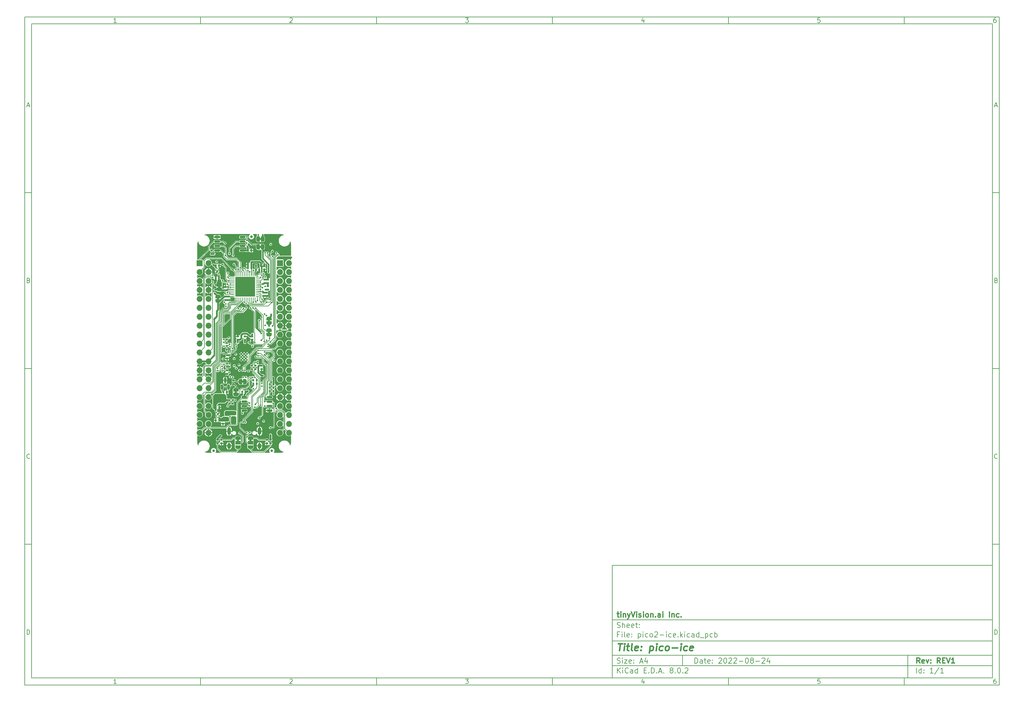
<source format=gbr>
%TF.GenerationSoftware,KiCad,Pcbnew,8.0.2*%
%TF.CreationDate,2024-10-27T15:33:14-07:00*%
%TF.ProjectId,pico2-ice,7069636f-322d-4696-9365-2e6b69636164,REV1*%
%TF.SameCoordinates,Original*%
%TF.FileFunction,Copper,L4,Bot*%
%TF.FilePolarity,Positive*%
%FSLAX46Y46*%
G04 Gerber Fmt 4.6, Leading zero omitted, Abs format (unit mm)*
G04 Created by KiCad (PCBNEW 8.0.2) date 2024-10-27 15:33:14*
%MOMM*%
%LPD*%
G01*
G04 APERTURE LIST*
G04 Aperture macros list*
%AMRoundRect*
0 Rectangle with rounded corners*
0 $1 Rounding radius*
0 $2 $3 $4 $5 $6 $7 $8 $9 X,Y pos of 4 corners*
0 Add a 4 corners polygon primitive as box body*
4,1,4,$2,$3,$4,$5,$6,$7,$8,$9,$2,$3,0*
0 Add four circle primitives for the rounded corners*
1,1,$1+$1,$2,$3*
1,1,$1+$1,$4,$5*
1,1,$1+$1,$6,$7*
1,1,$1+$1,$8,$9*
0 Add four rect primitives between the rounded corners*
20,1,$1+$1,$2,$3,$4,$5,0*
20,1,$1+$1,$4,$5,$6,$7,0*
20,1,$1+$1,$6,$7,$8,$9,0*
20,1,$1+$1,$8,$9,$2,$3,0*%
%AMRotRect*
0 Rectangle, with rotation*
0 The origin of the aperture is its center*
0 $1 length*
0 $2 width*
0 $3 Rotation angle, in degrees counterclockwise*
0 Add horizontal line*
21,1,$1,$2,0,0,$3*%
%AMFreePoly0*
4,1,19,0.550000,-0.750000,0.000000,-0.750000,0.000000,-0.744911,-0.071157,-0.744911,-0.207708,-0.704816,-0.327430,-0.627875,-0.420627,-0.520320,-0.479746,-0.390866,-0.500000,-0.250000,-0.500000,0.250000,-0.479746,0.390866,-0.420627,0.520320,-0.327430,0.627875,-0.207708,0.704816,-0.071157,0.744911,0.000000,0.744911,0.000000,0.750000,0.550000,0.750000,0.550000,-0.750000,0.550000,-0.750000,
$1*%
%AMFreePoly1*
4,1,19,0.000000,0.744911,0.071157,0.744911,0.207708,0.704816,0.327430,0.627875,0.420627,0.520320,0.479746,0.390866,0.500000,0.250000,0.500000,-0.250000,0.479746,-0.390866,0.420627,-0.520320,0.327430,-0.627875,0.207708,-0.704816,0.071157,-0.744911,0.000000,-0.744911,0.000000,-0.750000,-0.550000,-0.750000,-0.550000,0.750000,0.000000,0.750000,0.000000,0.744911,0.000000,0.744911,
$1*%
%AMFreePoly2*
4,1,19,0.500000,-0.750000,0.000000,-0.750000,0.000000,-0.744911,-0.071157,-0.744911,-0.207708,-0.704816,-0.327430,-0.627875,-0.420627,-0.520320,-0.479746,-0.390866,-0.500000,-0.250000,-0.500000,0.250000,-0.479746,0.390866,-0.420627,0.520320,-0.327430,0.627875,-0.207708,0.704816,-0.071157,0.744911,0.000000,0.744911,0.000000,0.750000,0.500000,0.750000,0.500000,-0.750000,0.500000,-0.750000,
$1*%
%AMFreePoly3*
4,1,19,0.000000,0.744911,0.071157,0.744911,0.207708,0.704816,0.327430,0.627875,0.420627,0.520320,0.479746,0.390866,0.500000,0.250000,0.500000,-0.250000,0.479746,-0.390866,0.420627,-0.520320,0.327430,-0.627875,0.207708,-0.704816,0.071157,-0.744911,0.000000,-0.744911,0.000000,-0.750000,-0.500000,-0.750000,-0.500000,0.750000,0.000000,0.750000,0.000000,0.744911,0.000000,0.744911,
$1*%
%AMFreePoly4*
4,1,6,0.130000,-0.115000,-0.020000,-0.275000,-0.130000,-0.275000,-0.130000,0.115000,0.130000,0.115000,0.130000,-0.115000,0.130000,-0.115000,$1*%
%AMFreePoly5*
4,1,6,0.130000,-0.275000,0.020000,-0.275000,-0.130000,-0.115000,-0.130000,0.115000,0.130000,0.115000,0.130000,-0.275000,0.130000,-0.275000,$1*%
G04 Aperture macros list end*
%ADD10C,0.100000*%
%ADD11C,0.150000*%
%ADD12C,0.300000*%
%ADD13C,0.400000*%
%TA.AperFunction,EtchedComponent*%
%ADD14C,0.000000*%
%TD*%
%TA.AperFunction,ComponentPad*%
%ADD15O,1.000000X2.100000*%
%TD*%
%TA.AperFunction,ComponentPad*%
%ADD16O,1.000000X1.600000*%
%TD*%
%TA.AperFunction,ComponentPad*%
%ADD17R,1.700000X1.700000*%
%TD*%
%TA.AperFunction,ComponentPad*%
%ADD18O,1.700000X1.700000*%
%TD*%
%TA.AperFunction,HeatsinkPad*%
%ADD19C,0.425000*%
%TD*%
%TA.AperFunction,SMDPad,CuDef*%
%ADD20FreePoly0,270.000000*%
%TD*%
%TA.AperFunction,SMDPad,CuDef*%
%ADD21R,1.500000X1.000000*%
%TD*%
%TA.AperFunction,SMDPad,CuDef*%
%ADD22FreePoly1,270.000000*%
%TD*%
%TA.AperFunction,SMDPad,CuDef*%
%ADD23RoundRect,0.140000X0.140000X0.170000X-0.140000X0.170000X-0.140000X-0.170000X0.140000X-0.170000X0*%
%TD*%
%TA.AperFunction,SMDPad,CuDef*%
%ADD24RoundRect,0.135000X0.135000X0.185000X-0.135000X0.185000X-0.135000X-0.185000X0.135000X-0.185000X0*%
%TD*%
%TA.AperFunction,SMDPad,CuDef*%
%ADD25RoundRect,0.140000X0.170000X-0.140000X0.170000X0.140000X-0.170000X0.140000X-0.170000X-0.140000X0*%
%TD*%
%TA.AperFunction,SMDPad,CuDef*%
%ADD26RoundRect,0.200000X0.275000X-0.200000X0.275000X0.200000X-0.275000X0.200000X-0.275000X-0.200000X0*%
%TD*%
%TA.AperFunction,SMDPad,CuDef*%
%ADD27RoundRect,0.140000X-0.170000X0.140000X-0.170000X-0.140000X0.170000X-0.140000X0.170000X0.140000X0*%
%TD*%
%TA.AperFunction,SMDPad,CuDef*%
%ADD28RoundRect,0.140000X-0.140000X-0.170000X0.140000X-0.170000X0.140000X0.170000X-0.140000X0.170000X0*%
%TD*%
%TA.AperFunction,SMDPad,CuDef*%
%ADD29C,0.750000*%
%TD*%
%TA.AperFunction,SMDPad,CuDef*%
%ADD30RoundRect,0.135000X-0.135000X-0.185000X0.135000X-0.185000X0.135000X0.185000X-0.135000X0.185000X0*%
%TD*%
%TA.AperFunction,SMDPad,CuDef*%
%ADD31RoundRect,0.150000X-0.650000X-0.150000X0.650000X-0.150000X0.650000X0.150000X-0.650000X0.150000X0*%
%TD*%
%TA.AperFunction,SMDPad,CuDef*%
%ADD32RoundRect,0.135000X0.185000X-0.135000X0.185000X0.135000X-0.185000X0.135000X-0.185000X-0.135000X0*%
%TD*%
%TA.AperFunction,SMDPad,CuDef*%
%ADD33RoundRect,0.135000X-0.185000X0.135000X-0.185000X-0.135000X0.185000X-0.135000X0.185000X0.135000X0*%
%TD*%
%TA.AperFunction,SMDPad,CuDef*%
%ADD34RoundRect,0.150000X0.650000X0.150000X-0.650000X0.150000X-0.650000X-0.150000X0.650000X-0.150000X0*%
%TD*%
%TA.AperFunction,SMDPad,CuDef*%
%ADD35FreePoly2,270.000000*%
%TD*%
%TA.AperFunction,SMDPad,CuDef*%
%ADD36FreePoly3,270.000000*%
%TD*%
%TA.AperFunction,SMDPad,CuDef*%
%ADD37RoundRect,0.112500X-0.112500X0.187500X-0.112500X-0.187500X0.112500X-0.187500X0.112500X0.187500X0*%
%TD*%
%TA.AperFunction,SMDPad,CuDef*%
%ADD38RoundRect,0.150000X0.150000X-0.587500X0.150000X0.587500X-0.150000X0.587500X-0.150000X-0.587500X0*%
%TD*%
%TA.AperFunction,SMDPad,CuDef*%
%ADD39FreePoly2,90.000000*%
%TD*%
%TA.AperFunction,SMDPad,CuDef*%
%ADD40FreePoly3,90.000000*%
%TD*%
%TA.AperFunction,SMDPad,CuDef*%
%ADD41FreePoly2,0.000000*%
%TD*%
%TA.AperFunction,SMDPad,CuDef*%
%ADD42FreePoly3,0.000000*%
%TD*%
%TA.AperFunction,SMDPad,CuDef*%
%ADD43RoundRect,0.150000X0.150000X0.200000X-0.150000X0.200000X-0.150000X-0.200000X0.150000X-0.200000X0*%
%TD*%
%TA.AperFunction,SMDPad,CuDef*%
%ADD44RoundRect,0.062500X-0.375000X-0.062500X0.375000X-0.062500X0.375000X0.062500X-0.375000X0.062500X0*%
%TD*%
%TA.AperFunction,SMDPad,CuDef*%
%ADD45RoundRect,0.062500X-0.062500X-0.375000X0.062500X-0.375000X0.062500X0.375000X-0.062500X0.375000X0*%
%TD*%
%TA.AperFunction,SMDPad,CuDef*%
%ADD46R,5.600000X5.600000*%
%TD*%
%TA.AperFunction,SMDPad,CuDef*%
%ADD47FreePoly4,180.000000*%
%TD*%
%TA.AperFunction,SMDPad,CuDef*%
%ADD48FreePoly5,180.000000*%
%TD*%
%TA.AperFunction,SMDPad,CuDef*%
%ADD49FreePoly4,0.000000*%
%TD*%
%TA.AperFunction,SMDPad,CuDef*%
%ADD50FreePoly5,0.000000*%
%TD*%
%TA.AperFunction,SMDPad,CuDef*%
%ADD51RotRect,0.520000X0.520000X315.000000*%
%TD*%
%TA.AperFunction,SMDPad,CuDef*%
%ADD52RotRect,0.520000X0.520000X135.000000*%
%TD*%
%TA.AperFunction,ViaPad*%
%ADD53C,0.508000*%
%TD*%
%TA.AperFunction,Conductor*%
%ADD54C,0.152400*%
%TD*%
%TA.AperFunction,Conductor*%
%ADD55C,0.508000*%
%TD*%
%TA.AperFunction,Conductor*%
%ADD56C,0.254000*%
%TD*%
%TA.AperFunction,Conductor*%
%ADD57C,0.406400*%
%TD*%
%TA.AperFunction,Conductor*%
%ADD58C,0.203200*%
%TD*%
%TA.AperFunction,Conductor*%
%ADD59C,0.304800*%
%TD*%
G04 APERTURE END LIST*
D10*
D11*
X177002200Y-166007200D02*
X285002200Y-166007200D01*
X285002200Y-198007200D01*
X177002200Y-198007200D01*
X177002200Y-166007200D01*
D10*
D11*
X10000000Y-10000000D02*
X287002200Y-10000000D01*
X287002200Y-200007200D01*
X10000000Y-200007200D01*
X10000000Y-10000000D01*
D10*
D11*
X12000000Y-12000000D02*
X285002200Y-12000000D01*
X285002200Y-198007200D01*
X12000000Y-198007200D01*
X12000000Y-12000000D01*
D10*
D11*
X60000000Y-12000000D02*
X60000000Y-10000000D01*
D10*
D11*
X110000000Y-12000000D02*
X110000000Y-10000000D01*
D10*
D11*
X160000000Y-12000000D02*
X160000000Y-10000000D01*
D10*
D11*
X210000000Y-12000000D02*
X210000000Y-10000000D01*
D10*
D11*
X260000000Y-12000000D02*
X260000000Y-10000000D01*
D10*
D11*
X36089160Y-11593604D02*
X35346303Y-11593604D01*
X35717731Y-11593604D02*
X35717731Y-10293604D01*
X35717731Y-10293604D02*
X35593922Y-10479319D01*
X35593922Y-10479319D02*
X35470112Y-10603128D01*
X35470112Y-10603128D02*
X35346303Y-10665033D01*
D10*
D11*
X85346303Y-10417414D02*
X85408207Y-10355509D01*
X85408207Y-10355509D02*
X85532017Y-10293604D01*
X85532017Y-10293604D02*
X85841541Y-10293604D01*
X85841541Y-10293604D02*
X85965350Y-10355509D01*
X85965350Y-10355509D02*
X86027255Y-10417414D01*
X86027255Y-10417414D02*
X86089160Y-10541223D01*
X86089160Y-10541223D02*
X86089160Y-10665033D01*
X86089160Y-10665033D02*
X86027255Y-10850747D01*
X86027255Y-10850747D02*
X85284398Y-11593604D01*
X85284398Y-11593604D02*
X86089160Y-11593604D01*
D10*
D11*
X135284398Y-10293604D02*
X136089160Y-10293604D01*
X136089160Y-10293604D02*
X135655826Y-10788842D01*
X135655826Y-10788842D02*
X135841541Y-10788842D01*
X135841541Y-10788842D02*
X135965350Y-10850747D01*
X135965350Y-10850747D02*
X136027255Y-10912652D01*
X136027255Y-10912652D02*
X136089160Y-11036461D01*
X136089160Y-11036461D02*
X136089160Y-11345985D01*
X136089160Y-11345985D02*
X136027255Y-11469795D01*
X136027255Y-11469795D02*
X135965350Y-11531700D01*
X135965350Y-11531700D02*
X135841541Y-11593604D01*
X135841541Y-11593604D02*
X135470112Y-11593604D01*
X135470112Y-11593604D02*
X135346303Y-11531700D01*
X135346303Y-11531700D02*
X135284398Y-11469795D01*
D10*
D11*
X185965350Y-10726938D02*
X185965350Y-11593604D01*
X185655826Y-10231700D02*
X185346303Y-11160271D01*
X185346303Y-11160271D02*
X186151064Y-11160271D01*
D10*
D11*
X236027255Y-10293604D02*
X235408207Y-10293604D01*
X235408207Y-10293604D02*
X235346303Y-10912652D01*
X235346303Y-10912652D02*
X235408207Y-10850747D01*
X235408207Y-10850747D02*
X235532017Y-10788842D01*
X235532017Y-10788842D02*
X235841541Y-10788842D01*
X235841541Y-10788842D02*
X235965350Y-10850747D01*
X235965350Y-10850747D02*
X236027255Y-10912652D01*
X236027255Y-10912652D02*
X236089160Y-11036461D01*
X236089160Y-11036461D02*
X236089160Y-11345985D01*
X236089160Y-11345985D02*
X236027255Y-11469795D01*
X236027255Y-11469795D02*
X235965350Y-11531700D01*
X235965350Y-11531700D02*
X235841541Y-11593604D01*
X235841541Y-11593604D02*
X235532017Y-11593604D01*
X235532017Y-11593604D02*
X235408207Y-11531700D01*
X235408207Y-11531700D02*
X235346303Y-11469795D01*
D10*
D11*
X285965350Y-10293604D02*
X285717731Y-10293604D01*
X285717731Y-10293604D02*
X285593922Y-10355509D01*
X285593922Y-10355509D02*
X285532017Y-10417414D01*
X285532017Y-10417414D02*
X285408207Y-10603128D01*
X285408207Y-10603128D02*
X285346303Y-10850747D01*
X285346303Y-10850747D02*
X285346303Y-11345985D01*
X285346303Y-11345985D02*
X285408207Y-11469795D01*
X285408207Y-11469795D02*
X285470112Y-11531700D01*
X285470112Y-11531700D02*
X285593922Y-11593604D01*
X285593922Y-11593604D02*
X285841541Y-11593604D01*
X285841541Y-11593604D02*
X285965350Y-11531700D01*
X285965350Y-11531700D02*
X286027255Y-11469795D01*
X286027255Y-11469795D02*
X286089160Y-11345985D01*
X286089160Y-11345985D02*
X286089160Y-11036461D01*
X286089160Y-11036461D02*
X286027255Y-10912652D01*
X286027255Y-10912652D02*
X285965350Y-10850747D01*
X285965350Y-10850747D02*
X285841541Y-10788842D01*
X285841541Y-10788842D02*
X285593922Y-10788842D01*
X285593922Y-10788842D02*
X285470112Y-10850747D01*
X285470112Y-10850747D02*
X285408207Y-10912652D01*
X285408207Y-10912652D02*
X285346303Y-11036461D01*
D10*
D11*
X60000000Y-198007200D02*
X60000000Y-200007200D01*
D10*
D11*
X110000000Y-198007200D02*
X110000000Y-200007200D01*
D10*
D11*
X160000000Y-198007200D02*
X160000000Y-200007200D01*
D10*
D11*
X210000000Y-198007200D02*
X210000000Y-200007200D01*
D10*
D11*
X260000000Y-198007200D02*
X260000000Y-200007200D01*
D10*
D11*
X36089160Y-199600804D02*
X35346303Y-199600804D01*
X35717731Y-199600804D02*
X35717731Y-198300804D01*
X35717731Y-198300804D02*
X35593922Y-198486519D01*
X35593922Y-198486519D02*
X35470112Y-198610328D01*
X35470112Y-198610328D02*
X35346303Y-198672233D01*
D10*
D11*
X85346303Y-198424614D02*
X85408207Y-198362709D01*
X85408207Y-198362709D02*
X85532017Y-198300804D01*
X85532017Y-198300804D02*
X85841541Y-198300804D01*
X85841541Y-198300804D02*
X85965350Y-198362709D01*
X85965350Y-198362709D02*
X86027255Y-198424614D01*
X86027255Y-198424614D02*
X86089160Y-198548423D01*
X86089160Y-198548423D02*
X86089160Y-198672233D01*
X86089160Y-198672233D02*
X86027255Y-198857947D01*
X86027255Y-198857947D02*
X85284398Y-199600804D01*
X85284398Y-199600804D02*
X86089160Y-199600804D01*
D10*
D11*
X135284398Y-198300804D02*
X136089160Y-198300804D01*
X136089160Y-198300804D02*
X135655826Y-198796042D01*
X135655826Y-198796042D02*
X135841541Y-198796042D01*
X135841541Y-198796042D02*
X135965350Y-198857947D01*
X135965350Y-198857947D02*
X136027255Y-198919852D01*
X136027255Y-198919852D02*
X136089160Y-199043661D01*
X136089160Y-199043661D02*
X136089160Y-199353185D01*
X136089160Y-199353185D02*
X136027255Y-199476995D01*
X136027255Y-199476995D02*
X135965350Y-199538900D01*
X135965350Y-199538900D02*
X135841541Y-199600804D01*
X135841541Y-199600804D02*
X135470112Y-199600804D01*
X135470112Y-199600804D02*
X135346303Y-199538900D01*
X135346303Y-199538900D02*
X135284398Y-199476995D01*
D10*
D11*
X185965350Y-198734138D02*
X185965350Y-199600804D01*
X185655826Y-198238900D02*
X185346303Y-199167471D01*
X185346303Y-199167471D02*
X186151064Y-199167471D01*
D10*
D11*
X236027255Y-198300804D02*
X235408207Y-198300804D01*
X235408207Y-198300804D02*
X235346303Y-198919852D01*
X235346303Y-198919852D02*
X235408207Y-198857947D01*
X235408207Y-198857947D02*
X235532017Y-198796042D01*
X235532017Y-198796042D02*
X235841541Y-198796042D01*
X235841541Y-198796042D02*
X235965350Y-198857947D01*
X235965350Y-198857947D02*
X236027255Y-198919852D01*
X236027255Y-198919852D02*
X236089160Y-199043661D01*
X236089160Y-199043661D02*
X236089160Y-199353185D01*
X236089160Y-199353185D02*
X236027255Y-199476995D01*
X236027255Y-199476995D02*
X235965350Y-199538900D01*
X235965350Y-199538900D02*
X235841541Y-199600804D01*
X235841541Y-199600804D02*
X235532017Y-199600804D01*
X235532017Y-199600804D02*
X235408207Y-199538900D01*
X235408207Y-199538900D02*
X235346303Y-199476995D01*
D10*
D11*
X285965350Y-198300804D02*
X285717731Y-198300804D01*
X285717731Y-198300804D02*
X285593922Y-198362709D01*
X285593922Y-198362709D02*
X285532017Y-198424614D01*
X285532017Y-198424614D02*
X285408207Y-198610328D01*
X285408207Y-198610328D02*
X285346303Y-198857947D01*
X285346303Y-198857947D02*
X285346303Y-199353185D01*
X285346303Y-199353185D02*
X285408207Y-199476995D01*
X285408207Y-199476995D02*
X285470112Y-199538900D01*
X285470112Y-199538900D02*
X285593922Y-199600804D01*
X285593922Y-199600804D02*
X285841541Y-199600804D01*
X285841541Y-199600804D02*
X285965350Y-199538900D01*
X285965350Y-199538900D02*
X286027255Y-199476995D01*
X286027255Y-199476995D02*
X286089160Y-199353185D01*
X286089160Y-199353185D02*
X286089160Y-199043661D01*
X286089160Y-199043661D02*
X286027255Y-198919852D01*
X286027255Y-198919852D02*
X285965350Y-198857947D01*
X285965350Y-198857947D02*
X285841541Y-198796042D01*
X285841541Y-198796042D02*
X285593922Y-198796042D01*
X285593922Y-198796042D02*
X285470112Y-198857947D01*
X285470112Y-198857947D02*
X285408207Y-198919852D01*
X285408207Y-198919852D02*
X285346303Y-199043661D01*
D10*
D11*
X10000000Y-60000000D02*
X12000000Y-60000000D01*
D10*
D11*
X10000000Y-110000000D02*
X12000000Y-110000000D01*
D10*
D11*
X10000000Y-160000000D02*
X12000000Y-160000000D01*
D10*
D11*
X10690476Y-35222176D02*
X11309523Y-35222176D01*
X10566666Y-35593604D02*
X10999999Y-34293604D01*
X10999999Y-34293604D02*
X11433333Y-35593604D01*
D10*
D11*
X11092857Y-84912652D02*
X11278571Y-84974557D01*
X11278571Y-84974557D02*
X11340476Y-85036461D01*
X11340476Y-85036461D02*
X11402380Y-85160271D01*
X11402380Y-85160271D02*
X11402380Y-85345985D01*
X11402380Y-85345985D02*
X11340476Y-85469795D01*
X11340476Y-85469795D02*
X11278571Y-85531700D01*
X11278571Y-85531700D02*
X11154761Y-85593604D01*
X11154761Y-85593604D02*
X10659523Y-85593604D01*
X10659523Y-85593604D02*
X10659523Y-84293604D01*
X10659523Y-84293604D02*
X11092857Y-84293604D01*
X11092857Y-84293604D02*
X11216666Y-84355509D01*
X11216666Y-84355509D02*
X11278571Y-84417414D01*
X11278571Y-84417414D02*
X11340476Y-84541223D01*
X11340476Y-84541223D02*
X11340476Y-84665033D01*
X11340476Y-84665033D02*
X11278571Y-84788842D01*
X11278571Y-84788842D02*
X11216666Y-84850747D01*
X11216666Y-84850747D02*
X11092857Y-84912652D01*
X11092857Y-84912652D02*
X10659523Y-84912652D01*
D10*
D11*
X11402380Y-135469795D02*
X11340476Y-135531700D01*
X11340476Y-135531700D02*
X11154761Y-135593604D01*
X11154761Y-135593604D02*
X11030952Y-135593604D01*
X11030952Y-135593604D02*
X10845238Y-135531700D01*
X10845238Y-135531700D02*
X10721428Y-135407890D01*
X10721428Y-135407890D02*
X10659523Y-135284080D01*
X10659523Y-135284080D02*
X10597619Y-135036461D01*
X10597619Y-135036461D02*
X10597619Y-134850747D01*
X10597619Y-134850747D02*
X10659523Y-134603128D01*
X10659523Y-134603128D02*
X10721428Y-134479319D01*
X10721428Y-134479319D02*
X10845238Y-134355509D01*
X10845238Y-134355509D02*
X11030952Y-134293604D01*
X11030952Y-134293604D02*
X11154761Y-134293604D01*
X11154761Y-134293604D02*
X11340476Y-134355509D01*
X11340476Y-134355509D02*
X11402380Y-134417414D01*
D10*
D11*
X10659523Y-185593604D02*
X10659523Y-184293604D01*
X10659523Y-184293604D02*
X10969047Y-184293604D01*
X10969047Y-184293604D02*
X11154761Y-184355509D01*
X11154761Y-184355509D02*
X11278571Y-184479319D01*
X11278571Y-184479319D02*
X11340476Y-184603128D01*
X11340476Y-184603128D02*
X11402380Y-184850747D01*
X11402380Y-184850747D02*
X11402380Y-185036461D01*
X11402380Y-185036461D02*
X11340476Y-185284080D01*
X11340476Y-185284080D02*
X11278571Y-185407890D01*
X11278571Y-185407890D02*
X11154761Y-185531700D01*
X11154761Y-185531700D02*
X10969047Y-185593604D01*
X10969047Y-185593604D02*
X10659523Y-185593604D01*
D10*
D11*
X287002200Y-60000000D02*
X285002200Y-60000000D01*
D10*
D11*
X287002200Y-110000000D02*
X285002200Y-110000000D01*
D10*
D11*
X287002200Y-160000000D02*
X285002200Y-160000000D01*
D10*
D11*
X285692676Y-35222176D02*
X286311723Y-35222176D01*
X285568866Y-35593604D02*
X286002199Y-34293604D01*
X286002199Y-34293604D02*
X286435533Y-35593604D01*
D10*
D11*
X286095057Y-84912652D02*
X286280771Y-84974557D01*
X286280771Y-84974557D02*
X286342676Y-85036461D01*
X286342676Y-85036461D02*
X286404580Y-85160271D01*
X286404580Y-85160271D02*
X286404580Y-85345985D01*
X286404580Y-85345985D02*
X286342676Y-85469795D01*
X286342676Y-85469795D02*
X286280771Y-85531700D01*
X286280771Y-85531700D02*
X286156961Y-85593604D01*
X286156961Y-85593604D02*
X285661723Y-85593604D01*
X285661723Y-85593604D02*
X285661723Y-84293604D01*
X285661723Y-84293604D02*
X286095057Y-84293604D01*
X286095057Y-84293604D02*
X286218866Y-84355509D01*
X286218866Y-84355509D02*
X286280771Y-84417414D01*
X286280771Y-84417414D02*
X286342676Y-84541223D01*
X286342676Y-84541223D02*
X286342676Y-84665033D01*
X286342676Y-84665033D02*
X286280771Y-84788842D01*
X286280771Y-84788842D02*
X286218866Y-84850747D01*
X286218866Y-84850747D02*
X286095057Y-84912652D01*
X286095057Y-84912652D02*
X285661723Y-84912652D01*
D10*
D11*
X286404580Y-135469795D02*
X286342676Y-135531700D01*
X286342676Y-135531700D02*
X286156961Y-135593604D01*
X286156961Y-135593604D02*
X286033152Y-135593604D01*
X286033152Y-135593604D02*
X285847438Y-135531700D01*
X285847438Y-135531700D02*
X285723628Y-135407890D01*
X285723628Y-135407890D02*
X285661723Y-135284080D01*
X285661723Y-135284080D02*
X285599819Y-135036461D01*
X285599819Y-135036461D02*
X285599819Y-134850747D01*
X285599819Y-134850747D02*
X285661723Y-134603128D01*
X285661723Y-134603128D02*
X285723628Y-134479319D01*
X285723628Y-134479319D02*
X285847438Y-134355509D01*
X285847438Y-134355509D02*
X286033152Y-134293604D01*
X286033152Y-134293604D02*
X286156961Y-134293604D01*
X286156961Y-134293604D02*
X286342676Y-134355509D01*
X286342676Y-134355509D02*
X286404580Y-134417414D01*
D10*
D11*
X285661723Y-185593604D02*
X285661723Y-184293604D01*
X285661723Y-184293604D02*
X285971247Y-184293604D01*
X285971247Y-184293604D02*
X286156961Y-184355509D01*
X286156961Y-184355509D02*
X286280771Y-184479319D01*
X286280771Y-184479319D02*
X286342676Y-184603128D01*
X286342676Y-184603128D02*
X286404580Y-184850747D01*
X286404580Y-184850747D02*
X286404580Y-185036461D01*
X286404580Y-185036461D02*
X286342676Y-185284080D01*
X286342676Y-185284080D02*
X286280771Y-185407890D01*
X286280771Y-185407890D02*
X286156961Y-185531700D01*
X286156961Y-185531700D02*
X285971247Y-185593604D01*
X285971247Y-185593604D02*
X285661723Y-185593604D01*
D10*
D11*
X200458026Y-193793328D02*
X200458026Y-192293328D01*
X200458026Y-192293328D02*
X200815169Y-192293328D01*
X200815169Y-192293328D02*
X201029455Y-192364757D01*
X201029455Y-192364757D02*
X201172312Y-192507614D01*
X201172312Y-192507614D02*
X201243741Y-192650471D01*
X201243741Y-192650471D02*
X201315169Y-192936185D01*
X201315169Y-192936185D02*
X201315169Y-193150471D01*
X201315169Y-193150471D02*
X201243741Y-193436185D01*
X201243741Y-193436185D02*
X201172312Y-193579042D01*
X201172312Y-193579042D02*
X201029455Y-193721900D01*
X201029455Y-193721900D02*
X200815169Y-193793328D01*
X200815169Y-193793328D02*
X200458026Y-193793328D01*
X202600884Y-193793328D02*
X202600884Y-193007614D01*
X202600884Y-193007614D02*
X202529455Y-192864757D01*
X202529455Y-192864757D02*
X202386598Y-192793328D01*
X202386598Y-192793328D02*
X202100884Y-192793328D01*
X202100884Y-192793328D02*
X201958026Y-192864757D01*
X202600884Y-193721900D02*
X202458026Y-193793328D01*
X202458026Y-193793328D02*
X202100884Y-193793328D01*
X202100884Y-193793328D02*
X201958026Y-193721900D01*
X201958026Y-193721900D02*
X201886598Y-193579042D01*
X201886598Y-193579042D02*
X201886598Y-193436185D01*
X201886598Y-193436185D02*
X201958026Y-193293328D01*
X201958026Y-193293328D02*
X202100884Y-193221900D01*
X202100884Y-193221900D02*
X202458026Y-193221900D01*
X202458026Y-193221900D02*
X202600884Y-193150471D01*
X203100884Y-192793328D02*
X203672312Y-192793328D01*
X203315169Y-192293328D02*
X203315169Y-193579042D01*
X203315169Y-193579042D02*
X203386598Y-193721900D01*
X203386598Y-193721900D02*
X203529455Y-193793328D01*
X203529455Y-193793328D02*
X203672312Y-193793328D01*
X204743741Y-193721900D02*
X204600884Y-193793328D01*
X204600884Y-193793328D02*
X204315170Y-193793328D01*
X204315170Y-193793328D02*
X204172312Y-193721900D01*
X204172312Y-193721900D02*
X204100884Y-193579042D01*
X204100884Y-193579042D02*
X204100884Y-193007614D01*
X204100884Y-193007614D02*
X204172312Y-192864757D01*
X204172312Y-192864757D02*
X204315170Y-192793328D01*
X204315170Y-192793328D02*
X204600884Y-192793328D01*
X204600884Y-192793328D02*
X204743741Y-192864757D01*
X204743741Y-192864757D02*
X204815170Y-193007614D01*
X204815170Y-193007614D02*
X204815170Y-193150471D01*
X204815170Y-193150471D02*
X204100884Y-193293328D01*
X205458026Y-193650471D02*
X205529455Y-193721900D01*
X205529455Y-193721900D02*
X205458026Y-193793328D01*
X205458026Y-193793328D02*
X205386598Y-193721900D01*
X205386598Y-193721900D02*
X205458026Y-193650471D01*
X205458026Y-193650471D02*
X205458026Y-193793328D01*
X205458026Y-192864757D02*
X205529455Y-192936185D01*
X205529455Y-192936185D02*
X205458026Y-193007614D01*
X205458026Y-193007614D02*
X205386598Y-192936185D01*
X205386598Y-192936185D02*
X205458026Y-192864757D01*
X205458026Y-192864757D02*
X205458026Y-193007614D01*
X207243741Y-192436185D02*
X207315169Y-192364757D01*
X207315169Y-192364757D02*
X207458027Y-192293328D01*
X207458027Y-192293328D02*
X207815169Y-192293328D01*
X207815169Y-192293328D02*
X207958027Y-192364757D01*
X207958027Y-192364757D02*
X208029455Y-192436185D01*
X208029455Y-192436185D02*
X208100884Y-192579042D01*
X208100884Y-192579042D02*
X208100884Y-192721900D01*
X208100884Y-192721900D02*
X208029455Y-192936185D01*
X208029455Y-192936185D02*
X207172312Y-193793328D01*
X207172312Y-193793328D02*
X208100884Y-193793328D01*
X209029455Y-192293328D02*
X209172312Y-192293328D01*
X209172312Y-192293328D02*
X209315169Y-192364757D01*
X209315169Y-192364757D02*
X209386598Y-192436185D01*
X209386598Y-192436185D02*
X209458026Y-192579042D01*
X209458026Y-192579042D02*
X209529455Y-192864757D01*
X209529455Y-192864757D02*
X209529455Y-193221900D01*
X209529455Y-193221900D02*
X209458026Y-193507614D01*
X209458026Y-193507614D02*
X209386598Y-193650471D01*
X209386598Y-193650471D02*
X209315169Y-193721900D01*
X209315169Y-193721900D02*
X209172312Y-193793328D01*
X209172312Y-193793328D02*
X209029455Y-193793328D01*
X209029455Y-193793328D02*
X208886598Y-193721900D01*
X208886598Y-193721900D02*
X208815169Y-193650471D01*
X208815169Y-193650471D02*
X208743740Y-193507614D01*
X208743740Y-193507614D02*
X208672312Y-193221900D01*
X208672312Y-193221900D02*
X208672312Y-192864757D01*
X208672312Y-192864757D02*
X208743740Y-192579042D01*
X208743740Y-192579042D02*
X208815169Y-192436185D01*
X208815169Y-192436185D02*
X208886598Y-192364757D01*
X208886598Y-192364757D02*
X209029455Y-192293328D01*
X210100883Y-192436185D02*
X210172311Y-192364757D01*
X210172311Y-192364757D02*
X210315169Y-192293328D01*
X210315169Y-192293328D02*
X210672311Y-192293328D01*
X210672311Y-192293328D02*
X210815169Y-192364757D01*
X210815169Y-192364757D02*
X210886597Y-192436185D01*
X210886597Y-192436185D02*
X210958026Y-192579042D01*
X210958026Y-192579042D02*
X210958026Y-192721900D01*
X210958026Y-192721900D02*
X210886597Y-192936185D01*
X210886597Y-192936185D02*
X210029454Y-193793328D01*
X210029454Y-193793328D02*
X210958026Y-193793328D01*
X211529454Y-192436185D02*
X211600882Y-192364757D01*
X211600882Y-192364757D02*
X211743740Y-192293328D01*
X211743740Y-192293328D02*
X212100882Y-192293328D01*
X212100882Y-192293328D02*
X212243740Y-192364757D01*
X212243740Y-192364757D02*
X212315168Y-192436185D01*
X212315168Y-192436185D02*
X212386597Y-192579042D01*
X212386597Y-192579042D02*
X212386597Y-192721900D01*
X212386597Y-192721900D02*
X212315168Y-192936185D01*
X212315168Y-192936185D02*
X211458025Y-193793328D01*
X211458025Y-193793328D02*
X212386597Y-193793328D01*
X213029453Y-193221900D02*
X214172311Y-193221900D01*
X215172311Y-192293328D02*
X215315168Y-192293328D01*
X215315168Y-192293328D02*
X215458025Y-192364757D01*
X215458025Y-192364757D02*
X215529454Y-192436185D01*
X215529454Y-192436185D02*
X215600882Y-192579042D01*
X215600882Y-192579042D02*
X215672311Y-192864757D01*
X215672311Y-192864757D02*
X215672311Y-193221900D01*
X215672311Y-193221900D02*
X215600882Y-193507614D01*
X215600882Y-193507614D02*
X215529454Y-193650471D01*
X215529454Y-193650471D02*
X215458025Y-193721900D01*
X215458025Y-193721900D02*
X215315168Y-193793328D01*
X215315168Y-193793328D02*
X215172311Y-193793328D01*
X215172311Y-193793328D02*
X215029454Y-193721900D01*
X215029454Y-193721900D02*
X214958025Y-193650471D01*
X214958025Y-193650471D02*
X214886596Y-193507614D01*
X214886596Y-193507614D02*
X214815168Y-193221900D01*
X214815168Y-193221900D02*
X214815168Y-192864757D01*
X214815168Y-192864757D02*
X214886596Y-192579042D01*
X214886596Y-192579042D02*
X214958025Y-192436185D01*
X214958025Y-192436185D02*
X215029454Y-192364757D01*
X215029454Y-192364757D02*
X215172311Y-192293328D01*
X216529453Y-192936185D02*
X216386596Y-192864757D01*
X216386596Y-192864757D02*
X216315167Y-192793328D01*
X216315167Y-192793328D02*
X216243739Y-192650471D01*
X216243739Y-192650471D02*
X216243739Y-192579042D01*
X216243739Y-192579042D02*
X216315167Y-192436185D01*
X216315167Y-192436185D02*
X216386596Y-192364757D01*
X216386596Y-192364757D02*
X216529453Y-192293328D01*
X216529453Y-192293328D02*
X216815167Y-192293328D01*
X216815167Y-192293328D02*
X216958025Y-192364757D01*
X216958025Y-192364757D02*
X217029453Y-192436185D01*
X217029453Y-192436185D02*
X217100882Y-192579042D01*
X217100882Y-192579042D02*
X217100882Y-192650471D01*
X217100882Y-192650471D02*
X217029453Y-192793328D01*
X217029453Y-192793328D02*
X216958025Y-192864757D01*
X216958025Y-192864757D02*
X216815167Y-192936185D01*
X216815167Y-192936185D02*
X216529453Y-192936185D01*
X216529453Y-192936185D02*
X216386596Y-193007614D01*
X216386596Y-193007614D02*
X216315167Y-193079042D01*
X216315167Y-193079042D02*
X216243739Y-193221900D01*
X216243739Y-193221900D02*
X216243739Y-193507614D01*
X216243739Y-193507614D02*
X216315167Y-193650471D01*
X216315167Y-193650471D02*
X216386596Y-193721900D01*
X216386596Y-193721900D02*
X216529453Y-193793328D01*
X216529453Y-193793328D02*
X216815167Y-193793328D01*
X216815167Y-193793328D02*
X216958025Y-193721900D01*
X216958025Y-193721900D02*
X217029453Y-193650471D01*
X217029453Y-193650471D02*
X217100882Y-193507614D01*
X217100882Y-193507614D02*
X217100882Y-193221900D01*
X217100882Y-193221900D02*
X217029453Y-193079042D01*
X217029453Y-193079042D02*
X216958025Y-193007614D01*
X216958025Y-193007614D02*
X216815167Y-192936185D01*
X217743738Y-193221900D02*
X218886596Y-193221900D01*
X219529453Y-192436185D02*
X219600881Y-192364757D01*
X219600881Y-192364757D02*
X219743739Y-192293328D01*
X219743739Y-192293328D02*
X220100881Y-192293328D01*
X220100881Y-192293328D02*
X220243739Y-192364757D01*
X220243739Y-192364757D02*
X220315167Y-192436185D01*
X220315167Y-192436185D02*
X220386596Y-192579042D01*
X220386596Y-192579042D02*
X220386596Y-192721900D01*
X220386596Y-192721900D02*
X220315167Y-192936185D01*
X220315167Y-192936185D02*
X219458024Y-193793328D01*
X219458024Y-193793328D02*
X220386596Y-193793328D01*
X221672310Y-192793328D02*
X221672310Y-193793328D01*
X221315167Y-192221900D02*
X220958024Y-193293328D01*
X220958024Y-193293328D02*
X221886595Y-193293328D01*
D10*
D11*
X177002200Y-194507200D02*
X285002200Y-194507200D01*
D10*
D11*
X178458026Y-196593328D02*
X178458026Y-195093328D01*
X179315169Y-196593328D02*
X178672312Y-195736185D01*
X179315169Y-195093328D02*
X178458026Y-195950471D01*
X179958026Y-196593328D02*
X179958026Y-195593328D01*
X179958026Y-195093328D02*
X179886598Y-195164757D01*
X179886598Y-195164757D02*
X179958026Y-195236185D01*
X179958026Y-195236185D02*
X180029455Y-195164757D01*
X180029455Y-195164757D02*
X179958026Y-195093328D01*
X179958026Y-195093328D02*
X179958026Y-195236185D01*
X181529455Y-196450471D02*
X181458027Y-196521900D01*
X181458027Y-196521900D02*
X181243741Y-196593328D01*
X181243741Y-196593328D02*
X181100884Y-196593328D01*
X181100884Y-196593328D02*
X180886598Y-196521900D01*
X180886598Y-196521900D02*
X180743741Y-196379042D01*
X180743741Y-196379042D02*
X180672312Y-196236185D01*
X180672312Y-196236185D02*
X180600884Y-195950471D01*
X180600884Y-195950471D02*
X180600884Y-195736185D01*
X180600884Y-195736185D02*
X180672312Y-195450471D01*
X180672312Y-195450471D02*
X180743741Y-195307614D01*
X180743741Y-195307614D02*
X180886598Y-195164757D01*
X180886598Y-195164757D02*
X181100884Y-195093328D01*
X181100884Y-195093328D02*
X181243741Y-195093328D01*
X181243741Y-195093328D02*
X181458027Y-195164757D01*
X181458027Y-195164757D02*
X181529455Y-195236185D01*
X182815170Y-196593328D02*
X182815170Y-195807614D01*
X182815170Y-195807614D02*
X182743741Y-195664757D01*
X182743741Y-195664757D02*
X182600884Y-195593328D01*
X182600884Y-195593328D02*
X182315170Y-195593328D01*
X182315170Y-195593328D02*
X182172312Y-195664757D01*
X182815170Y-196521900D02*
X182672312Y-196593328D01*
X182672312Y-196593328D02*
X182315170Y-196593328D01*
X182315170Y-196593328D02*
X182172312Y-196521900D01*
X182172312Y-196521900D02*
X182100884Y-196379042D01*
X182100884Y-196379042D02*
X182100884Y-196236185D01*
X182100884Y-196236185D02*
X182172312Y-196093328D01*
X182172312Y-196093328D02*
X182315170Y-196021900D01*
X182315170Y-196021900D02*
X182672312Y-196021900D01*
X182672312Y-196021900D02*
X182815170Y-195950471D01*
X184172313Y-196593328D02*
X184172313Y-195093328D01*
X184172313Y-196521900D02*
X184029455Y-196593328D01*
X184029455Y-196593328D02*
X183743741Y-196593328D01*
X183743741Y-196593328D02*
X183600884Y-196521900D01*
X183600884Y-196521900D02*
X183529455Y-196450471D01*
X183529455Y-196450471D02*
X183458027Y-196307614D01*
X183458027Y-196307614D02*
X183458027Y-195879042D01*
X183458027Y-195879042D02*
X183529455Y-195736185D01*
X183529455Y-195736185D02*
X183600884Y-195664757D01*
X183600884Y-195664757D02*
X183743741Y-195593328D01*
X183743741Y-195593328D02*
X184029455Y-195593328D01*
X184029455Y-195593328D02*
X184172313Y-195664757D01*
X186029455Y-195807614D02*
X186529455Y-195807614D01*
X186743741Y-196593328D02*
X186029455Y-196593328D01*
X186029455Y-196593328D02*
X186029455Y-195093328D01*
X186029455Y-195093328D02*
X186743741Y-195093328D01*
X187386598Y-196450471D02*
X187458027Y-196521900D01*
X187458027Y-196521900D02*
X187386598Y-196593328D01*
X187386598Y-196593328D02*
X187315170Y-196521900D01*
X187315170Y-196521900D02*
X187386598Y-196450471D01*
X187386598Y-196450471D02*
X187386598Y-196593328D01*
X188100884Y-196593328D02*
X188100884Y-195093328D01*
X188100884Y-195093328D02*
X188458027Y-195093328D01*
X188458027Y-195093328D02*
X188672313Y-195164757D01*
X188672313Y-195164757D02*
X188815170Y-195307614D01*
X188815170Y-195307614D02*
X188886599Y-195450471D01*
X188886599Y-195450471D02*
X188958027Y-195736185D01*
X188958027Y-195736185D02*
X188958027Y-195950471D01*
X188958027Y-195950471D02*
X188886599Y-196236185D01*
X188886599Y-196236185D02*
X188815170Y-196379042D01*
X188815170Y-196379042D02*
X188672313Y-196521900D01*
X188672313Y-196521900D02*
X188458027Y-196593328D01*
X188458027Y-196593328D02*
X188100884Y-196593328D01*
X189600884Y-196450471D02*
X189672313Y-196521900D01*
X189672313Y-196521900D02*
X189600884Y-196593328D01*
X189600884Y-196593328D02*
X189529456Y-196521900D01*
X189529456Y-196521900D02*
X189600884Y-196450471D01*
X189600884Y-196450471D02*
X189600884Y-196593328D01*
X190243742Y-196164757D02*
X190958028Y-196164757D01*
X190100885Y-196593328D02*
X190600885Y-195093328D01*
X190600885Y-195093328D02*
X191100885Y-196593328D01*
X191600884Y-196450471D02*
X191672313Y-196521900D01*
X191672313Y-196521900D02*
X191600884Y-196593328D01*
X191600884Y-196593328D02*
X191529456Y-196521900D01*
X191529456Y-196521900D02*
X191600884Y-196450471D01*
X191600884Y-196450471D02*
X191600884Y-196593328D01*
X193672313Y-195736185D02*
X193529456Y-195664757D01*
X193529456Y-195664757D02*
X193458027Y-195593328D01*
X193458027Y-195593328D02*
X193386599Y-195450471D01*
X193386599Y-195450471D02*
X193386599Y-195379042D01*
X193386599Y-195379042D02*
X193458027Y-195236185D01*
X193458027Y-195236185D02*
X193529456Y-195164757D01*
X193529456Y-195164757D02*
X193672313Y-195093328D01*
X193672313Y-195093328D02*
X193958027Y-195093328D01*
X193958027Y-195093328D02*
X194100885Y-195164757D01*
X194100885Y-195164757D02*
X194172313Y-195236185D01*
X194172313Y-195236185D02*
X194243742Y-195379042D01*
X194243742Y-195379042D02*
X194243742Y-195450471D01*
X194243742Y-195450471D02*
X194172313Y-195593328D01*
X194172313Y-195593328D02*
X194100885Y-195664757D01*
X194100885Y-195664757D02*
X193958027Y-195736185D01*
X193958027Y-195736185D02*
X193672313Y-195736185D01*
X193672313Y-195736185D02*
X193529456Y-195807614D01*
X193529456Y-195807614D02*
X193458027Y-195879042D01*
X193458027Y-195879042D02*
X193386599Y-196021900D01*
X193386599Y-196021900D02*
X193386599Y-196307614D01*
X193386599Y-196307614D02*
X193458027Y-196450471D01*
X193458027Y-196450471D02*
X193529456Y-196521900D01*
X193529456Y-196521900D02*
X193672313Y-196593328D01*
X193672313Y-196593328D02*
X193958027Y-196593328D01*
X193958027Y-196593328D02*
X194100885Y-196521900D01*
X194100885Y-196521900D02*
X194172313Y-196450471D01*
X194172313Y-196450471D02*
X194243742Y-196307614D01*
X194243742Y-196307614D02*
X194243742Y-196021900D01*
X194243742Y-196021900D02*
X194172313Y-195879042D01*
X194172313Y-195879042D02*
X194100885Y-195807614D01*
X194100885Y-195807614D02*
X193958027Y-195736185D01*
X194886598Y-196450471D02*
X194958027Y-196521900D01*
X194958027Y-196521900D02*
X194886598Y-196593328D01*
X194886598Y-196593328D02*
X194815170Y-196521900D01*
X194815170Y-196521900D02*
X194886598Y-196450471D01*
X194886598Y-196450471D02*
X194886598Y-196593328D01*
X195886599Y-195093328D02*
X196029456Y-195093328D01*
X196029456Y-195093328D02*
X196172313Y-195164757D01*
X196172313Y-195164757D02*
X196243742Y-195236185D01*
X196243742Y-195236185D02*
X196315170Y-195379042D01*
X196315170Y-195379042D02*
X196386599Y-195664757D01*
X196386599Y-195664757D02*
X196386599Y-196021900D01*
X196386599Y-196021900D02*
X196315170Y-196307614D01*
X196315170Y-196307614D02*
X196243742Y-196450471D01*
X196243742Y-196450471D02*
X196172313Y-196521900D01*
X196172313Y-196521900D02*
X196029456Y-196593328D01*
X196029456Y-196593328D02*
X195886599Y-196593328D01*
X195886599Y-196593328D02*
X195743742Y-196521900D01*
X195743742Y-196521900D02*
X195672313Y-196450471D01*
X195672313Y-196450471D02*
X195600884Y-196307614D01*
X195600884Y-196307614D02*
X195529456Y-196021900D01*
X195529456Y-196021900D02*
X195529456Y-195664757D01*
X195529456Y-195664757D02*
X195600884Y-195379042D01*
X195600884Y-195379042D02*
X195672313Y-195236185D01*
X195672313Y-195236185D02*
X195743742Y-195164757D01*
X195743742Y-195164757D02*
X195886599Y-195093328D01*
X197029455Y-196450471D02*
X197100884Y-196521900D01*
X197100884Y-196521900D02*
X197029455Y-196593328D01*
X197029455Y-196593328D02*
X196958027Y-196521900D01*
X196958027Y-196521900D02*
X197029455Y-196450471D01*
X197029455Y-196450471D02*
X197029455Y-196593328D01*
X197672313Y-195236185D02*
X197743741Y-195164757D01*
X197743741Y-195164757D02*
X197886599Y-195093328D01*
X197886599Y-195093328D02*
X198243741Y-195093328D01*
X198243741Y-195093328D02*
X198386599Y-195164757D01*
X198386599Y-195164757D02*
X198458027Y-195236185D01*
X198458027Y-195236185D02*
X198529456Y-195379042D01*
X198529456Y-195379042D02*
X198529456Y-195521900D01*
X198529456Y-195521900D02*
X198458027Y-195736185D01*
X198458027Y-195736185D02*
X197600884Y-196593328D01*
X197600884Y-196593328D02*
X198529456Y-196593328D01*
D10*
D11*
X177002200Y-191507200D02*
X285002200Y-191507200D01*
D10*
D12*
X264413853Y-193785528D02*
X263913853Y-193071242D01*
X263556710Y-193785528D02*
X263556710Y-192285528D01*
X263556710Y-192285528D02*
X264128139Y-192285528D01*
X264128139Y-192285528D02*
X264270996Y-192356957D01*
X264270996Y-192356957D02*
X264342425Y-192428385D01*
X264342425Y-192428385D02*
X264413853Y-192571242D01*
X264413853Y-192571242D02*
X264413853Y-192785528D01*
X264413853Y-192785528D02*
X264342425Y-192928385D01*
X264342425Y-192928385D02*
X264270996Y-192999814D01*
X264270996Y-192999814D02*
X264128139Y-193071242D01*
X264128139Y-193071242D02*
X263556710Y-193071242D01*
X265628139Y-193714100D02*
X265485282Y-193785528D01*
X265485282Y-193785528D02*
X265199568Y-193785528D01*
X265199568Y-193785528D02*
X265056710Y-193714100D01*
X265056710Y-193714100D02*
X264985282Y-193571242D01*
X264985282Y-193571242D02*
X264985282Y-192999814D01*
X264985282Y-192999814D02*
X265056710Y-192856957D01*
X265056710Y-192856957D02*
X265199568Y-192785528D01*
X265199568Y-192785528D02*
X265485282Y-192785528D01*
X265485282Y-192785528D02*
X265628139Y-192856957D01*
X265628139Y-192856957D02*
X265699568Y-192999814D01*
X265699568Y-192999814D02*
X265699568Y-193142671D01*
X265699568Y-193142671D02*
X264985282Y-193285528D01*
X266199567Y-192785528D02*
X266556710Y-193785528D01*
X266556710Y-193785528D02*
X266913853Y-192785528D01*
X267485281Y-193642671D02*
X267556710Y-193714100D01*
X267556710Y-193714100D02*
X267485281Y-193785528D01*
X267485281Y-193785528D02*
X267413853Y-193714100D01*
X267413853Y-193714100D02*
X267485281Y-193642671D01*
X267485281Y-193642671D02*
X267485281Y-193785528D01*
X267485281Y-192856957D02*
X267556710Y-192928385D01*
X267556710Y-192928385D02*
X267485281Y-192999814D01*
X267485281Y-192999814D02*
X267413853Y-192928385D01*
X267413853Y-192928385D02*
X267485281Y-192856957D01*
X267485281Y-192856957D02*
X267485281Y-192999814D01*
X270199567Y-193785528D02*
X269699567Y-193071242D01*
X269342424Y-193785528D02*
X269342424Y-192285528D01*
X269342424Y-192285528D02*
X269913853Y-192285528D01*
X269913853Y-192285528D02*
X270056710Y-192356957D01*
X270056710Y-192356957D02*
X270128139Y-192428385D01*
X270128139Y-192428385D02*
X270199567Y-192571242D01*
X270199567Y-192571242D02*
X270199567Y-192785528D01*
X270199567Y-192785528D02*
X270128139Y-192928385D01*
X270128139Y-192928385D02*
X270056710Y-192999814D01*
X270056710Y-192999814D02*
X269913853Y-193071242D01*
X269913853Y-193071242D02*
X269342424Y-193071242D01*
X270842424Y-192999814D02*
X271342424Y-192999814D01*
X271556710Y-193785528D02*
X270842424Y-193785528D01*
X270842424Y-193785528D02*
X270842424Y-192285528D01*
X270842424Y-192285528D02*
X271556710Y-192285528D01*
X271985282Y-192285528D02*
X272485282Y-193785528D01*
X272485282Y-193785528D02*
X272985282Y-192285528D01*
X274270996Y-193785528D02*
X273413853Y-193785528D01*
X273842424Y-193785528D02*
X273842424Y-192285528D01*
X273842424Y-192285528D02*
X273699567Y-192499814D01*
X273699567Y-192499814D02*
X273556710Y-192642671D01*
X273556710Y-192642671D02*
X273413853Y-192714100D01*
D10*
D11*
X178386598Y-193721900D02*
X178600884Y-193793328D01*
X178600884Y-193793328D02*
X178958026Y-193793328D01*
X178958026Y-193793328D02*
X179100884Y-193721900D01*
X179100884Y-193721900D02*
X179172312Y-193650471D01*
X179172312Y-193650471D02*
X179243741Y-193507614D01*
X179243741Y-193507614D02*
X179243741Y-193364757D01*
X179243741Y-193364757D02*
X179172312Y-193221900D01*
X179172312Y-193221900D02*
X179100884Y-193150471D01*
X179100884Y-193150471D02*
X178958026Y-193079042D01*
X178958026Y-193079042D02*
X178672312Y-193007614D01*
X178672312Y-193007614D02*
X178529455Y-192936185D01*
X178529455Y-192936185D02*
X178458026Y-192864757D01*
X178458026Y-192864757D02*
X178386598Y-192721900D01*
X178386598Y-192721900D02*
X178386598Y-192579042D01*
X178386598Y-192579042D02*
X178458026Y-192436185D01*
X178458026Y-192436185D02*
X178529455Y-192364757D01*
X178529455Y-192364757D02*
X178672312Y-192293328D01*
X178672312Y-192293328D02*
X179029455Y-192293328D01*
X179029455Y-192293328D02*
X179243741Y-192364757D01*
X179886597Y-193793328D02*
X179886597Y-192793328D01*
X179886597Y-192293328D02*
X179815169Y-192364757D01*
X179815169Y-192364757D02*
X179886597Y-192436185D01*
X179886597Y-192436185D02*
X179958026Y-192364757D01*
X179958026Y-192364757D02*
X179886597Y-192293328D01*
X179886597Y-192293328D02*
X179886597Y-192436185D01*
X180458026Y-192793328D02*
X181243741Y-192793328D01*
X181243741Y-192793328D02*
X180458026Y-193793328D01*
X180458026Y-193793328D02*
X181243741Y-193793328D01*
X182386598Y-193721900D02*
X182243741Y-193793328D01*
X182243741Y-193793328D02*
X181958027Y-193793328D01*
X181958027Y-193793328D02*
X181815169Y-193721900D01*
X181815169Y-193721900D02*
X181743741Y-193579042D01*
X181743741Y-193579042D02*
X181743741Y-193007614D01*
X181743741Y-193007614D02*
X181815169Y-192864757D01*
X181815169Y-192864757D02*
X181958027Y-192793328D01*
X181958027Y-192793328D02*
X182243741Y-192793328D01*
X182243741Y-192793328D02*
X182386598Y-192864757D01*
X182386598Y-192864757D02*
X182458027Y-193007614D01*
X182458027Y-193007614D02*
X182458027Y-193150471D01*
X182458027Y-193150471D02*
X181743741Y-193293328D01*
X183100883Y-193650471D02*
X183172312Y-193721900D01*
X183172312Y-193721900D02*
X183100883Y-193793328D01*
X183100883Y-193793328D02*
X183029455Y-193721900D01*
X183029455Y-193721900D02*
X183100883Y-193650471D01*
X183100883Y-193650471D02*
X183100883Y-193793328D01*
X183100883Y-192864757D02*
X183172312Y-192936185D01*
X183172312Y-192936185D02*
X183100883Y-193007614D01*
X183100883Y-193007614D02*
X183029455Y-192936185D01*
X183029455Y-192936185D02*
X183100883Y-192864757D01*
X183100883Y-192864757D02*
X183100883Y-193007614D01*
X184886598Y-193364757D02*
X185600884Y-193364757D01*
X184743741Y-193793328D02*
X185243741Y-192293328D01*
X185243741Y-192293328D02*
X185743741Y-193793328D01*
X186886598Y-192793328D02*
X186886598Y-193793328D01*
X186529455Y-192221900D02*
X186172312Y-193293328D01*
X186172312Y-193293328D02*
X187100883Y-193293328D01*
D10*
D11*
X263458026Y-196593328D02*
X263458026Y-195093328D01*
X264815170Y-196593328D02*
X264815170Y-195093328D01*
X264815170Y-196521900D02*
X264672312Y-196593328D01*
X264672312Y-196593328D02*
X264386598Y-196593328D01*
X264386598Y-196593328D02*
X264243741Y-196521900D01*
X264243741Y-196521900D02*
X264172312Y-196450471D01*
X264172312Y-196450471D02*
X264100884Y-196307614D01*
X264100884Y-196307614D02*
X264100884Y-195879042D01*
X264100884Y-195879042D02*
X264172312Y-195736185D01*
X264172312Y-195736185D02*
X264243741Y-195664757D01*
X264243741Y-195664757D02*
X264386598Y-195593328D01*
X264386598Y-195593328D02*
X264672312Y-195593328D01*
X264672312Y-195593328D02*
X264815170Y-195664757D01*
X265529455Y-196450471D02*
X265600884Y-196521900D01*
X265600884Y-196521900D02*
X265529455Y-196593328D01*
X265529455Y-196593328D02*
X265458027Y-196521900D01*
X265458027Y-196521900D02*
X265529455Y-196450471D01*
X265529455Y-196450471D02*
X265529455Y-196593328D01*
X265529455Y-195664757D02*
X265600884Y-195736185D01*
X265600884Y-195736185D02*
X265529455Y-195807614D01*
X265529455Y-195807614D02*
X265458027Y-195736185D01*
X265458027Y-195736185D02*
X265529455Y-195664757D01*
X265529455Y-195664757D02*
X265529455Y-195807614D01*
X268172313Y-196593328D02*
X267315170Y-196593328D01*
X267743741Y-196593328D02*
X267743741Y-195093328D01*
X267743741Y-195093328D02*
X267600884Y-195307614D01*
X267600884Y-195307614D02*
X267458027Y-195450471D01*
X267458027Y-195450471D02*
X267315170Y-195521900D01*
X269886598Y-195021900D02*
X268600884Y-196950471D01*
X271172313Y-196593328D02*
X270315170Y-196593328D01*
X270743741Y-196593328D02*
X270743741Y-195093328D01*
X270743741Y-195093328D02*
X270600884Y-195307614D01*
X270600884Y-195307614D02*
X270458027Y-195450471D01*
X270458027Y-195450471D02*
X270315170Y-195521900D01*
D10*
D11*
X177002200Y-187507200D02*
X285002200Y-187507200D01*
D10*
D13*
X178693928Y-188211638D02*
X179836785Y-188211638D01*
X179015357Y-190211638D02*
X179265357Y-188211638D01*
X180253452Y-190211638D02*
X180420119Y-188878304D01*
X180503452Y-188211638D02*
X180396309Y-188306876D01*
X180396309Y-188306876D02*
X180479643Y-188402114D01*
X180479643Y-188402114D02*
X180586786Y-188306876D01*
X180586786Y-188306876D02*
X180503452Y-188211638D01*
X180503452Y-188211638D02*
X180479643Y-188402114D01*
X181086786Y-188878304D02*
X181848690Y-188878304D01*
X181455833Y-188211638D02*
X181241548Y-189925923D01*
X181241548Y-189925923D02*
X181312976Y-190116400D01*
X181312976Y-190116400D02*
X181491548Y-190211638D01*
X181491548Y-190211638D02*
X181682024Y-190211638D01*
X182634405Y-190211638D02*
X182455833Y-190116400D01*
X182455833Y-190116400D02*
X182384405Y-189925923D01*
X182384405Y-189925923D02*
X182598690Y-188211638D01*
X184170119Y-190116400D02*
X183967738Y-190211638D01*
X183967738Y-190211638D02*
X183586785Y-190211638D01*
X183586785Y-190211638D02*
X183408214Y-190116400D01*
X183408214Y-190116400D02*
X183336785Y-189925923D01*
X183336785Y-189925923D02*
X183432024Y-189164019D01*
X183432024Y-189164019D02*
X183551071Y-188973542D01*
X183551071Y-188973542D02*
X183753452Y-188878304D01*
X183753452Y-188878304D02*
X184134404Y-188878304D01*
X184134404Y-188878304D02*
X184312976Y-188973542D01*
X184312976Y-188973542D02*
X184384404Y-189164019D01*
X184384404Y-189164019D02*
X184360595Y-189354495D01*
X184360595Y-189354495D02*
X183384404Y-189544971D01*
X185134405Y-190021161D02*
X185217738Y-190116400D01*
X185217738Y-190116400D02*
X185110595Y-190211638D01*
X185110595Y-190211638D02*
X185027262Y-190116400D01*
X185027262Y-190116400D02*
X185134405Y-190021161D01*
X185134405Y-190021161D02*
X185110595Y-190211638D01*
X185265357Y-188973542D02*
X185348690Y-189068780D01*
X185348690Y-189068780D02*
X185241548Y-189164019D01*
X185241548Y-189164019D02*
X185158214Y-189068780D01*
X185158214Y-189068780D02*
X185265357Y-188973542D01*
X185265357Y-188973542D02*
X185241548Y-189164019D01*
X187753453Y-188878304D02*
X187503453Y-190878304D01*
X187741548Y-188973542D02*
X187943929Y-188878304D01*
X187943929Y-188878304D02*
X188324881Y-188878304D01*
X188324881Y-188878304D02*
X188503453Y-188973542D01*
X188503453Y-188973542D02*
X188586786Y-189068780D01*
X188586786Y-189068780D02*
X188658215Y-189259257D01*
X188658215Y-189259257D02*
X188586786Y-189830685D01*
X188586786Y-189830685D02*
X188467739Y-190021161D01*
X188467739Y-190021161D02*
X188360596Y-190116400D01*
X188360596Y-190116400D02*
X188158215Y-190211638D01*
X188158215Y-190211638D02*
X187777262Y-190211638D01*
X187777262Y-190211638D02*
X187598691Y-190116400D01*
X189396310Y-190211638D02*
X189562977Y-188878304D01*
X189646310Y-188211638D02*
X189539167Y-188306876D01*
X189539167Y-188306876D02*
X189622501Y-188402114D01*
X189622501Y-188402114D02*
X189729644Y-188306876D01*
X189729644Y-188306876D02*
X189646310Y-188211638D01*
X189646310Y-188211638D02*
X189622501Y-188402114D01*
X191217739Y-190116400D02*
X191015358Y-190211638D01*
X191015358Y-190211638D02*
X190634406Y-190211638D01*
X190634406Y-190211638D02*
X190455834Y-190116400D01*
X190455834Y-190116400D02*
X190372501Y-190021161D01*
X190372501Y-190021161D02*
X190301072Y-189830685D01*
X190301072Y-189830685D02*
X190372501Y-189259257D01*
X190372501Y-189259257D02*
X190491548Y-189068780D01*
X190491548Y-189068780D02*
X190598691Y-188973542D01*
X190598691Y-188973542D02*
X190801072Y-188878304D01*
X190801072Y-188878304D02*
X191182025Y-188878304D01*
X191182025Y-188878304D02*
X191360596Y-188973542D01*
X192348692Y-190211638D02*
X192170120Y-190116400D01*
X192170120Y-190116400D02*
X192086787Y-190021161D01*
X192086787Y-190021161D02*
X192015358Y-189830685D01*
X192015358Y-189830685D02*
X192086787Y-189259257D01*
X192086787Y-189259257D02*
X192205834Y-189068780D01*
X192205834Y-189068780D02*
X192312977Y-188973542D01*
X192312977Y-188973542D02*
X192515358Y-188878304D01*
X192515358Y-188878304D02*
X192801072Y-188878304D01*
X192801072Y-188878304D02*
X192979644Y-188973542D01*
X192979644Y-188973542D02*
X193062977Y-189068780D01*
X193062977Y-189068780D02*
X193134406Y-189259257D01*
X193134406Y-189259257D02*
X193062977Y-189830685D01*
X193062977Y-189830685D02*
X192943930Y-190021161D01*
X192943930Y-190021161D02*
X192836787Y-190116400D01*
X192836787Y-190116400D02*
X192634406Y-190211638D01*
X192634406Y-190211638D02*
X192348692Y-190211638D01*
X193967739Y-189449733D02*
X195491549Y-189449733D01*
X196348691Y-190211638D02*
X196515358Y-188878304D01*
X196598691Y-188211638D02*
X196491548Y-188306876D01*
X196491548Y-188306876D02*
X196574882Y-188402114D01*
X196574882Y-188402114D02*
X196682025Y-188306876D01*
X196682025Y-188306876D02*
X196598691Y-188211638D01*
X196598691Y-188211638D02*
X196574882Y-188402114D01*
X198170120Y-190116400D02*
X197967739Y-190211638D01*
X197967739Y-190211638D02*
X197586787Y-190211638D01*
X197586787Y-190211638D02*
X197408215Y-190116400D01*
X197408215Y-190116400D02*
X197324882Y-190021161D01*
X197324882Y-190021161D02*
X197253453Y-189830685D01*
X197253453Y-189830685D02*
X197324882Y-189259257D01*
X197324882Y-189259257D02*
X197443929Y-189068780D01*
X197443929Y-189068780D02*
X197551072Y-188973542D01*
X197551072Y-188973542D02*
X197753453Y-188878304D01*
X197753453Y-188878304D02*
X198134406Y-188878304D01*
X198134406Y-188878304D02*
X198312977Y-188973542D01*
X199789168Y-190116400D02*
X199586787Y-190211638D01*
X199586787Y-190211638D02*
X199205834Y-190211638D01*
X199205834Y-190211638D02*
X199027263Y-190116400D01*
X199027263Y-190116400D02*
X198955834Y-189925923D01*
X198955834Y-189925923D02*
X199051073Y-189164019D01*
X199051073Y-189164019D02*
X199170120Y-188973542D01*
X199170120Y-188973542D02*
X199372501Y-188878304D01*
X199372501Y-188878304D02*
X199753453Y-188878304D01*
X199753453Y-188878304D02*
X199932025Y-188973542D01*
X199932025Y-188973542D02*
X200003453Y-189164019D01*
X200003453Y-189164019D02*
X199979644Y-189354495D01*
X199979644Y-189354495D02*
X199003453Y-189544971D01*
D10*
D11*
X178958026Y-185607614D02*
X178458026Y-185607614D01*
X178458026Y-186393328D02*
X178458026Y-184893328D01*
X178458026Y-184893328D02*
X179172312Y-184893328D01*
X179743740Y-186393328D02*
X179743740Y-185393328D01*
X179743740Y-184893328D02*
X179672312Y-184964757D01*
X179672312Y-184964757D02*
X179743740Y-185036185D01*
X179743740Y-185036185D02*
X179815169Y-184964757D01*
X179815169Y-184964757D02*
X179743740Y-184893328D01*
X179743740Y-184893328D02*
X179743740Y-185036185D01*
X180672312Y-186393328D02*
X180529455Y-186321900D01*
X180529455Y-186321900D02*
X180458026Y-186179042D01*
X180458026Y-186179042D02*
X180458026Y-184893328D01*
X181815169Y-186321900D02*
X181672312Y-186393328D01*
X181672312Y-186393328D02*
X181386598Y-186393328D01*
X181386598Y-186393328D02*
X181243740Y-186321900D01*
X181243740Y-186321900D02*
X181172312Y-186179042D01*
X181172312Y-186179042D02*
X181172312Y-185607614D01*
X181172312Y-185607614D02*
X181243740Y-185464757D01*
X181243740Y-185464757D02*
X181386598Y-185393328D01*
X181386598Y-185393328D02*
X181672312Y-185393328D01*
X181672312Y-185393328D02*
X181815169Y-185464757D01*
X181815169Y-185464757D02*
X181886598Y-185607614D01*
X181886598Y-185607614D02*
X181886598Y-185750471D01*
X181886598Y-185750471D02*
X181172312Y-185893328D01*
X182529454Y-186250471D02*
X182600883Y-186321900D01*
X182600883Y-186321900D02*
X182529454Y-186393328D01*
X182529454Y-186393328D02*
X182458026Y-186321900D01*
X182458026Y-186321900D02*
X182529454Y-186250471D01*
X182529454Y-186250471D02*
X182529454Y-186393328D01*
X182529454Y-185464757D02*
X182600883Y-185536185D01*
X182600883Y-185536185D02*
X182529454Y-185607614D01*
X182529454Y-185607614D02*
X182458026Y-185536185D01*
X182458026Y-185536185D02*
X182529454Y-185464757D01*
X182529454Y-185464757D02*
X182529454Y-185607614D01*
X184386597Y-185393328D02*
X184386597Y-186893328D01*
X184386597Y-185464757D02*
X184529455Y-185393328D01*
X184529455Y-185393328D02*
X184815169Y-185393328D01*
X184815169Y-185393328D02*
X184958026Y-185464757D01*
X184958026Y-185464757D02*
X185029455Y-185536185D01*
X185029455Y-185536185D02*
X185100883Y-185679042D01*
X185100883Y-185679042D02*
X185100883Y-186107614D01*
X185100883Y-186107614D02*
X185029455Y-186250471D01*
X185029455Y-186250471D02*
X184958026Y-186321900D01*
X184958026Y-186321900D02*
X184815169Y-186393328D01*
X184815169Y-186393328D02*
X184529455Y-186393328D01*
X184529455Y-186393328D02*
X184386597Y-186321900D01*
X185743740Y-186393328D02*
X185743740Y-185393328D01*
X185743740Y-184893328D02*
X185672312Y-184964757D01*
X185672312Y-184964757D02*
X185743740Y-185036185D01*
X185743740Y-185036185D02*
X185815169Y-184964757D01*
X185815169Y-184964757D02*
X185743740Y-184893328D01*
X185743740Y-184893328D02*
X185743740Y-185036185D01*
X187100884Y-186321900D02*
X186958026Y-186393328D01*
X186958026Y-186393328D02*
X186672312Y-186393328D01*
X186672312Y-186393328D02*
X186529455Y-186321900D01*
X186529455Y-186321900D02*
X186458026Y-186250471D01*
X186458026Y-186250471D02*
X186386598Y-186107614D01*
X186386598Y-186107614D02*
X186386598Y-185679042D01*
X186386598Y-185679042D02*
X186458026Y-185536185D01*
X186458026Y-185536185D02*
X186529455Y-185464757D01*
X186529455Y-185464757D02*
X186672312Y-185393328D01*
X186672312Y-185393328D02*
X186958026Y-185393328D01*
X186958026Y-185393328D02*
X187100884Y-185464757D01*
X187958026Y-186393328D02*
X187815169Y-186321900D01*
X187815169Y-186321900D02*
X187743740Y-186250471D01*
X187743740Y-186250471D02*
X187672312Y-186107614D01*
X187672312Y-186107614D02*
X187672312Y-185679042D01*
X187672312Y-185679042D02*
X187743740Y-185536185D01*
X187743740Y-185536185D02*
X187815169Y-185464757D01*
X187815169Y-185464757D02*
X187958026Y-185393328D01*
X187958026Y-185393328D02*
X188172312Y-185393328D01*
X188172312Y-185393328D02*
X188315169Y-185464757D01*
X188315169Y-185464757D02*
X188386598Y-185536185D01*
X188386598Y-185536185D02*
X188458026Y-185679042D01*
X188458026Y-185679042D02*
X188458026Y-186107614D01*
X188458026Y-186107614D02*
X188386598Y-186250471D01*
X188386598Y-186250471D02*
X188315169Y-186321900D01*
X188315169Y-186321900D02*
X188172312Y-186393328D01*
X188172312Y-186393328D02*
X187958026Y-186393328D01*
X189029455Y-185036185D02*
X189100883Y-184964757D01*
X189100883Y-184964757D02*
X189243741Y-184893328D01*
X189243741Y-184893328D02*
X189600883Y-184893328D01*
X189600883Y-184893328D02*
X189743741Y-184964757D01*
X189743741Y-184964757D02*
X189815169Y-185036185D01*
X189815169Y-185036185D02*
X189886598Y-185179042D01*
X189886598Y-185179042D02*
X189886598Y-185321900D01*
X189886598Y-185321900D02*
X189815169Y-185536185D01*
X189815169Y-185536185D02*
X188958026Y-186393328D01*
X188958026Y-186393328D02*
X189886598Y-186393328D01*
X190529454Y-185821900D02*
X191672312Y-185821900D01*
X192386597Y-186393328D02*
X192386597Y-185393328D01*
X192386597Y-184893328D02*
X192315169Y-184964757D01*
X192315169Y-184964757D02*
X192386597Y-185036185D01*
X192386597Y-185036185D02*
X192458026Y-184964757D01*
X192458026Y-184964757D02*
X192386597Y-184893328D01*
X192386597Y-184893328D02*
X192386597Y-185036185D01*
X193743741Y-186321900D02*
X193600883Y-186393328D01*
X193600883Y-186393328D02*
X193315169Y-186393328D01*
X193315169Y-186393328D02*
X193172312Y-186321900D01*
X193172312Y-186321900D02*
X193100883Y-186250471D01*
X193100883Y-186250471D02*
X193029455Y-186107614D01*
X193029455Y-186107614D02*
X193029455Y-185679042D01*
X193029455Y-185679042D02*
X193100883Y-185536185D01*
X193100883Y-185536185D02*
X193172312Y-185464757D01*
X193172312Y-185464757D02*
X193315169Y-185393328D01*
X193315169Y-185393328D02*
X193600883Y-185393328D01*
X193600883Y-185393328D02*
X193743741Y-185464757D01*
X194958026Y-186321900D02*
X194815169Y-186393328D01*
X194815169Y-186393328D02*
X194529455Y-186393328D01*
X194529455Y-186393328D02*
X194386597Y-186321900D01*
X194386597Y-186321900D02*
X194315169Y-186179042D01*
X194315169Y-186179042D02*
X194315169Y-185607614D01*
X194315169Y-185607614D02*
X194386597Y-185464757D01*
X194386597Y-185464757D02*
X194529455Y-185393328D01*
X194529455Y-185393328D02*
X194815169Y-185393328D01*
X194815169Y-185393328D02*
X194958026Y-185464757D01*
X194958026Y-185464757D02*
X195029455Y-185607614D01*
X195029455Y-185607614D02*
X195029455Y-185750471D01*
X195029455Y-185750471D02*
X194315169Y-185893328D01*
X195672311Y-186250471D02*
X195743740Y-186321900D01*
X195743740Y-186321900D02*
X195672311Y-186393328D01*
X195672311Y-186393328D02*
X195600883Y-186321900D01*
X195600883Y-186321900D02*
X195672311Y-186250471D01*
X195672311Y-186250471D02*
X195672311Y-186393328D01*
X196386597Y-186393328D02*
X196386597Y-184893328D01*
X196529455Y-185821900D02*
X196958026Y-186393328D01*
X196958026Y-185393328D02*
X196386597Y-185964757D01*
X197600883Y-186393328D02*
X197600883Y-185393328D01*
X197600883Y-184893328D02*
X197529455Y-184964757D01*
X197529455Y-184964757D02*
X197600883Y-185036185D01*
X197600883Y-185036185D02*
X197672312Y-184964757D01*
X197672312Y-184964757D02*
X197600883Y-184893328D01*
X197600883Y-184893328D02*
X197600883Y-185036185D01*
X198958027Y-186321900D02*
X198815169Y-186393328D01*
X198815169Y-186393328D02*
X198529455Y-186393328D01*
X198529455Y-186393328D02*
X198386598Y-186321900D01*
X198386598Y-186321900D02*
X198315169Y-186250471D01*
X198315169Y-186250471D02*
X198243741Y-186107614D01*
X198243741Y-186107614D02*
X198243741Y-185679042D01*
X198243741Y-185679042D02*
X198315169Y-185536185D01*
X198315169Y-185536185D02*
X198386598Y-185464757D01*
X198386598Y-185464757D02*
X198529455Y-185393328D01*
X198529455Y-185393328D02*
X198815169Y-185393328D01*
X198815169Y-185393328D02*
X198958027Y-185464757D01*
X200243741Y-186393328D02*
X200243741Y-185607614D01*
X200243741Y-185607614D02*
X200172312Y-185464757D01*
X200172312Y-185464757D02*
X200029455Y-185393328D01*
X200029455Y-185393328D02*
X199743741Y-185393328D01*
X199743741Y-185393328D02*
X199600883Y-185464757D01*
X200243741Y-186321900D02*
X200100883Y-186393328D01*
X200100883Y-186393328D02*
X199743741Y-186393328D01*
X199743741Y-186393328D02*
X199600883Y-186321900D01*
X199600883Y-186321900D02*
X199529455Y-186179042D01*
X199529455Y-186179042D02*
X199529455Y-186036185D01*
X199529455Y-186036185D02*
X199600883Y-185893328D01*
X199600883Y-185893328D02*
X199743741Y-185821900D01*
X199743741Y-185821900D02*
X200100883Y-185821900D01*
X200100883Y-185821900D02*
X200243741Y-185750471D01*
X201600884Y-186393328D02*
X201600884Y-184893328D01*
X201600884Y-186321900D02*
X201458026Y-186393328D01*
X201458026Y-186393328D02*
X201172312Y-186393328D01*
X201172312Y-186393328D02*
X201029455Y-186321900D01*
X201029455Y-186321900D02*
X200958026Y-186250471D01*
X200958026Y-186250471D02*
X200886598Y-186107614D01*
X200886598Y-186107614D02*
X200886598Y-185679042D01*
X200886598Y-185679042D02*
X200958026Y-185536185D01*
X200958026Y-185536185D02*
X201029455Y-185464757D01*
X201029455Y-185464757D02*
X201172312Y-185393328D01*
X201172312Y-185393328D02*
X201458026Y-185393328D01*
X201458026Y-185393328D02*
X201600884Y-185464757D01*
X201958027Y-186536185D02*
X203100884Y-186536185D01*
X203458026Y-185393328D02*
X203458026Y-186893328D01*
X203458026Y-185464757D02*
X203600884Y-185393328D01*
X203600884Y-185393328D02*
X203886598Y-185393328D01*
X203886598Y-185393328D02*
X204029455Y-185464757D01*
X204029455Y-185464757D02*
X204100884Y-185536185D01*
X204100884Y-185536185D02*
X204172312Y-185679042D01*
X204172312Y-185679042D02*
X204172312Y-186107614D01*
X204172312Y-186107614D02*
X204100884Y-186250471D01*
X204100884Y-186250471D02*
X204029455Y-186321900D01*
X204029455Y-186321900D02*
X203886598Y-186393328D01*
X203886598Y-186393328D02*
X203600884Y-186393328D01*
X203600884Y-186393328D02*
X203458026Y-186321900D01*
X205458027Y-186321900D02*
X205315169Y-186393328D01*
X205315169Y-186393328D02*
X205029455Y-186393328D01*
X205029455Y-186393328D02*
X204886598Y-186321900D01*
X204886598Y-186321900D02*
X204815169Y-186250471D01*
X204815169Y-186250471D02*
X204743741Y-186107614D01*
X204743741Y-186107614D02*
X204743741Y-185679042D01*
X204743741Y-185679042D02*
X204815169Y-185536185D01*
X204815169Y-185536185D02*
X204886598Y-185464757D01*
X204886598Y-185464757D02*
X205029455Y-185393328D01*
X205029455Y-185393328D02*
X205315169Y-185393328D01*
X205315169Y-185393328D02*
X205458027Y-185464757D01*
X206100883Y-186393328D02*
X206100883Y-184893328D01*
X206100883Y-185464757D02*
X206243741Y-185393328D01*
X206243741Y-185393328D02*
X206529455Y-185393328D01*
X206529455Y-185393328D02*
X206672312Y-185464757D01*
X206672312Y-185464757D02*
X206743741Y-185536185D01*
X206743741Y-185536185D02*
X206815169Y-185679042D01*
X206815169Y-185679042D02*
X206815169Y-186107614D01*
X206815169Y-186107614D02*
X206743741Y-186250471D01*
X206743741Y-186250471D02*
X206672312Y-186321900D01*
X206672312Y-186321900D02*
X206529455Y-186393328D01*
X206529455Y-186393328D02*
X206243741Y-186393328D01*
X206243741Y-186393328D02*
X206100883Y-186321900D01*
D10*
D11*
X177002200Y-181507200D02*
X285002200Y-181507200D01*
D10*
D11*
X178386598Y-183621900D02*
X178600884Y-183693328D01*
X178600884Y-183693328D02*
X178958026Y-183693328D01*
X178958026Y-183693328D02*
X179100884Y-183621900D01*
X179100884Y-183621900D02*
X179172312Y-183550471D01*
X179172312Y-183550471D02*
X179243741Y-183407614D01*
X179243741Y-183407614D02*
X179243741Y-183264757D01*
X179243741Y-183264757D02*
X179172312Y-183121900D01*
X179172312Y-183121900D02*
X179100884Y-183050471D01*
X179100884Y-183050471D02*
X178958026Y-182979042D01*
X178958026Y-182979042D02*
X178672312Y-182907614D01*
X178672312Y-182907614D02*
X178529455Y-182836185D01*
X178529455Y-182836185D02*
X178458026Y-182764757D01*
X178458026Y-182764757D02*
X178386598Y-182621900D01*
X178386598Y-182621900D02*
X178386598Y-182479042D01*
X178386598Y-182479042D02*
X178458026Y-182336185D01*
X178458026Y-182336185D02*
X178529455Y-182264757D01*
X178529455Y-182264757D02*
X178672312Y-182193328D01*
X178672312Y-182193328D02*
X179029455Y-182193328D01*
X179029455Y-182193328D02*
X179243741Y-182264757D01*
X179886597Y-183693328D02*
X179886597Y-182193328D01*
X180529455Y-183693328D02*
X180529455Y-182907614D01*
X180529455Y-182907614D02*
X180458026Y-182764757D01*
X180458026Y-182764757D02*
X180315169Y-182693328D01*
X180315169Y-182693328D02*
X180100883Y-182693328D01*
X180100883Y-182693328D02*
X179958026Y-182764757D01*
X179958026Y-182764757D02*
X179886597Y-182836185D01*
X181815169Y-183621900D02*
X181672312Y-183693328D01*
X181672312Y-183693328D02*
X181386598Y-183693328D01*
X181386598Y-183693328D02*
X181243740Y-183621900D01*
X181243740Y-183621900D02*
X181172312Y-183479042D01*
X181172312Y-183479042D02*
X181172312Y-182907614D01*
X181172312Y-182907614D02*
X181243740Y-182764757D01*
X181243740Y-182764757D02*
X181386598Y-182693328D01*
X181386598Y-182693328D02*
X181672312Y-182693328D01*
X181672312Y-182693328D02*
X181815169Y-182764757D01*
X181815169Y-182764757D02*
X181886598Y-182907614D01*
X181886598Y-182907614D02*
X181886598Y-183050471D01*
X181886598Y-183050471D02*
X181172312Y-183193328D01*
X183100883Y-183621900D02*
X182958026Y-183693328D01*
X182958026Y-183693328D02*
X182672312Y-183693328D01*
X182672312Y-183693328D02*
X182529454Y-183621900D01*
X182529454Y-183621900D02*
X182458026Y-183479042D01*
X182458026Y-183479042D02*
X182458026Y-182907614D01*
X182458026Y-182907614D02*
X182529454Y-182764757D01*
X182529454Y-182764757D02*
X182672312Y-182693328D01*
X182672312Y-182693328D02*
X182958026Y-182693328D01*
X182958026Y-182693328D02*
X183100883Y-182764757D01*
X183100883Y-182764757D02*
X183172312Y-182907614D01*
X183172312Y-182907614D02*
X183172312Y-183050471D01*
X183172312Y-183050471D02*
X182458026Y-183193328D01*
X183600883Y-182693328D02*
X184172311Y-182693328D01*
X183815168Y-182193328D02*
X183815168Y-183479042D01*
X183815168Y-183479042D02*
X183886597Y-183621900D01*
X183886597Y-183621900D02*
X184029454Y-183693328D01*
X184029454Y-183693328D02*
X184172311Y-183693328D01*
X184672311Y-183550471D02*
X184743740Y-183621900D01*
X184743740Y-183621900D02*
X184672311Y-183693328D01*
X184672311Y-183693328D02*
X184600883Y-183621900D01*
X184600883Y-183621900D02*
X184672311Y-183550471D01*
X184672311Y-183550471D02*
X184672311Y-183693328D01*
X184672311Y-182764757D02*
X184743740Y-182836185D01*
X184743740Y-182836185D02*
X184672311Y-182907614D01*
X184672311Y-182907614D02*
X184600883Y-182836185D01*
X184600883Y-182836185D02*
X184672311Y-182764757D01*
X184672311Y-182764757D02*
X184672311Y-182907614D01*
D10*
D12*
X178342425Y-179685528D02*
X178913853Y-179685528D01*
X178556710Y-179185528D02*
X178556710Y-180471242D01*
X178556710Y-180471242D02*
X178628139Y-180614100D01*
X178628139Y-180614100D02*
X178770996Y-180685528D01*
X178770996Y-180685528D02*
X178913853Y-180685528D01*
X179413853Y-180685528D02*
X179413853Y-179685528D01*
X179413853Y-179185528D02*
X179342425Y-179256957D01*
X179342425Y-179256957D02*
X179413853Y-179328385D01*
X179413853Y-179328385D02*
X179485282Y-179256957D01*
X179485282Y-179256957D02*
X179413853Y-179185528D01*
X179413853Y-179185528D02*
X179413853Y-179328385D01*
X180128139Y-179685528D02*
X180128139Y-180685528D01*
X180128139Y-179828385D02*
X180199568Y-179756957D01*
X180199568Y-179756957D02*
X180342425Y-179685528D01*
X180342425Y-179685528D02*
X180556711Y-179685528D01*
X180556711Y-179685528D02*
X180699568Y-179756957D01*
X180699568Y-179756957D02*
X180770997Y-179899814D01*
X180770997Y-179899814D02*
X180770997Y-180685528D01*
X181342425Y-179685528D02*
X181699568Y-180685528D01*
X182056711Y-179685528D02*
X181699568Y-180685528D01*
X181699568Y-180685528D02*
X181556711Y-181042671D01*
X181556711Y-181042671D02*
X181485282Y-181114100D01*
X181485282Y-181114100D02*
X181342425Y-181185528D01*
X182413854Y-179185528D02*
X182913854Y-180685528D01*
X182913854Y-180685528D02*
X183413854Y-179185528D01*
X183913853Y-180685528D02*
X183913853Y-179685528D01*
X183913853Y-179185528D02*
X183842425Y-179256957D01*
X183842425Y-179256957D02*
X183913853Y-179328385D01*
X183913853Y-179328385D02*
X183985282Y-179256957D01*
X183985282Y-179256957D02*
X183913853Y-179185528D01*
X183913853Y-179185528D02*
X183913853Y-179328385D01*
X184556711Y-180614100D02*
X184699568Y-180685528D01*
X184699568Y-180685528D02*
X184985282Y-180685528D01*
X184985282Y-180685528D02*
X185128139Y-180614100D01*
X185128139Y-180614100D02*
X185199568Y-180471242D01*
X185199568Y-180471242D02*
X185199568Y-180399814D01*
X185199568Y-180399814D02*
X185128139Y-180256957D01*
X185128139Y-180256957D02*
X184985282Y-180185528D01*
X184985282Y-180185528D02*
X184770997Y-180185528D01*
X184770997Y-180185528D02*
X184628139Y-180114100D01*
X184628139Y-180114100D02*
X184556711Y-179971242D01*
X184556711Y-179971242D02*
X184556711Y-179899814D01*
X184556711Y-179899814D02*
X184628139Y-179756957D01*
X184628139Y-179756957D02*
X184770997Y-179685528D01*
X184770997Y-179685528D02*
X184985282Y-179685528D01*
X184985282Y-179685528D02*
X185128139Y-179756957D01*
X185842425Y-180685528D02*
X185842425Y-179685528D01*
X185842425Y-179185528D02*
X185770997Y-179256957D01*
X185770997Y-179256957D02*
X185842425Y-179328385D01*
X185842425Y-179328385D02*
X185913854Y-179256957D01*
X185913854Y-179256957D02*
X185842425Y-179185528D01*
X185842425Y-179185528D02*
X185842425Y-179328385D01*
X186770997Y-180685528D02*
X186628140Y-180614100D01*
X186628140Y-180614100D02*
X186556711Y-180542671D01*
X186556711Y-180542671D02*
X186485283Y-180399814D01*
X186485283Y-180399814D02*
X186485283Y-179971242D01*
X186485283Y-179971242D02*
X186556711Y-179828385D01*
X186556711Y-179828385D02*
X186628140Y-179756957D01*
X186628140Y-179756957D02*
X186770997Y-179685528D01*
X186770997Y-179685528D02*
X186985283Y-179685528D01*
X186985283Y-179685528D02*
X187128140Y-179756957D01*
X187128140Y-179756957D02*
X187199569Y-179828385D01*
X187199569Y-179828385D02*
X187270997Y-179971242D01*
X187270997Y-179971242D02*
X187270997Y-180399814D01*
X187270997Y-180399814D02*
X187199569Y-180542671D01*
X187199569Y-180542671D02*
X187128140Y-180614100D01*
X187128140Y-180614100D02*
X186985283Y-180685528D01*
X186985283Y-180685528D02*
X186770997Y-180685528D01*
X187913854Y-179685528D02*
X187913854Y-180685528D01*
X187913854Y-179828385D02*
X187985283Y-179756957D01*
X187985283Y-179756957D02*
X188128140Y-179685528D01*
X188128140Y-179685528D02*
X188342426Y-179685528D01*
X188342426Y-179685528D02*
X188485283Y-179756957D01*
X188485283Y-179756957D02*
X188556712Y-179899814D01*
X188556712Y-179899814D02*
X188556712Y-180685528D01*
X189270997Y-180542671D02*
X189342426Y-180614100D01*
X189342426Y-180614100D02*
X189270997Y-180685528D01*
X189270997Y-180685528D02*
X189199569Y-180614100D01*
X189199569Y-180614100D02*
X189270997Y-180542671D01*
X189270997Y-180542671D02*
X189270997Y-180685528D01*
X190628141Y-180685528D02*
X190628141Y-179899814D01*
X190628141Y-179899814D02*
X190556712Y-179756957D01*
X190556712Y-179756957D02*
X190413855Y-179685528D01*
X190413855Y-179685528D02*
X190128141Y-179685528D01*
X190128141Y-179685528D02*
X189985283Y-179756957D01*
X190628141Y-180614100D02*
X190485283Y-180685528D01*
X190485283Y-180685528D02*
X190128141Y-180685528D01*
X190128141Y-180685528D02*
X189985283Y-180614100D01*
X189985283Y-180614100D02*
X189913855Y-180471242D01*
X189913855Y-180471242D02*
X189913855Y-180328385D01*
X189913855Y-180328385D02*
X189985283Y-180185528D01*
X189985283Y-180185528D02*
X190128141Y-180114100D01*
X190128141Y-180114100D02*
X190485283Y-180114100D01*
X190485283Y-180114100D02*
X190628141Y-180042671D01*
X191342426Y-180685528D02*
X191342426Y-179685528D01*
X191342426Y-179185528D02*
X191270998Y-179256957D01*
X191270998Y-179256957D02*
X191342426Y-179328385D01*
X191342426Y-179328385D02*
X191413855Y-179256957D01*
X191413855Y-179256957D02*
X191342426Y-179185528D01*
X191342426Y-179185528D02*
X191342426Y-179328385D01*
X193199569Y-180685528D02*
X193199569Y-179185528D01*
X193913855Y-179685528D02*
X193913855Y-180685528D01*
X193913855Y-179828385D02*
X193985284Y-179756957D01*
X193985284Y-179756957D02*
X194128141Y-179685528D01*
X194128141Y-179685528D02*
X194342427Y-179685528D01*
X194342427Y-179685528D02*
X194485284Y-179756957D01*
X194485284Y-179756957D02*
X194556713Y-179899814D01*
X194556713Y-179899814D02*
X194556713Y-180685528D01*
X195913856Y-180614100D02*
X195770998Y-180685528D01*
X195770998Y-180685528D02*
X195485284Y-180685528D01*
X195485284Y-180685528D02*
X195342427Y-180614100D01*
X195342427Y-180614100D02*
X195270998Y-180542671D01*
X195270998Y-180542671D02*
X195199570Y-180399814D01*
X195199570Y-180399814D02*
X195199570Y-179971242D01*
X195199570Y-179971242D02*
X195270998Y-179828385D01*
X195270998Y-179828385D02*
X195342427Y-179756957D01*
X195342427Y-179756957D02*
X195485284Y-179685528D01*
X195485284Y-179685528D02*
X195770998Y-179685528D01*
X195770998Y-179685528D02*
X195913856Y-179756957D01*
X196556712Y-180542671D02*
X196628141Y-180614100D01*
X196628141Y-180614100D02*
X196556712Y-180685528D01*
X196556712Y-180685528D02*
X196485284Y-180614100D01*
X196485284Y-180614100D02*
X196556712Y-180542671D01*
X196556712Y-180542671D02*
X196556712Y-180685528D01*
D10*
D11*
X197002200Y-191507200D02*
X197002200Y-194507200D01*
D10*
D11*
X261002200Y-191507200D02*
X261002200Y-198007200D01*
D14*
%TA.AperFunction,EtchedComponent*%
G36*
X70912000Y-130664000D02*
G01*
X70312000Y-130664000D01*
X70312000Y-130164000D01*
X70912000Y-130164000D01*
X70912000Y-130664000D01*
G37*
%TD.AperFunction*%
%TA.AperFunction,EtchedComponent*%
G36*
X74468000Y-130664000D02*
G01*
X73868000Y-130664000D01*
X73868000Y-130164000D01*
X74468000Y-130164000D01*
X74468000Y-130664000D01*
G37*
%TD.AperFunction*%
%TA.AperFunction,EtchedComponent*%
G36*
X65232718Y-90402671D02*
G01*
X64632718Y-90402671D01*
X64632718Y-89902671D01*
X65232718Y-89902671D01*
X65232718Y-90402671D01*
G37*
%TD.AperFunction*%
%TA.AperFunction,EtchedComponent*%
G36*
X79710718Y-96651071D02*
G01*
X79110718Y-96651071D01*
X79110718Y-96151071D01*
X79710718Y-96151071D01*
X79710718Y-96651071D01*
G37*
%TD.AperFunction*%
%TA.AperFunction,EtchedComponent*%
G36*
X79710718Y-99953071D02*
G01*
X79110718Y-99953071D01*
X79110718Y-99453071D01*
X79710718Y-99453071D01*
X79710718Y-99953071D01*
G37*
%TD.AperFunction*%
%TA.AperFunction,EtchedComponent*%
G36*
X77258118Y-73460071D02*
G01*
X76758118Y-73460071D01*
X76758118Y-72860071D01*
X77258118Y-72860071D01*
X77258118Y-73460071D01*
G37*
%TD.AperFunction*%
%TA.AperFunction,EtchedComponent*%
G36*
X65613718Y-87126071D02*
G01*
X65013718Y-87126071D01*
X65013718Y-86626071D01*
X65613718Y-86626071D01*
X65613718Y-87126071D01*
G37*
%TD.AperFunction*%
%TA.AperFunction,EtchedComponent*%
G36*
X70312718Y-116945671D02*
G01*
X69712718Y-116945671D01*
X69712718Y-116445671D01*
X70312718Y-116445671D01*
X70312718Y-116945671D01*
G37*
%TD.AperFunction*%
%TA.AperFunction,EtchedComponent*%
G36*
X72193118Y-114023871D02*
G01*
X71693118Y-114023871D01*
X71693118Y-113423871D01*
X72193118Y-113423871D01*
X72193118Y-114023871D01*
G37*
%TD.AperFunction*%
%TA.AperFunction,EtchedComponent*%
G36*
X77232718Y-75695271D02*
G01*
X76732718Y-75695271D01*
X76732718Y-75095271D01*
X77232718Y-75095271D01*
X77232718Y-75695271D01*
G37*
%TD.AperFunction*%
D15*
X68070000Y-127807000D03*
D16*
X68070000Y-131987000D03*
D15*
X76710000Y-127807000D03*
D16*
X76710000Y-131987000D03*
D17*
X82550000Y-80010000D03*
D18*
X85090000Y-80010000D03*
X82550000Y-82550000D03*
X85090000Y-82550000D03*
X82550000Y-85090000D03*
X85090000Y-85090000D03*
X82550000Y-87630000D03*
X85090000Y-87630000D03*
X82550000Y-90170000D03*
X85090000Y-90170000D03*
X82550000Y-92710000D03*
X85090000Y-92710000D03*
X82550000Y-95250000D03*
X85090000Y-95250000D03*
X82550000Y-97790000D03*
X85090000Y-97790000D03*
X82550000Y-100330000D03*
X85090000Y-100330000D03*
X82550000Y-102870000D03*
X85090000Y-102870000D03*
X82550000Y-105410000D03*
X85090000Y-105410000D03*
X82550000Y-107950000D03*
X85090000Y-107950000D03*
X82550000Y-110490000D03*
X85090000Y-110490000D03*
X82550000Y-113030000D03*
X85090000Y-113030000D03*
X82550000Y-115570000D03*
X85090000Y-115570000D03*
X82550000Y-118110000D03*
X85090000Y-118110000D03*
X82550000Y-120650000D03*
X85090000Y-120650000D03*
X82550000Y-123190000D03*
X85090000Y-123190000D03*
X82550000Y-125730000D03*
X85090000Y-125730000D03*
X82550000Y-128270000D03*
X85090000Y-128270000D03*
D17*
X59690000Y-80010000D03*
D18*
X62230000Y-80010000D03*
X59690000Y-82550000D03*
X62230000Y-82550000D03*
X59690000Y-85090000D03*
X62230000Y-85090000D03*
X59690000Y-87630000D03*
X62230000Y-87630000D03*
X59690000Y-90170000D03*
X62230000Y-90170000D03*
X59690000Y-92710000D03*
X62230000Y-92710000D03*
X59690000Y-95250000D03*
X62230000Y-95250000D03*
X59690000Y-97790000D03*
X62230000Y-97790000D03*
X59690000Y-100330000D03*
X62230000Y-100330000D03*
X59690000Y-102870000D03*
X62230000Y-102870000D03*
X59690000Y-105410000D03*
X62230000Y-105410000D03*
X59690000Y-107950000D03*
X62230000Y-107950000D03*
X59690000Y-110490000D03*
X62230000Y-110490000D03*
X59690000Y-113030000D03*
X62230000Y-113030000D03*
X59690000Y-115570000D03*
X62230000Y-115570000D03*
X59690000Y-118110000D03*
X62230000Y-118110000D03*
X59690000Y-120650000D03*
X62230000Y-120650000D03*
X59690000Y-123190000D03*
X62230000Y-123190000D03*
X59690000Y-125730000D03*
X62230000Y-125730000D03*
X59690000Y-128270000D03*
X62230000Y-128270000D03*
D19*
X73240000Y-105830000D03*
X72390000Y-105830000D03*
X71540000Y-105830000D03*
X73240000Y-106680000D03*
X72390000Y-106680000D03*
X71540000Y-106680000D03*
X73240000Y-107530000D03*
X72390000Y-107530000D03*
X71540000Y-107530000D03*
D20*
X70612000Y-129764000D03*
D21*
X70612000Y-131064000D03*
D22*
X70612000Y-132364000D03*
D23*
X65285718Y-124722071D03*
X64325718Y-124722071D03*
D24*
X80708118Y-114485871D03*
X79688118Y-114485871D03*
D25*
X70520718Y-101834071D03*
X70520718Y-100874071D03*
D26*
X67599718Y-124658071D03*
X67599718Y-123008071D03*
D27*
X68031518Y-89545671D03*
X68031518Y-90505671D03*
D28*
X73444318Y-76411271D03*
X74404318Y-76411271D03*
D29*
X74455718Y-72489071D03*
D30*
X74963718Y-114308071D03*
X75983718Y-114308071D03*
D27*
X67066318Y-89545671D03*
X67066318Y-90505671D03*
X67523518Y-106208071D03*
X67523518Y-107168071D03*
X78775718Y-88428071D03*
X78775718Y-89388071D03*
D28*
X66484718Y-116695671D03*
X67444718Y-116695671D03*
X64269718Y-80676071D03*
X65229718Y-80676071D03*
D27*
X77835918Y-88428071D03*
X77835918Y-89388071D03*
X66329718Y-124750071D03*
X66329718Y-125710071D03*
D28*
X64325718Y-121039071D03*
X65285718Y-121039071D03*
D31*
X64710918Y-76411271D03*
X64710918Y-75141271D03*
X64710918Y-73871271D03*
X64710918Y-72601271D03*
X71910918Y-72601271D03*
X71910918Y-73871271D03*
X71910918Y-75141271D03*
X71910918Y-76411271D03*
D32*
X74559318Y-110195271D03*
X74559318Y-109175271D03*
D20*
X74168000Y-129764000D03*
D21*
X74168000Y-131064000D03*
D22*
X74168000Y-132364000D03*
D33*
X64805718Y-130282671D03*
X64805718Y-131302671D03*
D32*
X75524518Y-110195271D03*
X75524518Y-109175271D03*
D30*
X79688118Y-115451071D03*
X80708118Y-115451071D03*
D32*
X69123718Y-119997671D03*
X69123718Y-118977671D03*
D23*
X74421647Y-80388753D03*
X73461647Y-80388753D03*
D33*
X67472718Y-110498071D03*
X67472718Y-111518071D03*
D34*
X79581718Y-118118071D03*
X79581718Y-119388071D03*
X79581718Y-120658071D03*
X79581718Y-121928071D03*
X72381718Y-121928071D03*
X72381718Y-120658071D03*
X72381718Y-119388071D03*
X72381718Y-118118071D03*
D24*
X75983718Y-113292071D03*
X74963718Y-113292071D03*
D25*
X67091718Y-87737071D03*
X67091718Y-86777071D03*
D33*
X63103918Y-76411271D03*
X63103918Y-77431271D03*
D35*
X64932718Y-89502671D03*
D36*
X64932718Y-90802671D03*
D33*
X78826518Y-130282671D03*
X78826518Y-131302671D03*
D37*
X69377718Y-122910071D03*
X69377718Y-125010071D03*
D29*
X63662718Y-133350000D03*
D32*
X67421918Y-104607271D03*
X67421918Y-103587271D03*
D27*
X74584718Y-100874071D03*
X74584718Y-101834071D03*
D25*
X72552718Y-101862071D03*
X72552718Y-100902071D03*
D38*
X67940118Y-115220171D03*
X66040118Y-115220171D03*
X66990118Y-113345171D03*
D29*
X80248918Y-133350000D03*
D28*
X75727718Y-81912753D03*
X76687718Y-81912753D03*
D33*
X68158518Y-118977671D03*
X68158518Y-119997671D03*
X67472718Y-108489471D03*
X67472718Y-109509471D03*
D25*
X78140718Y-85679671D03*
X78140718Y-84719671D03*
D33*
X67421918Y-101707671D03*
X67421918Y-102727671D03*
D30*
X79688118Y-116416271D03*
X80708118Y-116416271D03*
D35*
X79410718Y-95751071D03*
D36*
X79410718Y-97051071D03*
D27*
X77302518Y-109179871D03*
X77302518Y-110139871D03*
D39*
X79410718Y-100353071D03*
D40*
X79410718Y-99053071D03*
D23*
X72778718Y-116594071D03*
X71818718Y-116594071D03*
D33*
X79893318Y-130282671D03*
X79893318Y-131302671D03*
X79080518Y-86543871D03*
X79080518Y-87563871D03*
D41*
X76358118Y-73160071D03*
D42*
X77658118Y-73160071D03*
D43*
X75738918Y-80820553D03*
X77138918Y-80820553D03*
D39*
X65313718Y-87526071D03*
D40*
X65313718Y-86226071D03*
D35*
X70012718Y-116045671D03*
D36*
X70012718Y-117345671D03*
D44*
X69242218Y-89499071D03*
X69242218Y-88999071D03*
X69242218Y-88499071D03*
X69242218Y-87999071D03*
X69242218Y-87499071D03*
X69242218Y-86999071D03*
X69242218Y-86499071D03*
X69242218Y-85999071D03*
X69242218Y-85499071D03*
X69242218Y-84999071D03*
X69242218Y-84499071D03*
X69242218Y-83999071D03*
D45*
X69929718Y-83311571D03*
X70429718Y-83311571D03*
X70929718Y-83311571D03*
X71429718Y-83311571D03*
X71929718Y-83311571D03*
X72429718Y-83311571D03*
X72929718Y-83311571D03*
X73429718Y-83311571D03*
X73929718Y-83311571D03*
X74429718Y-83311571D03*
X74929718Y-83311571D03*
X75429718Y-83311571D03*
D44*
X76117218Y-83999071D03*
X76117218Y-84499071D03*
X76117218Y-84999071D03*
X76117218Y-85499071D03*
X76117218Y-85999071D03*
X76117218Y-86499071D03*
X76117218Y-86999071D03*
X76117218Y-87499071D03*
X76117218Y-87999071D03*
X76117218Y-88499071D03*
X76117218Y-88999071D03*
X76117218Y-89499071D03*
D45*
X75429718Y-90186571D03*
X74929718Y-90186571D03*
X74429718Y-90186571D03*
X73929718Y-90186571D03*
X73429718Y-90186571D03*
X72929718Y-90186571D03*
X72429718Y-90186571D03*
X71929718Y-90186571D03*
X71429718Y-90186571D03*
X70929718Y-90186571D03*
X70429718Y-90186571D03*
X69929718Y-90186571D03*
D46*
X72679718Y-86749071D03*
D47*
X65003718Y-82916071D03*
D48*
X64353718Y-82916071D03*
D49*
X64353718Y-81946071D03*
D50*
X65003718Y-81946071D03*
D51*
X64678718Y-82431071D03*
D23*
X65229718Y-84232071D03*
X64269718Y-84232071D03*
D27*
X78107247Y-80848553D03*
X78107247Y-81808553D03*
D25*
X79080518Y-85679671D03*
X79080518Y-84719671D03*
D33*
X69276118Y-113417071D03*
X69276118Y-114437071D03*
D41*
X71293118Y-113723871D03*
D42*
X72593118Y-113723871D03*
D49*
X64551718Y-122482071D03*
D50*
X65201718Y-122482071D03*
D47*
X65201718Y-123452071D03*
D48*
X64551718Y-123452071D03*
D52*
X64876718Y-122967071D03*
D33*
X65923318Y-130282671D03*
X65923318Y-131302671D03*
D23*
X74421647Y-81353953D03*
X73461647Y-81353953D03*
D41*
X76332718Y-75395271D03*
D42*
X77632718Y-75395271D03*
D53*
X63255718Y-72289071D03*
X77555718Y-111189071D03*
X67255718Y-125689071D03*
X63455718Y-124689071D03*
X66455718Y-121689071D03*
X70455718Y-118689071D03*
X72070118Y-87079271D03*
X75041918Y-88400071D03*
X72070118Y-86037871D03*
X80121918Y-106154671D03*
X73441718Y-84386871D03*
X70800118Y-74582471D03*
X72120918Y-84437671D03*
X73456447Y-79677553D03*
X77556518Y-133231071D03*
X64267118Y-84867071D03*
X73162318Y-95537471D03*
X65923318Y-81923071D03*
X84973318Y-75979471D03*
X70139718Y-95486671D03*
X79080518Y-84107471D03*
X66869063Y-111774016D03*
X75041918Y-87180871D03*
X71003318Y-86164871D03*
X77785118Y-112682471D03*
X60944918Y-129675071D03*
X74635518Y-95410471D03*
X79613918Y-124214071D03*
X76134118Y-95410471D03*
X70596918Y-84437671D03*
X59725718Y-77655871D03*
X74559318Y-102649471D03*
X66609118Y-104706871D03*
X76388118Y-82634271D03*
X70393718Y-100084071D03*
X72095518Y-114892271D03*
X73517918Y-88400071D03*
X67040918Y-132773871D03*
X67142518Y-95232671D03*
X74273008Y-114555161D03*
X73467118Y-86063271D03*
X71384318Y-84996471D03*
X79588518Y-122664671D03*
X74432318Y-84691671D03*
X74838718Y-75623871D03*
X82738118Y-77249471D03*
X78267718Y-82507271D03*
X62773718Y-130894271D03*
X71765318Y-88400071D03*
X80121918Y-103817871D03*
X79359918Y-72245671D03*
X80655318Y-111717271D03*
X66507518Y-86774471D03*
X66155718Y-112689071D03*
X67447318Y-100896871D03*
X78420118Y-107780271D03*
X79410718Y-89317091D03*
X71638318Y-95512071D03*
X68539518Y-80348271D03*
X78826518Y-127389071D03*
X69112140Y-90559071D03*
X81976118Y-133485071D03*
X65135918Y-118295871D03*
X64678718Y-117584671D03*
X78369318Y-97772671D03*
X79309118Y-82583471D03*
X66050318Y-118295871D03*
X65567718Y-119007071D03*
X68336318Y-106103871D03*
X64678718Y-119007071D03*
X78379519Y-86667440D03*
X68260118Y-109507471D03*
X77912118Y-124950671D03*
X79156718Y-106129271D03*
X70596918Y-102598671D03*
X79410718Y-97874271D03*
X80629918Y-112580871D03*
X72120918Y-112453871D03*
X79156718Y-103767071D03*
X68336318Y-103741671D03*
X77404118Y-114968471D03*
X73441718Y-116365471D03*
X65567718Y-117584671D03*
X64323118Y-121826471D03*
X74719120Y-100240648D03*
X74965718Y-115781271D03*
X77404118Y-114130271D03*
X68412518Y-112352271D03*
X80858518Y-107653271D03*
X72882918Y-112453871D03*
X66380518Y-107280000D03*
X72578118Y-102649471D03*
X80629918Y-119896071D03*
X79842518Y-126830271D03*
X67726718Y-120683471D03*
X75676918Y-106688071D03*
X73848118Y-119870671D03*
X75575318Y-120175471D03*
X73848118Y-120632671D03*
X75346718Y-121039071D03*
X76337318Y-106332471D03*
X76616718Y-124061671D03*
X78166118Y-106078471D03*
X71866918Y-122766271D03*
X77010418Y-120391371D03*
X78166118Y-120683471D03*
X76311918Y-105672071D03*
X78216918Y-119413471D03*
X78166118Y-105265671D03*
X72065515Y-125255471D03*
X73136918Y-128125671D03*
X72714485Y-125255471D03*
X78394718Y-87561871D03*
X64170718Y-86215671D03*
X64094518Y-87536471D03*
X77040447Y-86535553D03*
X73086118Y-73541071D03*
X68253060Y-108677334D03*
X76190307Y-107955515D03*
X77242949Y-91110005D03*
X66583718Y-101709671D03*
X70850918Y-81796071D03*
X77226318Y-100058671D03*
X69479318Y-80348271D03*
X68183918Y-77325671D03*
X74838718Y-92743471D03*
X73136918Y-74404671D03*
X76438918Y-109304271D03*
X77759718Y-112022071D03*
X67726718Y-123960071D03*
X67091718Y-123960071D03*
X66278918Y-80373671D03*
X68006118Y-84999071D03*
X63408718Y-84082071D03*
X73238518Y-75279703D03*
X63637318Y-80475271D03*
X84363718Y-78417871D03*
X82331718Y-78392471D03*
X63992918Y-88552471D03*
X64602518Y-79611671D03*
X80045718Y-94597671D03*
X78089918Y-80221271D03*
X77378718Y-83523271D03*
X85760718Y-78417871D03*
X77658118Y-72017071D03*
X77353318Y-82583471D03*
X74421647Y-79677553D03*
X63815118Y-77427271D03*
X83322318Y-78392471D03*
X79944118Y-74684071D03*
X77015047Y-88110353D03*
X73162318Y-72601271D03*
X74102118Y-92743471D03*
X75422918Y-102649471D03*
X69936518Y-81770671D03*
X71333518Y-81313471D03*
X67117118Y-77833671D03*
X78400508Y-83910061D03*
X68056918Y-101227071D03*
X66177318Y-110066271D03*
X77937518Y-83066071D03*
X70088918Y-103030471D03*
X73921718Y-82510712D03*
X78200283Y-94502188D03*
X66634518Y-103690871D03*
X72374918Y-81465871D03*
X71511318Y-92591071D03*
X72959118Y-92591071D03*
X69123718Y-104351271D03*
X77023118Y-84107471D03*
X75016518Y-82050071D03*
X68539518Y-104986271D03*
X72197118Y-92972071D03*
X70100394Y-103665368D03*
X78686712Y-94931440D03*
X73416318Y-82126271D03*
X70800118Y-92946671D03*
X66634518Y-105672071D03*
X71987008Y-82017761D03*
X69530118Y-107196071D03*
X69530118Y-109177271D03*
X68107245Y-111107671D03*
X69123718Y-112453871D03*
X69987318Y-105900671D03*
X70927118Y-108948671D03*
X70132800Y-109888471D03*
X71047200Y-110523471D03*
X66939318Y-88704871D03*
X68260118Y-88501671D03*
X67574318Y-88425471D03*
X68412518Y-86991071D03*
X66253518Y-85021871D03*
X64824208Y-109932361D03*
X63459518Y-85377471D03*
X66659918Y-108897871D03*
X67746328Y-84037061D03*
X63434118Y-83447071D03*
X66177318Y-109380471D03*
X64831118Y-110625071D03*
X76972318Y-85491071D03*
X77607318Y-87003071D03*
X77023118Y-87460271D03*
X77531118Y-90330471D03*
X76167908Y-90635271D03*
X74940318Y-91092471D03*
X67157990Y-91643277D03*
X72933718Y-91600471D03*
X72425718Y-91168671D03*
X66736118Y-91168671D03*
X76190307Y-108604485D03*
X71130318Y-128328871D03*
X74051318Y-128151071D03*
X74787918Y-103665471D03*
X73619518Y-110675871D03*
X69860318Y-118981671D03*
X82026918Y-77630471D03*
X79156718Y-103030471D03*
X80452118Y-78113071D03*
X80452118Y-97925071D03*
X79817118Y-102497071D03*
X81569718Y-77097071D03*
X80706118Y-117203671D03*
X76362718Y-72009000D03*
X68412518Y-85961671D03*
X66228118Y-110726671D03*
X78775718Y-91092471D03*
X79055118Y-77097071D03*
X79690118Y-90381271D03*
X78369318Y-77071671D03*
X80248918Y-91194071D03*
X80426718Y-76614471D03*
X65694718Y-129090871D03*
X79893318Y-128862271D03*
X74314859Y-115410297D03*
X76235718Y-125636471D03*
X69860318Y-125585671D03*
X69250718Y-77782871D03*
X68917118Y-81723271D03*
X75702318Y-91067071D03*
X67167918Y-92311671D03*
X78089918Y-102293871D03*
X77353318Y-95385071D03*
X66964718Y-74353871D03*
X67777518Y-82837471D03*
X76642118Y-96350271D03*
X77277118Y-101938271D03*
X75422918Y-112453871D03*
X72628370Y-110549907D03*
X71993918Y-110523471D03*
X79639318Y-101404871D03*
X74279918Y-112911071D03*
X81468118Y-122080471D03*
X81468118Y-121394671D03*
X74792362Y-112528878D03*
X76337318Y-104884671D03*
X66609118Y-102522471D03*
X78775718Y-101989071D03*
X73746518Y-102649471D03*
X81290318Y-114968471D03*
X68310918Y-103030471D03*
X67599718Y-85987071D03*
X75651518Y-92794271D03*
D54*
X74254518Y-103157471D02*
X73746518Y-102649471D01*
X78775718Y-102254650D02*
X77872897Y-103157471D01*
X78775718Y-101989071D02*
X78775718Y-102254650D01*
X77872897Y-103157471D02*
X74254518Y-103157471D01*
X75983718Y-115409850D02*
X75983718Y-114308071D01*
X74204497Y-117189071D02*
X75983718Y-115409850D01*
X73955718Y-117189071D02*
X74204497Y-117189071D01*
X73455718Y-117689071D02*
X73955718Y-117189071D01*
X73455718Y-118347727D02*
X73455718Y-117689071D01*
X73182174Y-118621271D02*
X73455718Y-118347727D01*
X71523518Y-118621271D02*
X73182174Y-118621271D01*
X70455718Y-125636850D02*
X70455718Y-119689071D01*
X68101918Y-126042871D02*
X70049697Y-126042871D01*
X70049697Y-126042871D02*
X70455718Y-125636850D01*
X67361589Y-126783200D02*
X68101918Y-126042871D01*
X70455718Y-119689071D02*
X71523518Y-118621271D01*
X61176800Y-126783200D02*
X67361589Y-126783200D01*
X59690000Y-128270000D02*
X61176800Y-126783200D01*
D55*
X79581718Y-121928071D02*
X79581718Y-122657871D01*
X67091718Y-86777071D02*
X66510118Y-86777071D01*
D56*
X65201718Y-122482071D02*
X65201718Y-122642071D01*
X64353718Y-83307271D02*
X64267118Y-83393871D01*
D55*
X78107247Y-81808553D02*
X78107247Y-82346800D01*
X73461647Y-80388753D02*
X73461647Y-79682753D01*
X67125008Y-111518071D02*
X66869063Y-111774016D01*
X79080518Y-84719671D02*
X78140718Y-84719671D01*
X64269718Y-84864471D02*
X64267118Y-84867071D01*
D56*
X64353718Y-82756071D02*
X64678718Y-82431071D01*
D55*
X64269718Y-84232071D02*
X64269718Y-84864471D01*
X69058740Y-90505671D02*
X69112140Y-90559071D01*
X79339738Y-89388071D02*
X79410718Y-89317091D01*
X78775718Y-89388071D02*
X77835918Y-89388071D01*
X70520718Y-100874071D02*
X70520718Y-100211071D01*
X78775718Y-89388071D02*
X79339738Y-89388071D01*
X73461647Y-79682753D02*
X73456447Y-79677553D01*
X79080518Y-84719671D02*
X79080518Y-84107471D01*
X74584718Y-102624071D02*
X74559318Y-102649471D01*
X64269718Y-83396471D02*
X64267118Y-83393871D01*
X64269718Y-84232071D02*
X64269718Y-83396471D01*
D56*
X65201718Y-122482071D02*
X65201718Y-121907871D01*
X64353718Y-82916071D02*
X64353718Y-82756071D01*
X64353718Y-82916071D02*
X64353718Y-83307271D01*
D55*
X67472718Y-111518071D02*
X67125008Y-111518071D01*
X78107247Y-82346800D02*
X78267718Y-82507271D01*
D56*
X65201718Y-122642071D02*
X64876718Y-122967071D01*
X65201718Y-121907871D02*
X65285718Y-121823871D01*
D55*
X66510118Y-86777071D02*
X66507518Y-86774471D01*
X70520718Y-100211071D02*
X70393718Y-100084071D01*
X67066318Y-90505671D02*
X68031518Y-90505671D01*
X76687718Y-82334671D02*
X76388118Y-82634271D01*
X76687718Y-81912753D02*
X76687718Y-82334671D01*
X74584718Y-101834071D02*
X74584718Y-102624071D01*
X73461647Y-81353953D02*
X73461647Y-80388753D01*
X65285718Y-121039071D02*
X65285718Y-121823871D01*
X79581718Y-122657871D02*
X79588518Y-122664671D01*
X68031518Y-90505671D02*
X69058740Y-90505671D01*
X67523518Y-106208071D02*
X68232118Y-106208071D01*
X80706118Y-112657071D02*
X80629918Y-112580871D01*
X74003118Y-100874071D02*
X74584718Y-100874071D01*
X70520718Y-101834071D02*
X70520718Y-102522471D01*
D57*
X79309118Y-80348271D02*
X77632718Y-78671871D01*
D55*
X80706118Y-113063471D02*
X80706118Y-112657071D01*
X73213118Y-100084071D02*
X74003118Y-100874071D01*
X67472718Y-109509471D02*
X68258118Y-109509471D01*
X64325718Y-121823871D02*
X64323118Y-121826471D01*
X68232118Y-106208071D02*
X68336318Y-106103871D01*
X67070318Y-118977671D02*
X67066318Y-118981671D01*
X72778718Y-116594071D02*
X73213118Y-116594071D01*
X64325718Y-121829071D02*
X64325718Y-121849271D01*
X71562118Y-101481071D02*
X71562118Y-100490471D01*
X71968518Y-100084071D02*
X73213118Y-100084071D01*
X72778718Y-116594071D02*
X72778718Y-117130071D01*
X70520718Y-101834071D02*
X71209118Y-101834071D01*
X80708118Y-113065471D02*
X80706118Y-113063471D01*
X64325718Y-121039071D02*
X64325718Y-121823871D01*
X73213118Y-116594071D02*
X73441718Y-116365471D01*
X68158518Y-118977671D02*
X67070318Y-118977671D01*
D58*
X64551718Y-122482071D02*
X64323118Y-122253471D01*
D55*
X72778718Y-117130071D02*
X72381718Y-117527071D01*
X71562118Y-100490471D02*
X71968518Y-100084071D01*
X64323118Y-121826471D02*
X64325718Y-121829071D01*
X72381718Y-117527071D02*
X72381718Y-118118071D01*
X74584718Y-100375050D02*
X74719120Y-100240648D01*
D57*
X79309118Y-80348271D02*
X79309118Y-82583471D01*
D55*
X80708118Y-114485871D02*
X80708118Y-113065471D01*
X68258118Y-109509471D02*
X68260118Y-109507471D01*
X64325718Y-121849271D02*
X64323118Y-121851871D01*
X71209118Y-101834071D02*
X71562118Y-101481071D01*
X79410718Y-97051071D02*
X79410718Y-97874271D01*
D58*
X64323118Y-122253471D02*
X64323118Y-121851871D01*
D57*
X77632718Y-78671871D02*
X77632718Y-75395271D01*
D55*
X74584718Y-100874071D02*
X74584718Y-100375050D01*
X70520718Y-102522471D02*
X70596918Y-102598671D01*
X72552718Y-101862071D02*
X72552718Y-102624071D01*
X72552718Y-102624071D02*
X72578118Y-102649471D01*
D54*
X68158518Y-119997671D02*
X69123718Y-119997671D01*
X67726718Y-120429471D02*
X68158518Y-119997671D01*
X80629918Y-119896071D02*
X80883918Y-120150071D01*
X80883918Y-126576271D02*
X80629918Y-126830271D01*
X80883918Y-120150071D02*
X80883918Y-126576271D01*
X80629918Y-126830271D02*
X79842518Y-126830271D01*
X67726718Y-120683471D02*
X67726718Y-120429471D01*
X73365518Y-119388071D02*
X72381718Y-119388071D01*
X77607318Y-108110471D02*
X78699518Y-109202671D01*
X77607318Y-107210203D02*
X77607318Y-108110471D01*
X76057918Y-118510339D02*
X77886718Y-116681539D01*
X78699518Y-109202671D02*
X78699518Y-112490539D01*
X78699518Y-112490539D02*
X78133652Y-113056405D01*
X77288386Y-106891271D02*
X77607318Y-107210203D01*
X75676918Y-106688071D02*
X75880118Y-106891271D01*
X75575318Y-120175471D02*
X76057918Y-119692871D01*
X73848118Y-119870671D02*
X73365518Y-119388071D01*
X77886718Y-116681539D02*
X77886718Y-113303339D01*
X77886718Y-113303339D02*
X78133652Y-113056405D01*
X76057918Y-119692871D02*
X76057918Y-118510339D01*
X75880118Y-106891271D02*
X77288386Y-106891271D01*
X78978918Y-112606271D02*
X78191518Y-113393671D01*
X73848118Y-120632671D02*
X72407118Y-120632671D01*
X76388118Y-120683471D02*
X76032518Y-121039071D01*
X77886718Y-107094471D02*
X77886718Y-107983471D01*
X77124718Y-106332471D02*
X77886718Y-107094471D01*
X72407118Y-120632671D02*
X72381718Y-120658071D01*
X78191518Y-116771871D02*
X76388118Y-118575271D01*
X76388118Y-118575271D02*
X76388118Y-120683471D01*
X78978918Y-109075671D02*
X78978918Y-112606271D01*
X76337318Y-106332471D02*
X77124718Y-106332471D01*
X76032518Y-121039071D02*
X75346718Y-121039071D01*
X77886718Y-107983471D02*
X78978918Y-109075671D01*
X78191518Y-113393671D02*
X78191518Y-116771871D01*
X78166118Y-106078471D02*
X79563118Y-107475471D01*
X71866918Y-122766271D02*
X71866918Y-122442871D01*
X76616718Y-124061671D02*
X77531118Y-123147271D01*
X71866918Y-122442871D02*
X72381718Y-121928071D01*
X77531118Y-118245071D02*
X77531118Y-122867871D01*
X78826518Y-116949671D02*
X77531118Y-118245071D01*
X79563118Y-112961871D02*
X78826518Y-113698471D01*
X78826518Y-113698471D02*
X78826518Y-116949671D01*
X77531118Y-123147271D02*
X77531118Y-122867871D01*
X79563118Y-107475471D02*
X79563118Y-112961871D01*
X77048518Y-105672071D02*
X79283718Y-107907271D01*
X79556318Y-120683471D02*
X79581718Y-120658071D01*
X78470918Y-116910139D02*
X77010418Y-118370639D01*
X77010418Y-118370639D02*
X77010418Y-120391371D01*
X78166118Y-120683471D02*
X79556318Y-120683471D01*
X78470918Y-113596871D02*
X78470918Y-116910139D01*
X79283718Y-112784071D02*
X78470918Y-113596871D01*
X76311918Y-105672071D02*
X77048518Y-105672071D01*
X79283718Y-107907271D02*
X79283718Y-112784071D01*
X78064518Y-119261071D02*
X78216918Y-119413471D01*
X79842518Y-107297671D02*
X79842518Y-113088871D01*
X79105918Y-113825471D02*
X79105918Y-117127471D01*
X80655318Y-105722871D02*
X80655318Y-106484871D01*
X78064518Y-118168871D02*
X78064518Y-119261071D01*
X78166118Y-105265671D02*
X80198118Y-105265671D01*
X80198118Y-105265671D02*
X80655318Y-105722871D01*
X79556318Y-119413471D02*
X79581718Y-119388071D01*
X80655318Y-106484871D02*
X79842518Y-107297671D01*
X79842518Y-113088871D02*
X79105918Y-113825471D01*
X79105918Y-117127471D02*
X78064518Y-118168871D01*
X78216918Y-119413471D02*
X79556318Y-119413471D01*
X78781719Y-119388071D02*
X79581718Y-119388071D01*
X74895233Y-111066830D02*
X74895233Y-110581186D01*
X72527318Y-128125671D02*
X71155718Y-126754071D01*
X76597033Y-115822112D02*
X76597033Y-112768630D01*
X74895233Y-110581186D02*
X74559318Y-110245271D01*
X74463433Y-117955712D02*
X76597033Y-115822112D01*
X74559318Y-110245271D02*
X74559318Y-110195271D01*
X71155718Y-126754071D02*
X71155718Y-125560271D01*
X71460518Y-125255471D02*
X72065515Y-125255471D01*
X74463433Y-122121312D02*
X74463433Y-117955712D01*
X73136918Y-128125671D02*
X72527318Y-128125671D01*
X72243315Y-125077671D02*
X72243315Y-124341430D01*
X72243315Y-124341430D02*
X74463433Y-122121312D01*
X72065515Y-125255471D02*
X72243315Y-125077671D01*
X71155718Y-125560271D02*
X71460518Y-125255471D01*
X76597033Y-112768630D02*
X74895233Y-111066830D01*
X72714485Y-125255471D02*
X72536685Y-125077671D01*
X72536685Y-125077671D02*
X72536685Y-124462948D01*
X75188603Y-110581186D02*
X75524518Y-110245271D01*
X72536685Y-124462948D02*
X74756803Y-122242830D01*
X76890403Y-115943630D02*
X76890403Y-112647112D01*
X75524518Y-110245271D02*
X75524518Y-110195271D01*
X75188603Y-110945312D02*
X75188603Y-110581186D01*
X74756803Y-118077230D02*
X76890403Y-115943630D01*
X74756803Y-122242830D02*
X74756803Y-118077230D01*
X76890403Y-112647112D02*
X75188603Y-110945312D01*
D55*
X65229718Y-84232071D02*
X65229718Y-83599671D01*
X78396718Y-87563871D02*
X78394718Y-87561871D01*
D58*
X65003718Y-82916071D02*
X65229718Y-83142071D01*
D55*
X64181118Y-86226071D02*
X64170718Y-86215671D01*
X65229718Y-84232071D02*
X65229718Y-86142071D01*
X65313718Y-86226071D02*
X64181118Y-86226071D01*
X79080518Y-87563871D02*
X78396718Y-87563871D01*
X65229718Y-86142071D02*
X65313718Y-86226071D01*
D58*
X65229718Y-83142071D02*
X65229718Y-83599671D01*
D56*
X77003965Y-86499071D02*
X77040447Y-86535553D01*
D55*
X67091718Y-87737071D02*
X67602318Y-87737071D01*
D56*
X76117218Y-86499071D02*
X77003965Y-86499071D01*
X67840318Y-87499071D02*
X67752118Y-87587271D01*
D55*
X67602318Y-87737071D02*
X67752118Y-87587271D01*
X67091718Y-87737071D02*
X65524718Y-87737071D01*
X64104918Y-87526071D02*
X64094518Y-87536471D01*
X65524718Y-87737071D02*
X65313718Y-87526071D01*
D56*
X69242218Y-87499071D02*
X67840318Y-87499071D01*
D55*
X65313718Y-87526071D02*
X64104918Y-87526071D01*
D59*
X75727718Y-82225624D02*
X75429718Y-82523624D01*
X75727718Y-81912753D02*
X75727718Y-82225624D01*
X75429718Y-83311571D02*
X75429718Y-82523624D01*
X75727718Y-81912753D02*
X75727718Y-80831753D01*
X75727718Y-80831753D02*
X75738918Y-80820553D01*
D55*
X79080518Y-86543871D02*
X79080518Y-85679671D01*
D56*
X77607318Y-85999071D02*
X77747718Y-85999071D01*
X76117218Y-85999071D02*
X77607318Y-85999071D01*
D55*
X78140718Y-85679671D02*
X79080518Y-85679671D01*
X77821318Y-85999071D02*
X77607318Y-85999071D01*
X78140718Y-85679671D02*
X77821318Y-85999071D01*
D56*
X73086118Y-73541071D02*
X73340118Y-73541071D01*
X73340118Y-73541071D02*
X74584718Y-74785671D01*
X76332718Y-75395271D02*
X75723118Y-74785671D01*
X75723118Y-74785671D02*
X74584718Y-74785671D01*
D54*
X67472718Y-108489471D02*
X68065197Y-108489471D01*
X65720118Y-108389871D02*
X64272318Y-109837671D01*
X68065197Y-108489471D02*
X68253060Y-108677334D01*
X61122718Y-117432271D02*
X61122718Y-122082718D01*
X61579918Y-116975071D02*
X61122718Y-117432271D01*
X67472718Y-108489471D02*
X67373118Y-108389871D01*
X61122718Y-122082718D02*
X62230000Y-123190000D01*
X63357918Y-116975071D02*
X61579918Y-116975071D01*
X67373118Y-108389871D02*
X65720118Y-108389871D01*
X64272318Y-116060671D02*
X63357918Y-116975071D01*
X64272318Y-109837671D02*
X64272318Y-116060671D01*
X76190307Y-107955515D02*
X76012507Y-108133315D01*
X74559318Y-109125271D02*
X74559318Y-109175271D01*
X74895233Y-108506912D02*
X74895233Y-108789356D01*
X75268830Y-108133315D02*
X74895233Y-108506912D01*
X74895233Y-108789356D02*
X74559318Y-109125271D01*
X76012507Y-108133315D02*
X75268830Y-108133315D01*
X76845318Y-90712374D02*
X77242949Y-91110005D01*
X67421918Y-101707671D02*
X66585718Y-101707671D01*
X76682318Y-88999071D02*
X76845318Y-89162071D01*
X76845318Y-90000271D02*
X76845318Y-90127271D01*
X76845318Y-90127271D02*
X76845318Y-90712374D01*
X76845318Y-89162071D02*
X76845318Y-90000271D01*
X76117218Y-88999071D02*
X76682318Y-88999071D01*
X66585718Y-101707671D02*
X66583718Y-101709671D01*
X66583718Y-77782871D02*
X66583718Y-78113071D01*
X66583718Y-77198671D02*
X66583718Y-77782871D01*
X64710918Y-76411271D02*
X65796318Y-76411271D01*
X65796318Y-76411271D02*
X66126518Y-76741471D01*
X70063518Y-78976671D02*
X70850918Y-79764071D01*
X64710918Y-76411271D02*
X63103918Y-76411271D01*
X66126518Y-76741471D02*
X66050318Y-76665271D01*
X66050318Y-76665271D02*
X66583718Y-77198671D01*
X70850918Y-82100871D02*
X71429718Y-82679671D01*
X71435118Y-83306171D02*
X71429718Y-83311571D01*
X71429718Y-82679671D02*
X71429718Y-83311571D01*
X70850918Y-79764071D02*
X70850918Y-81796071D01*
X70850918Y-81796071D02*
X70850918Y-82100871D01*
X66583718Y-78113071D02*
X67447318Y-78976671D01*
X67447318Y-78976671D02*
X70063518Y-78976671D01*
X70393718Y-81262671D02*
X70393718Y-81618271D01*
X72603518Y-73871271D02*
X73136918Y-74404671D01*
X68183918Y-75750871D02*
X70063518Y-73871271D01*
X74838718Y-92743471D02*
X75524518Y-93429271D01*
X75524518Y-98356871D02*
X77226318Y-100058671D01*
X70929718Y-82662271D02*
X70393718Y-82126271D01*
X75524518Y-93429271D02*
X75524518Y-98356871D01*
X70929718Y-83311571D02*
X70929718Y-82662271D01*
X71910918Y-73871271D02*
X70063518Y-73871271D01*
X71910918Y-73871271D02*
X72603518Y-73871271D01*
X68183918Y-77325671D02*
X68183918Y-75750871D01*
X69479318Y-80348271D02*
X70393718Y-81262671D01*
X70393718Y-82126271D02*
X70393718Y-81618271D01*
D55*
X77048518Y-111768071D02*
X77302518Y-112022071D01*
D58*
X65100118Y-123883871D02*
X65201718Y-123782271D01*
X65201718Y-123782271D02*
X65201718Y-124000471D01*
D55*
X76438918Y-109304271D02*
X76438918Y-111006071D01*
X76438918Y-111006071D02*
X76438918Y-111158471D01*
X76438918Y-111158471D02*
X77048518Y-111768071D01*
D58*
X64551718Y-123452071D02*
X64551718Y-123782271D01*
D55*
X65285718Y-124089671D02*
X65288318Y-124087071D01*
X77302518Y-112022071D02*
X77759718Y-112022071D01*
D58*
X64551718Y-123782271D02*
X64653318Y-123883871D01*
D55*
X76563318Y-109179871D02*
X76438918Y-109304271D01*
X65285718Y-124722071D02*
X65285718Y-124089671D01*
D58*
X65201718Y-123452071D02*
X65201718Y-123782271D01*
D55*
X77302518Y-109179871D02*
X76563318Y-109179871D01*
D58*
X65201718Y-124000471D02*
X65288318Y-124087071D01*
X64653318Y-123883871D02*
X65100118Y-123883871D01*
D54*
X61579918Y-83980471D02*
X61097318Y-84463071D01*
X67729318Y-84999071D02*
X68006118Y-84999071D01*
X67167918Y-84437671D02*
X67729318Y-84999071D01*
X67167918Y-81262671D02*
X67167918Y-84437671D01*
X69242218Y-84999071D02*
X68006118Y-84999071D01*
X61097318Y-104002682D02*
X59690000Y-105410000D01*
X63307118Y-83980471D02*
X63408718Y-84082071D01*
X61097318Y-84463071D02*
X61097318Y-104002682D01*
X61579918Y-83980471D02*
X63307118Y-83980471D01*
X66278918Y-80373671D02*
X67167918Y-81262671D01*
D55*
X76835000Y-79677553D02*
X77138918Y-79981471D01*
X63103918Y-77431271D02*
X63811118Y-77431271D01*
D57*
X77353318Y-81745271D02*
X77353318Y-82583471D01*
D58*
X64455318Y-81514271D02*
X64353718Y-81615871D01*
D55*
X73444318Y-75485503D02*
X73238518Y-75279703D01*
X74421647Y-79677553D02*
X76835000Y-79677553D01*
X78089918Y-80831224D02*
X78107247Y-80848553D01*
X64932718Y-89492271D02*
X63992918Y-88552471D01*
D57*
X78107247Y-80848553D02*
X77166918Y-80848553D01*
D56*
X76117218Y-87999071D02*
X76903765Y-87999071D01*
D55*
X73444318Y-76411271D02*
X73444318Y-75485503D01*
X63811118Y-77431271D02*
X63815118Y-77427271D01*
D58*
X65003718Y-81615871D02*
X64902118Y-81514271D01*
D57*
X77138918Y-80820553D02*
X77353318Y-81034953D01*
D55*
X64269718Y-81133071D02*
X64269718Y-80676071D01*
D58*
X64353718Y-81615871D02*
X64373918Y-81595671D01*
D55*
X77658118Y-73160071D02*
X77658118Y-72017071D01*
D56*
X74429718Y-83311571D02*
X74429718Y-81362024D01*
D58*
X64353718Y-80760071D02*
X64269718Y-80676071D01*
D55*
X79410718Y-95751071D02*
X80045718Y-95116071D01*
X77138918Y-79981471D02*
X77138918Y-80820553D01*
D56*
X77015047Y-88110353D02*
X77645636Y-88110353D01*
D55*
X64269718Y-80676071D02*
X63838118Y-80676071D01*
X78089918Y-80221271D02*
X78089918Y-80831224D01*
X71910918Y-76411271D02*
X73444318Y-76411271D01*
X77835918Y-88300635D02*
X77645636Y-88110353D01*
D57*
X77353318Y-81034953D02*
X77353318Y-81745271D01*
D55*
X78775718Y-88428071D02*
X77835918Y-88428071D01*
X80045718Y-95116071D02*
X80045718Y-94597671D01*
X74421647Y-80388753D02*
X74421647Y-79677553D01*
X64373918Y-81237271D02*
X64269718Y-81133071D01*
X64932718Y-89502671D02*
X64932718Y-89492271D01*
D56*
X74429718Y-81362024D02*
X74421647Y-81353953D01*
X76903765Y-87999071D02*
X77015047Y-88110353D01*
D57*
X77166918Y-80848553D02*
X77138918Y-80820553D01*
D55*
X63838118Y-80676071D02*
X63637318Y-80475271D01*
X74421647Y-81353953D02*
X74421647Y-80388753D01*
D58*
X64373918Y-81595671D02*
X64373918Y-81237271D01*
X64353718Y-81946071D02*
X64353718Y-81615871D01*
X65003718Y-81946071D02*
X65003718Y-81615871D01*
X64902118Y-81514271D02*
X64455318Y-81514271D01*
D55*
X77835918Y-88428071D02*
X77835918Y-88300635D01*
X63891318Y-96121671D02*
X63891318Y-95943871D01*
X62230000Y-107950000D02*
X59690000Y-107950000D01*
X64602518Y-93683271D02*
X64932718Y-93353071D01*
X63891318Y-106288682D02*
X62230000Y-107950000D01*
D57*
X63891318Y-96121671D02*
X63891318Y-106288682D01*
D56*
X69242218Y-89499071D02*
X68078118Y-89499071D01*
D55*
X66758918Y-89545671D02*
X67066318Y-89545671D01*
D56*
X68078118Y-89499071D02*
X68031518Y-89545671D01*
D55*
X64932718Y-93353071D02*
X64932718Y-90802671D01*
X63891318Y-95943871D02*
X64602518Y-95232671D01*
X67066318Y-89545671D02*
X68031518Y-89545671D01*
X64932718Y-90802671D02*
X65501918Y-90802671D01*
X64602518Y-95232671D02*
X64602518Y-93683271D01*
X65501918Y-90802671D02*
X66758918Y-89545671D01*
D54*
X70429718Y-82644871D02*
X69936518Y-82151671D01*
X75422918Y-99931671D02*
X75422918Y-102649471D01*
X74102118Y-92743471D02*
X75245118Y-93886471D01*
X70429718Y-83311571D02*
X70429718Y-82644871D01*
X75245118Y-99753871D02*
X75422918Y-99931671D01*
X75245118Y-93886471D02*
X75245118Y-99753871D01*
X69936518Y-82151671D02*
X69936518Y-81770671D01*
X71910918Y-72601271D02*
X73162318Y-72601271D01*
X67117118Y-75674671D02*
X67117118Y-77833671D01*
X71929718Y-82646271D02*
X71929718Y-83311571D01*
X70190518Y-78595671D02*
X71333518Y-79738671D01*
X64710918Y-75141271D02*
X66583718Y-75141271D01*
X71333518Y-81313471D02*
X71333518Y-82050071D01*
X67117118Y-77833671D02*
X67879118Y-78595671D01*
X71333518Y-79738671D02*
X71333518Y-81313471D01*
X67879118Y-78595671D02*
X70190518Y-78595671D01*
X71333518Y-82050071D02*
X71929718Y-82646271D01*
X66583718Y-75141271D02*
X67117118Y-75674671D01*
X78151090Y-83910061D02*
X77062080Y-84999071D01*
X78400508Y-83910061D02*
X78151090Y-83910061D01*
X77062080Y-84999071D02*
X76117218Y-84999071D01*
X76117218Y-83540171D02*
X76159518Y-83497871D01*
X76159518Y-83497871D02*
X76591318Y-83066071D01*
X76117218Y-83999071D02*
X76117218Y-83540171D01*
X76591318Y-83066071D02*
X77937518Y-83066071D01*
X76117218Y-83999071D02*
X76471118Y-83999071D01*
X73929718Y-83311571D02*
X73929718Y-82518712D01*
X73929718Y-82518712D02*
X73921718Y-82510712D01*
X68564918Y-95664471D02*
X68564918Y-94810746D01*
X66024918Y-98204471D02*
X66024918Y-102954271D01*
X68564918Y-94810746D02*
X69971793Y-93403871D01*
X72929718Y-82020671D02*
X72374918Y-81465871D01*
X66024918Y-103360671D02*
X66024918Y-102954271D01*
X71511318Y-92972071D02*
X71511318Y-92591071D01*
X66634518Y-103690871D02*
X66355118Y-103690871D01*
X72929718Y-83311571D02*
X72929718Y-82020671D01*
X66431318Y-97798071D02*
X66024918Y-98204471D01*
X69971793Y-93403871D02*
X71079518Y-93403871D01*
X71079518Y-93403871D02*
X71511318Y-92972071D01*
X66431318Y-97798071D02*
X68564918Y-95664471D01*
X66355118Y-103690871D02*
X66024918Y-103360671D01*
X69250718Y-94978671D02*
X70266718Y-93962671D01*
X69250718Y-104224271D02*
X69250718Y-94978671D01*
X72959118Y-92946671D02*
X72959118Y-92591071D01*
X76117218Y-84499071D02*
X76631518Y-84499071D01*
X71943118Y-93962671D02*
X72959118Y-92946671D01*
X69123718Y-104351271D02*
X69250718Y-104224271D01*
X70266718Y-93962671D02*
X71943118Y-93962671D01*
X76631518Y-84499071D02*
X77023118Y-84107471D01*
X68895118Y-103868671D02*
X68895118Y-94875679D01*
X70087526Y-93683271D02*
X71485918Y-93683271D01*
X74929718Y-82136871D02*
X75016518Y-82050071D01*
X71485918Y-93683271D02*
X72197118Y-92972071D01*
X68539518Y-104986271D02*
X68539518Y-104224271D01*
X68539518Y-104224271D02*
X68895118Y-103868671D01*
X68895118Y-94875679D02*
X70087526Y-93683271D01*
X74929718Y-83311571D02*
X74929718Y-82136871D01*
X67421918Y-105037071D02*
X67904518Y-105519671D01*
X73429718Y-83311571D02*
X73429718Y-82139671D01*
X67904518Y-105519671D02*
X69098318Y-105519671D01*
X69098318Y-105519671D02*
X70100394Y-104517595D01*
X70100394Y-104517595D02*
X70100394Y-103665368D01*
X73429718Y-82139671D02*
X73416318Y-82126271D01*
X67421918Y-104607271D02*
X67421918Y-105037071D01*
X67015518Y-94292871D02*
X66659918Y-94648471D01*
X66177318Y-105672071D02*
X66634518Y-105672071D01*
X65745518Y-104783071D02*
X65745518Y-105240271D01*
X65745518Y-98026671D02*
X65745518Y-103386071D01*
X68687662Y-94292871D02*
X67015518Y-94292871D01*
X66659918Y-94648471D02*
X66659918Y-97112271D01*
X70033862Y-92946671D02*
X68687662Y-94292871D01*
X72429718Y-82460471D02*
X71987008Y-82017761D01*
X66659918Y-97112271D02*
X65745518Y-98026671D01*
X70800118Y-92946671D02*
X70033862Y-92946671D01*
X72429718Y-83311571D02*
X72429718Y-82460471D01*
X65745518Y-105240271D02*
X66177318Y-105672071D01*
X65745518Y-103386071D02*
X65745518Y-104783071D01*
X69242218Y-88999071D02*
X69205098Y-88961951D01*
X67196398Y-88961951D02*
X66939318Y-88704871D01*
X69205098Y-88961951D02*
X67196398Y-88961951D01*
X68262718Y-88499071D02*
X68260118Y-88501671D01*
X69242218Y-88499071D02*
X68262718Y-88499071D01*
X69242218Y-87999071D02*
X68000718Y-87999071D01*
X68000718Y-87999071D02*
X67574318Y-88425471D01*
X69242218Y-86999071D02*
X68420518Y-86999071D01*
X68420518Y-86999071D02*
X68412518Y-86991071D01*
X63459518Y-85936271D02*
X63332518Y-86063271D01*
X69242218Y-85499071D02*
X66730718Y-85499071D01*
X66659918Y-108897871D02*
X65607250Y-108897871D01*
X63459518Y-85377471D02*
X63459518Y-85936271D01*
X63332518Y-86063271D02*
X63332518Y-104307482D01*
X65607250Y-108897871D02*
X65028684Y-109476437D01*
X63332518Y-104307482D02*
X62230000Y-105410000D01*
X65028684Y-109476437D02*
X64824208Y-109680913D01*
X64824208Y-109680913D02*
X64824208Y-109932361D01*
X66730718Y-85499071D02*
X66253518Y-85021871D01*
X60364223Y-102195776D02*
X59690000Y-102870000D01*
X60817918Y-101742081D02*
X60817918Y-84347339D01*
X64831118Y-110625071D02*
X65313718Y-110625071D01*
X65542318Y-110396471D02*
X65542318Y-109583671D01*
X61464186Y-83701071D02*
X62824518Y-83701071D01*
X60743200Y-101816800D02*
X60364223Y-102195776D01*
X60817918Y-84347339D02*
X61464186Y-83701071D01*
X65313718Y-110625071D02*
X65542318Y-110396471D01*
X65542318Y-109583671D02*
X65745518Y-109380471D01*
X63078518Y-83447071D02*
X63434118Y-83447071D01*
X69242218Y-84499071D02*
X68208338Y-84499071D01*
X62824518Y-83701071D02*
X63078518Y-83447071D01*
X60364223Y-102195776D02*
X60817918Y-101742081D01*
X65745518Y-109380471D02*
X66177318Y-109380471D01*
X68208338Y-84499071D02*
X67746328Y-84037061D01*
X76964318Y-85499071D02*
X76972318Y-85491071D01*
X76117218Y-85499071D02*
X76964318Y-85499071D01*
X76117218Y-86999071D02*
X77603318Y-86999071D01*
X77603318Y-86999071D02*
X77607318Y-87003071D01*
X76117218Y-87499071D02*
X76984318Y-87499071D01*
X76984318Y-87499071D02*
X77023118Y-87460271D01*
X77175518Y-88908071D02*
X76766518Y-88499071D01*
X77175518Y-89974871D02*
X77531118Y-90330471D01*
X76766518Y-88499071D02*
X76117218Y-88499071D01*
X77175518Y-88908071D02*
X77175518Y-89974871D01*
X76117218Y-89499071D02*
X76117218Y-90584581D01*
X76117218Y-90584581D02*
X76167908Y-90635271D01*
X74929718Y-90186571D02*
X74929718Y-91081871D01*
X74929718Y-91081871D02*
X74940318Y-91092471D01*
X72929718Y-91596471D02*
X72933718Y-91600471D01*
X72929718Y-90186571D02*
X72929718Y-91596471D01*
X72429718Y-90186571D02*
X72429718Y-91164671D01*
X72429718Y-91164671D02*
X72425718Y-91168671D01*
X65466118Y-97823471D02*
X65466118Y-108161271D01*
X63967518Y-109659871D02*
X63967518Y-115933671D01*
X66380518Y-94445271D02*
X66380518Y-96909071D01*
X68622730Y-93962671D02*
X66863118Y-93962671D01*
X63967518Y-115933671D02*
X63205518Y-116695671D01*
X61104329Y-116695671D02*
X59690000Y-118110000D01*
X63205518Y-116695671D02*
X61104329Y-116695671D01*
X65466118Y-108161271D02*
X63967518Y-109659871D01*
X66863118Y-93962671D02*
X66380518Y-94445271D01*
X71929718Y-90186571D02*
X71929718Y-90655682D01*
X66380518Y-96909071D02*
X65466118Y-97823471D01*
X70486124Y-92099277D02*
X68622730Y-93962671D01*
X71929718Y-90655682D02*
X70486124Y-92099277D01*
X67766250Y-93657871D02*
X66736118Y-93657871D01*
X66075718Y-96756671D02*
X65186718Y-97645671D01*
X65186718Y-97645671D02*
X65186718Y-107983471D01*
X63688118Y-113698471D02*
X62230000Y-115156589D01*
X65186718Y-107983471D02*
X63688118Y-109482071D01*
X68742718Y-91905271D02*
X68564918Y-92083071D01*
X71429718Y-90186571D02*
X71429718Y-90703824D01*
X66736118Y-93657871D02*
X66075718Y-94318271D01*
X70412594Y-91720947D02*
X70228270Y-91905271D01*
X68564918Y-92083071D02*
X68564918Y-92859203D01*
X62230000Y-115156589D02*
X62230000Y-115570000D01*
X66075718Y-94318271D02*
X66075718Y-96756671D01*
X63688118Y-109482071D02*
X63688118Y-113698471D01*
X68564918Y-92859203D02*
X67766250Y-93657871D01*
X70228270Y-91905271D02*
X68742718Y-91905271D01*
X71429718Y-90703824D02*
X70412594Y-91720947D01*
X66620386Y-93378471D02*
X65796318Y-94202539D01*
X65796318Y-96553471D02*
X64907318Y-97442471D01*
X63408718Y-109329671D02*
X63408718Y-113546071D01*
X68285518Y-91879871D02*
X68285518Y-92743471D01*
X64907318Y-97442471D02*
X64907318Y-107831071D01*
X70015671Y-91600471D02*
X68564918Y-91600471D01*
X70929718Y-90686424D02*
X70015671Y-91600471D01*
X61104329Y-114155671D02*
X59690000Y-115570000D01*
X68285518Y-92743471D02*
X67650518Y-93378471D01*
X70929718Y-90186571D02*
X70929718Y-90686424D01*
X68564918Y-91600471D02*
X68285518Y-91879871D01*
X63408718Y-113546071D02*
X62799118Y-114155671D01*
X64907318Y-107831071D02*
X63408718Y-109329671D01*
X62799118Y-114155671D02*
X61104329Y-114155671D01*
X65796318Y-94202539D02*
X65796318Y-96553471D01*
X67650518Y-93378471D02*
X66620386Y-93378471D01*
X70429718Y-90186571D02*
X70429718Y-90707882D01*
X67512250Y-93099071D02*
X66504654Y-93099071D01*
X68006118Y-92605203D02*
X67512250Y-93099071D01*
X61452918Y-109355071D02*
X61097318Y-109710671D01*
X61097318Y-109710671D02*
X61097318Y-111897318D01*
X68387118Y-91321071D02*
X68006118Y-91702071D01*
X64627918Y-97239271D02*
X64627918Y-107678671D01*
X65516918Y-94086807D02*
X65516918Y-96350271D01*
X66504654Y-93099071D02*
X65516918Y-94086807D01*
X70429718Y-90707882D02*
X69816529Y-91321071D01*
X61097318Y-111897318D02*
X62230000Y-113030000D01*
X62951518Y-109355071D02*
X61452918Y-109355071D01*
X65516918Y-96350271D02*
X64627918Y-97239271D01*
X68006118Y-91702071D02*
X68006118Y-92605203D01*
X64627918Y-107678671D02*
X62951518Y-109355071D01*
X69816529Y-91321071D02*
X68387118Y-91321071D01*
X69587929Y-91041671D02*
X68260118Y-91041671D01*
X67726718Y-91575071D02*
X67726718Y-92489471D01*
X60792518Y-109583671D02*
X60792518Y-111927482D01*
X68260118Y-91041671D02*
X67726718Y-91575071D01*
X64348518Y-97112271D02*
X64348518Y-107526271D01*
X69929718Y-90186571D02*
X69929718Y-90699882D01*
X66380518Y-92819671D02*
X65237518Y-93962671D01*
X67726718Y-92489471D02*
X67396518Y-92819671D01*
X61325918Y-109050271D02*
X60792518Y-109583671D01*
X60792518Y-111927482D02*
X59690000Y-113030000D01*
X65237518Y-93962671D02*
X65237518Y-96223271D01*
X65237518Y-96223271D02*
X64348518Y-97112271D01*
X62824518Y-109050271D02*
X61325918Y-109050271D01*
X67396518Y-92819671D02*
X66380518Y-92819671D01*
X64348518Y-107526271D02*
X62824518Y-109050271D01*
X69929718Y-90699882D02*
X69587929Y-91041671D01*
X75188603Y-108789356D02*
X75524518Y-109125271D01*
X75524518Y-109125271D02*
X75524518Y-109175271D01*
X75390348Y-108426685D02*
X75188603Y-108628430D01*
X75188603Y-108628430D02*
X75188603Y-108789356D01*
X76012507Y-108426685D02*
X75390348Y-108426685D01*
X76190307Y-108604485D02*
X76012507Y-108426685D01*
X71646389Y-131064000D02*
X70612000Y-131064000D01*
X71943118Y-129141671D02*
X71943118Y-130767271D01*
X71130318Y-128328871D02*
X71943118Y-129141671D01*
X71943118Y-130767271D02*
X71646389Y-131064000D01*
X74051318Y-128151071D02*
X73924318Y-128151071D01*
X72933718Y-130741871D02*
X73255847Y-131064000D01*
X73924318Y-128151071D02*
X72933718Y-129141671D01*
X72933718Y-129141671D02*
X72933718Y-130741871D01*
X73255847Y-131064000D02*
X74168000Y-131064000D01*
X69123718Y-118977671D02*
X69856318Y-118977671D01*
X69856318Y-118977671D02*
X69860318Y-118981671D01*
X81264918Y-78392471D02*
X81264918Y-101695850D01*
X79930297Y-103030471D02*
X79156718Y-103030471D01*
X82026918Y-77630471D02*
X81264918Y-78392471D01*
X81264918Y-101695850D02*
X79930297Y-103030471D01*
X80706118Y-90762271D02*
X80706118Y-90533671D01*
X80706118Y-97671071D02*
X80452118Y-97925071D01*
X80706118Y-78367071D02*
X80706118Y-78621071D01*
X80706118Y-94597671D02*
X80706118Y-97671071D01*
X80706118Y-90762271D02*
X80706118Y-94597671D01*
X80706118Y-78621071D02*
X80706118Y-90533671D01*
X80452118Y-78113071D02*
X80706118Y-78367071D01*
X80985518Y-78240071D02*
X80985518Y-101328671D01*
X81569718Y-77655871D02*
X80985518Y-78240071D01*
X81569718Y-77097071D02*
X81569718Y-77655871D01*
X80985518Y-101328671D02*
X79817118Y-102497071D01*
X80708118Y-116416271D02*
X80708118Y-117201671D01*
X80708118Y-117201671D02*
X80706118Y-117203671D01*
D56*
X76358118Y-72013600D02*
X76362718Y-72009000D01*
X76358118Y-73160071D02*
X76358118Y-72013600D01*
D54*
X66456718Y-110498071D02*
X66228118Y-110726671D01*
X68449918Y-85999071D02*
X68412518Y-85961671D01*
X67472718Y-110498071D02*
X66456718Y-110498071D01*
X69242218Y-85999071D02*
X68449918Y-85999071D01*
D56*
X68493018Y-115220171D02*
X69276118Y-114437071D01*
X67940118Y-115220171D02*
X68493018Y-115220171D01*
X69557518Y-114437071D02*
X70012718Y-114892271D01*
X69276118Y-114437071D02*
X69557518Y-114437071D01*
X66040118Y-115220171D02*
X67940118Y-115220171D01*
X66040118Y-115220171D02*
X66040118Y-116251071D01*
X70012718Y-114892271D02*
X70012718Y-116045671D01*
X66040118Y-116251071D02*
X66484718Y-116695671D01*
D54*
X73929718Y-90186571D02*
X73929718Y-91250271D01*
X79055118Y-77986071D02*
X80147318Y-79078271D01*
X80147318Y-79078271D02*
X80147318Y-90649092D01*
X79703939Y-91092471D02*
X78775718Y-91092471D01*
X80147318Y-90649092D02*
X79703939Y-91092471D01*
X73929718Y-91250271D02*
X74584718Y-91905271D01*
X79055118Y-77097071D02*
X79055118Y-77986071D01*
X74584718Y-91905271D02*
X77962918Y-91905271D01*
X77962918Y-91905271D02*
X78775718Y-91092471D01*
X77175518Y-91600471D02*
X77621139Y-91600471D01*
X78840339Y-90381271D02*
X79690118Y-90381271D01*
X74429718Y-90186571D02*
X74429718Y-91293071D01*
X79867918Y-90203471D02*
X79690118Y-90381271D01*
X74737118Y-91600471D02*
X77175518Y-91600471D01*
X79867918Y-79256071D02*
X79867918Y-90203471D01*
X77621139Y-91600471D02*
X78840339Y-90381271D01*
X78369318Y-77757471D02*
X79867918Y-79256071D01*
X74429718Y-91293071D02*
X74737118Y-91600471D01*
X78369318Y-77071671D02*
X78369318Y-77757471D01*
X79867918Y-78316271D02*
X80426718Y-78875071D01*
X73429718Y-91232871D02*
X73429718Y-90186571D01*
X80426718Y-76614471D02*
X79867918Y-77173271D01*
X80426718Y-91016271D02*
X80248918Y-91194071D01*
X80426718Y-78875071D02*
X80426718Y-91016271D01*
X79867918Y-77173271D02*
X79867918Y-78316271D01*
X80248918Y-91194071D02*
X79207518Y-92235471D01*
X79207518Y-92235471D02*
X74432318Y-92235471D01*
X74432318Y-92235471D02*
X73429718Y-91232871D01*
D55*
X74963718Y-114308071D02*
X74963718Y-114762477D01*
X79893318Y-130282671D02*
X79893318Y-128862271D01*
X74315898Y-115410297D02*
X74314859Y-115410297D01*
X64805718Y-130282671D02*
X64805718Y-129979871D01*
X64805718Y-129979871D02*
X65694718Y-129090871D01*
X74963718Y-114762477D02*
X74315898Y-115410297D01*
D54*
X61605318Y-78748071D02*
X60970318Y-79383071D01*
X65941918Y-78748071D02*
X61605318Y-78748071D01*
X71910918Y-75141271D02*
X70012718Y-75141271D01*
X60970318Y-81269681D02*
X60757923Y-81482076D01*
X69929718Y-82735871D02*
X68917118Y-81723271D01*
X60970318Y-79383071D02*
X60970318Y-81269681D01*
X69250718Y-75903271D02*
X69250718Y-77782871D01*
X69929718Y-83311571D02*
X69929718Y-82735871D01*
X70012718Y-75141271D02*
X69250718Y-75903271D01*
X68917118Y-81723271D02*
X65941918Y-78748071D01*
X60757923Y-81482076D02*
X59690000Y-82550000D01*
X75429718Y-90186571D02*
X75429718Y-90794471D01*
X75429718Y-90794471D02*
X75702318Y-91067071D01*
X78089918Y-102293871D02*
X78089918Y-99576071D01*
X77861318Y-99347471D02*
X77988318Y-99474471D01*
X77988318Y-99474471D02*
X78039118Y-99525271D01*
X77353318Y-95385071D02*
X77353318Y-98839471D01*
X77353318Y-98839471D02*
X77861318Y-99347471D01*
X78089918Y-99576071D02*
X77988318Y-99474471D01*
X64710918Y-73871271D02*
X63713518Y-73871271D01*
X62367318Y-75217471D02*
X62367318Y-76233471D01*
X66482118Y-73871271D02*
X66964718Y-74353871D01*
X64710918Y-73871271D02*
X66482118Y-73871271D01*
X67777518Y-82837471D02*
X67777518Y-83421671D01*
X62367318Y-76233471D02*
X59690000Y-78910789D01*
X63713518Y-73871271D02*
X62367318Y-75217471D01*
X67777518Y-83421671D02*
X68354918Y-83999071D01*
X68354918Y-83999071D02*
X69242218Y-83999071D01*
X59690000Y-78910789D02*
X59690000Y-80010000D01*
X76642118Y-98585471D02*
X76642118Y-96350271D01*
X77277118Y-101938271D02*
X77759718Y-101455671D01*
X77759718Y-99703071D02*
X76642118Y-98585471D01*
X77759718Y-101455671D02*
X77759718Y-99703071D01*
X75983718Y-113014671D02*
X75422918Y-112453871D01*
X75983718Y-113292071D02*
X75983718Y-113014671D01*
X75983718Y-114308071D02*
X75983718Y-113292071D01*
X72628370Y-109395151D02*
X73416318Y-108607203D01*
X74076718Y-107946803D02*
X74076718Y-106408671D01*
X81043329Y-104376671D02*
X82550000Y-102870000D01*
X74076718Y-106408671D02*
X76108718Y-104376671D01*
X73416318Y-108607203D02*
X74076718Y-107946803D01*
X76108718Y-104376671D02*
X81043329Y-104376671D01*
X72628370Y-110549907D02*
X72628370Y-109395151D01*
X71993918Y-110523471D02*
X71993918Y-109634471D01*
X73225818Y-108402571D02*
X73797318Y-107831071D01*
X79639318Y-100581671D02*
X79410718Y-100353071D01*
X79639318Y-101404871D02*
X79639318Y-100581671D01*
X73797318Y-106230871D02*
X75981718Y-104046471D01*
X77404118Y-104046471D02*
X79639318Y-101811271D01*
X79651989Y-100330000D02*
X79639318Y-100342671D01*
X79639318Y-101811271D02*
X79639318Y-101404871D01*
X73797318Y-107831071D02*
X73797318Y-106230871D01*
X75981718Y-104046471D02*
X77404118Y-104046471D01*
X71993918Y-109634471D02*
X73225818Y-108402571D01*
X71587518Y-115730471D02*
X71181118Y-116136871D01*
X72806718Y-115730471D02*
X71587518Y-115730471D01*
X71181118Y-116136871D02*
X71181118Y-117000471D01*
X82255518Y-122080471D02*
X81468118Y-122080471D01*
X74025918Y-112911071D02*
X73815808Y-113121181D01*
X70835918Y-117345671D02*
X70012718Y-117345671D01*
X74279918Y-112911071D02*
X74025918Y-112911071D01*
X71181118Y-117000471D02*
X70835918Y-117345671D01*
X83677918Y-122715471D02*
X83042918Y-122080471D01*
X73815808Y-114721381D02*
X72806718Y-115730471D01*
X83677918Y-127142082D02*
X82550000Y-128270000D01*
X73815808Y-113121181D02*
X73815808Y-114721381D01*
X83042918Y-122080471D02*
X82255518Y-122080471D01*
X83677918Y-122715471D02*
X83677918Y-127142082D01*
X85090000Y-128270000D02*
X83957318Y-127137318D01*
X83957318Y-122842471D02*
X83957318Y-122588471D01*
X83449318Y-122080471D02*
X83169918Y-121801071D01*
X73467118Y-112849871D02*
X73863118Y-112453871D01*
X83957318Y-122588471D02*
X83449318Y-122080471D01*
X73467118Y-113546071D02*
X73467118Y-112849871D01*
X81874518Y-121801071D02*
X81468118Y-121394671D01*
X73289318Y-113723871D02*
X73467118Y-113546071D01*
X74717355Y-112453871D02*
X74792362Y-112528878D01*
X82255518Y-121801071D02*
X81874518Y-121801071D01*
X73863118Y-112453871D02*
X74717355Y-112453871D01*
X83169918Y-121801071D02*
X82255518Y-121801071D01*
X83957318Y-125560271D02*
X83957318Y-122842471D01*
X83957318Y-127137318D02*
X83957318Y-125560271D01*
X72593118Y-113723871D02*
X73289318Y-113723871D01*
X74168000Y-133068353D02*
X74168000Y-132364000D01*
X77988318Y-133764471D02*
X74864118Y-133764471D01*
X74864118Y-133764471D02*
X74168000Y-133068353D01*
X79893318Y-131302671D02*
X79893318Y-131859471D01*
X79893318Y-131859471D02*
X77988318Y-133764471D01*
X74168000Y-129764000D02*
X76070647Y-129764000D01*
X76589318Y-130282671D02*
X78826518Y-130282671D01*
X76070647Y-129764000D02*
X76589318Y-130282671D01*
X68693918Y-130282671D02*
X65923318Y-130282671D01*
X69212589Y-129764000D02*
X68693918Y-130282671D01*
X70612000Y-129764000D02*
X69212589Y-129764000D01*
X70612000Y-132364000D02*
X70612000Y-133190589D01*
X64805718Y-132748471D02*
X64805718Y-131302671D01*
X70088918Y-133713671D02*
X65770918Y-133713671D01*
X70612000Y-133190589D02*
X70088918Y-133713671D01*
X65770918Y-133713671D02*
X64805718Y-132748471D01*
X79581718Y-118118071D02*
X79581718Y-116522671D01*
X80960118Y-106662671D02*
X80960118Y-105632539D01*
X76413518Y-104808471D02*
X76337318Y-104884671D01*
X80172718Y-107450071D02*
X80172718Y-113190471D01*
X79688118Y-115451071D02*
X79688118Y-114485871D01*
X79688118Y-116416271D02*
X79688118Y-115451071D01*
X80629918Y-106992871D02*
X80960118Y-106662671D01*
X79688118Y-113675071D02*
X79688118Y-114485871D01*
X80172718Y-113190471D02*
X79688118Y-113675071D01*
X79581718Y-116522671D02*
X79688118Y-116416271D01*
X80136050Y-104808471D02*
X76413518Y-104808471D01*
X80629918Y-106992871D02*
X80172718Y-107450071D01*
X80960118Y-105632539D02*
X80136050Y-104808471D01*
X67421918Y-102727671D02*
X66814318Y-102727671D01*
X66814318Y-102727671D02*
X66609118Y-102522471D01*
D56*
X69276118Y-113417071D02*
X69934518Y-113417071D01*
X70241318Y-113723871D02*
X71293118Y-113723871D01*
X69934518Y-113417071D02*
X70241318Y-113723871D01*
D54*
X80807718Y-115451071D02*
X81290318Y-114968471D01*
X80708118Y-115451071D02*
X80807718Y-115451071D01*
X67754118Y-103587271D02*
X68310918Y-103030471D01*
X67421918Y-103587271D02*
X67754118Y-103587271D01*
X68111718Y-86499071D02*
X67599718Y-85987071D01*
X69242218Y-86499071D02*
X68111718Y-86499071D01*
X77835918Y-94978671D02*
X77835918Y-98636271D01*
X75651518Y-92794271D02*
X77835918Y-94978671D01*
X77835918Y-98636271D02*
X78252718Y-99053071D01*
X78252718Y-99053071D02*
X79410718Y-99053071D01*
%TA.AperFunction,Conductor*%
G36*
X71427043Y-119093702D02*
G01*
X71456548Y-119135839D01*
X71456488Y-119167693D01*
X71457562Y-119167818D01*
X71456910Y-119173436D01*
X71456910Y-119173437D01*
X71454218Y-119196639D01*
X71454218Y-119579503D01*
X71455054Y-119586712D01*
X71456909Y-119602702D01*
X71456909Y-119602703D01*
X71456910Y-119602705D01*
X71498815Y-119697613D01*
X71498816Y-119697614D01*
X71498818Y-119697617D01*
X71572171Y-119770970D01*
X71572173Y-119770971D01*
X71572176Y-119770974D01*
X71667084Y-119812879D01*
X71690286Y-119815571D01*
X71690288Y-119815571D01*
X73073148Y-119815571D01*
X73073150Y-119815571D01*
X73096352Y-119812879D01*
X73191260Y-119770974D01*
X73220239Y-119741995D01*
X73269549Y-119692686D01*
X73270988Y-119694125D01*
X73305004Y-119669773D01*
X73356292Y-119673720D01*
X73378401Y-119689029D01*
X73448193Y-119758821D01*
X73469933Y-119805441D01*
X73469293Y-119823759D01*
X73461863Y-119870670D01*
X73461863Y-119870672D01*
X73480768Y-119990031D01*
X73526041Y-120078884D01*
X73535631Y-120097706D01*
X73621083Y-120183158D01*
X73621087Y-120183160D01*
X73624045Y-120184668D01*
X73659127Y-120222288D01*
X73661819Y-120273658D01*
X73630862Y-120314739D01*
X73624045Y-120318674D01*
X73621087Y-120320181D01*
X73621085Y-120320182D01*
X73534321Y-120406946D01*
X73487701Y-120428685D01*
X73481147Y-120428971D01*
X73349140Y-120428971D01*
X73300802Y-120411378D01*
X73280348Y-120384146D01*
X73267266Y-120354519D01*
X73264621Y-120348529D01*
X73264618Y-120348526D01*
X73264617Y-120348524D01*
X73191264Y-120275171D01*
X73191261Y-120275169D01*
X73191260Y-120275168D01*
X73096352Y-120233263D01*
X73096350Y-120233262D01*
X73096349Y-120233262D01*
X73079238Y-120231277D01*
X73073150Y-120230571D01*
X71690286Y-120230571D01*
X71684904Y-120231195D01*
X71667086Y-120233262D01*
X71667084Y-120233263D01*
X71572176Y-120275168D01*
X71572171Y-120275171D01*
X71498818Y-120348524D01*
X71498815Y-120348529D01*
X71456910Y-120443437D01*
X71456909Y-120443439D01*
X71454218Y-120466641D01*
X71454218Y-120849500D01*
X71456909Y-120872702D01*
X71456909Y-120872703D01*
X71456910Y-120872705D01*
X71498815Y-120967613D01*
X71498816Y-120967614D01*
X71498818Y-120967617D01*
X71572171Y-121040970D01*
X71572173Y-121040971D01*
X71572176Y-121040974D01*
X71667084Y-121082879D01*
X71690286Y-121085571D01*
X71690288Y-121085571D01*
X73073148Y-121085571D01*
X73073150Y-121085571D01*
X73096352Y-121082879D01*
X73191260Y-121040974D01*
X73264621Y-120967613D01*
X73302776Y-120881196D01*
X73338395Y-120844084D01*
X73371569Y-120836371D01*
X73481147Y-120836371D01*
X73529485Y-120853964D01*
X73534321Y-120858396D01*
X73535630Y-120859705D01*
X73535631Y-120859706D01*
X73621083Y-120945158D01*
X73728757Y-121000020D01*
X73728759Y-121000021D01*
X73848118Y-121018926D01*
X73967477Y-121000021D01*
X74075153Y-120945158D01*
X74131359Y-120888952D01*
X74177979Y-120867212D01*
X74227666Y-120880526D01*
X74257171Y-120922663D01*
X74259733Y-120942126D01*
X74259733Y-122005788D01*
X74242140Y-122054126D01*
X74237707Y-122058962D01*
X73191233Y-123105436D01*
X72127929Y-124168740D01*
X72127928Y-124168741D01*
X72099278Y-124197391D01*
X72070628Y-124226040D01*
X72070627Y-124226042D01*
X72070626Y-124226043D01*
X72039615Y-124300911D01*
X72039615Y-124300912D01*
X72039615Y-124809091D01*
X72022022Y-124857429D01*
X71977473Y-124883149D01*
X71976181Y-124883365D01*
X71946156Y-124888121D01*
X71946152Y-124888122D01*
X71838481Y-124942983D01*
X71751718Y-125029746D01*
X71705098Y-125051485D01*
X71698544Y-125051771D01*
X71501036Y-125051771D01*
X71419999Y-125051771D01*
X71345131Y-125082782D01*
X71345130Y-125082783D01*
X71345128Y-125082784D01*
X71268342Y-125159571D01*
X71040332Y-125387581D01*
X71040331Y-125387582D01*
X71018560Y-125409353D01*
X70983031Y-125444881D01*
X70983030Y-125444883D01*
X70983029Y-125444884D01*
X70952018Y-125519752D01*
X70952018Y-126794590D01*
X70983029Y-126869458D01*
X71040331Y-126926760D01*
X71040332Y-126926760D01*
X72354628Y-128241057D01*
X72354629Y-128241058D01*
X72411931Y-128298360D01*
X72486799Y-128329371D01*
X72769947Y-128329371D01*
X72818285Y-128346964D01*
X72823121Y-128351396D01*
X72824430Y-128352705D01*
X72824431Y-128352706D01*
X72909883Y-128438158D01*
X73017557Y-128493020D01*
X73017559Y-128493021D01*
X73110686Y-128507771D01*
X73155674Y-128532708D01*
X73174109Y-128580731D01*
X73157362Y-128629369D01*
X73152095Y-128635218D01*
X72818332Y-128968981D01*
X72818331Y-128968982D01*
X72789681Y-128997632D01*
X72761031Y-129026281D01*
X72761030Y-129026283D01*
X72761029Y-129026284D01*
X72730018Y-129101152D01*
X72730018Y-130782390D01*
X72761029Y-130857258D01*
X72818331Y-130914560D01*
X72953138Y-131049367D01*
X73083157Y-131179386D01*
X73083158Y-131179387D01*
X73140460Y-131236689D01*
X73215328Y-131267700D01*
X73215329Y-131267700D01*
X73222593Y-131269145D01*
X73222368Y-131270272D01*
X73263638Y-131285293D01*
X73289358Y-131329842D01*
X73290500Y-131342900D01*
X73290500Y-131576558D01*
X73297897Y-131613746D01*
X73297897Y-131613747D01*
X73297898Y-131613748D01*
X73306702Y-131626924D01*
X73318632Y-131644778D01*
X73330858Y-131694744D01*
X73311984Y-131733016D01*
X73312379Y-131733270D01*
X73310145Y-131736745D01*
X73308107Y-131740879D01*
X73306615Y-131742237D01*
X73306533Y-131742365D01*
X73285500Y-131813997D01*
X73285500Y-132435883D01*
X73285501Y-132435901D01*
X73290866Y-132473214D01*
X73290868Y-132473225D01*
X73306676Y-132527060D01*
X73331374Y-132611173D01*
X73332523Y-132613688D01*
X73347042Y-132645482D01*
X73379446Y-132695903D01*
X73424773Y-132766433D01*
X73449471Y-132794935D01*
X73558132Y-132889089D01*
X73589857Y-132909478D01*
X73589860Y-132909479D01*
X73589863Y-132909481D01*
X73689943Y-132955186D01*
X73720642Y-132969206D01*
X73756828Y-132979831D01*
X73899143Y-133000293D01*
X73899148Y-133000293D01*
X73899802Y-133000387D01*
X73945144Y-133024681D01*
X73964262Y-133072436D01*
X73964300Y-133074822D01*
X73964300Y-133108872D01*
X73995311Y-133183740D01*
X74052613Y-133241042D01*
X74052614Y-133241042D01*
X74063190Y-133251618D01*
X74667698Y-133856126D01*
X74689438Y-133902746D01*
X74676124Y-133952433D01*
X74633987Y-133981938D01*
X74614524Y-133984500D01*
X70287714Y-133984500D01*
X70239376Y-133966907D01*
X70213656Y-133922358D01*
X70222589Y-133871700D01*
X70234539Y-133856126D01*
X70261607Y-133829058D01*
X70261607Y-133829057D01*
X70272183Y-133818481D01*
X70272184Y-133818479D01*
X70727385Y-133363278D01*
X70727387Y-133363278D01*
X70784689Y-133305976D01*
X70798740Y-133272053D01*
X70815701Y-133231107D01*
X70815701Y-133150070D01*
X70815701Y-133144015D01*
X70815700Y-133144001D01*
X70815700Y-133074822D01*
X70833293Y-133026484D01*
X70877842Y-133000764D01*
X70880198Y-133000387D01*
X70880852Y-133000293D01*
X70880857Y-133000293D01*
X71023172Y-132979831D01*
X71059358Y-132969206D01*
X71190143Y-132909478D01*
X71221868Y-132889089D01*
X71330529Y-132794935D01*
X71355227Y-132766433D01*
X71432959Y-132645479D01*
X71448626Y-132611173D01*
X71489133Y-132473218D01*
X71494500Y-132435889D01*
X71494500Y-131814000D01*
X71494499Y-131813995D01*
X71482527Y-131758959D01*
X71468037Y-131742237D01*
X71465058Y-131738799D01*
X71446700Y-131690747D01*
X71459363Y-131647777D01*
X71482102Y-131613748D01*
X71489500Y-131576558D01*
X71489500Y-131342900D01*
X71507093Y-131294562D01*
X71551642Y-131268842D01*
X71564700Y-131267700D01*
X71686906Y-131267700D01*
X71686908Y-131267700D01*
X71761776Y-131236689D01*
X71819078Y-131179387D01*
X71819078Y-131179385D01*
X72115807Y-130882658D01*
X72146818Y-130807790D01*
X72146818Y-130726752D01*
X72146818Y-129190950D01*
X72146819Y-129190941D01*
X72146819Y-129101154D01*
X72146818Y-129101152D01*
X72115807Y-129026285D01*
X72115807Y-129026284D01*
X72058505Y-128968982D01*
X72054218Y-128964695D01*
X72054211Y-128964689D01*
X71530242Y-128440720D01*
X71508502Y-128394100D01*
X71509141Y-128375785D01*
X71516573Y-128328871D01*
X71497668Y-128209512D01*
X71442805Y-128101836D01*
X71357353Y-128016384D01*
X71249677Y-127961521D01*
X71249679Y-127961521D01*
X71130318Y-127942616D01*
X71010957Y-127961521D01*
X70903282Y-128016384D01*
X70817831Y-128101835D01*
X70762968Y-128209510D01*
X70744063Y-128328870D01*
X70744063Y-128328871D01*
X70762968Y-128448231D01*
X70814712Y-128549784D01*
X70817831Y-128555906D01*
X70903283Y-128641358D01*
X71010957Y-128696220D01*
X71010959Y-128696221D01*
X71130318Y-128715126D01*
X71177229Y-128707695D01*
X71227722Y-128717509D01*
X71242167Y-128728795D01*
X71717392Y-129204020D01*
X71739132Y-129250640D01*
X71739418Y-129257194D01*
X71739418Y-130651746D01*
X71721825Y-130700084D01*
X71717392Y-130704920D01*
X71617874Y-130804438D01*
X71571254Y-130826178D01*
X71521567Y-130812864D01*
X71492062Y-130770727D01*
X71489500Y-130751264D01*
X71489500Y-130551441D01*
X71482102Y-130514252D01*
X71482101Y-130514250D01*
X71461368Y-130483221D01*
X71449141Y-130433255D01*
X71468014Y-130394982D01*
X71467621Y-130394730D01*
X71469848Y-130391264D01*
X71471892Y-130387120D01*
X71473386Y-130385759D01*
X71473464Y-130385636D01*
X71473466Y-130385635D01*
X71494500Y-130314000D01*
X71494500Y-129692111D01*
X71489133Y-129654782D01*
X71448626Y-129516827D01*
X71432959Y-129482521D01*
X71432957Y-129482518D01*
X71432957Y-129482517D01*
X71381137Y-129401885D01*
X71355227Y-129361567D01*
X71330529Y-129333065D01*
X71221868Y-129238911D01*
X71190143Y-129218522D01*
X71190136Y-129218518D01*
X71059368Y-129158798D01*
X71059358Y-129158794D01*
X71023176Y-129148170D01*
X71023174Y-129148169D01*
X71023172Y-129148169D01*
X70901917Y-129130735D01*
X70880858Y-129127707D01*
X70880857Y-129127707D01*
X70843144Y-129127707D01*
X70843142Y-129127707D01*
X70822084Y-129130735D01*
X70811382Y-129131500D01*
X70412618Y-129131500D01*
X70401916Y-129130735D01*
X70380857Y-129127707D01*
X70380856Y-129127707D01*
X70343143Y-129127707D01*
X70343141Y-129127707D01*
X70271173Y-129138054D01*
X70200828Y-129148169D01*
X70200826Y-129148169D01*
X70200823Y-129148170D01*
X70164641Y-129158794D01*
X70164631Y-129158798D01*
X70033863Y-129218518D01*
X70033856Y-129218522D01*
X70002131Y-129238911D01*
X69893470Y-129333065D01*
X69868771Y-129361569D01*
X69791042Y-129482518D01*
X69791040Y-129482521D01*
X69781856Y-129502631D01*
X69775596Y-129516339D01*
X69739515Y-129552999D01*
X69707193Y-129560300D01*
X69261868Y-129560300D01*
X69261860Y-129560299D01*
X69253108Y-129560299D01*
X69172071Y-129560299D01*
X69128213Y-129578465D01*
X69097202Y-129591310D01*
X69068551Y-129619961D01*
X69039900Y-129648613D01*
X69039899Y-129648614D01*
X68631569Y-130056945D01*
X68584949Y-130078685D01*
X68578395Y-130078971D01*
X66418316Y-130078971D01*
X66369978Y-130061378D01*
X66355790Y-130045550D01*
X66297570Y-129958418D01*
X66210744Y-129900402D01*
X66210739Y-129900400D01*
X66134175Y-129885171D01*
X66134174Y-129885171D01*
X65712462Y-129885171D01*
X65712461Y-129885171D01*
X65635896Y-129900400D01*
X65635890Y-129900403D01*
X65634291Y-129901472D01*
X65631896Y-129902057D01*
X65629052Y-129903236D01*
X65628870Y-129902798D01*
X65584324Y-129913696D01*
X65538191Y-129890941D01*
X65517477Y-129843856D01*
X65531874Y-129794473D01*
X65539333Y-129785777D01*
X65999994Y-129325118D01*
X65999994Y-129325117D01*
X66006186Y-129318926D01*
X66006189Y-129318920D01*
X66007205Y-129317906D01*
X66029215Y-129274706D01*
X66031066Y-129271299D01*
X66050220Y-129238124D01*
X66050795Y-129235977D01*
X66056432Y-129221290D01*
X66062068Y-129210230D01*
X66067775Y-129174189D01*
X66069406Y-129166515D01*
X66076218Y-129141096D01*
X66076218Y-129126809D01*
X66077144Y-129115044D01*
X66079345Y-129101152D01*
X66080973Y-129090871D01*
X66080311Y-129086694D01*
X66077144Y-129066695D01*
X66076218Y-129054931D01*
X66076218Y-129040646D01*
X66072370Y-129026285D01*
X66069408Y-129015233D01*
X66067774Y-129007543D01*
X66062068Y-128971512D01*
X66062067Y-128971510D01*
X66056430Y-128960446D01*
X66050795Y-128945764D01*
X66050726Y-128945507D01*
X66050220Y-128943618D01*
X66031078Y-128910464D01*
X66029208Y-128907018D01*
X66007205Y-128863835D01*
X66004285Y-128860915D01*
X66004281Y-128860910D01*
X65926348Y-128782977D01*
X65926329Y-128782959D01*
X65921756Y-128778386D01*
X65921753Y-128778384D01*
X65878591Y-128756391D01*
X65875134Y-128754514D01*
X65841974Y-128735370D01*
X65841972Y-128735369D01*
X65839807Y-128734789D01*
X65825143Y-128729159D01*
X65814077Y-128723521D01*
X65778042Y-128717813D01*
X65770348Y-128716177D01*
X65744943Y-128709371D01*
X65730657Y-128709371D01*
X65718893Y-128708445D01*
X65694718Y-128704616D01*
X65670542Y-128708445D01*
X65658779Y-128709371D01*
X65644492Y-128709371D01*
X65619090Y-128716177D01*
X65611394Y-128717813D01*
X65575358Y-128723521D01*
X65564291Y-128729160D01*
X65549627Y-128734789D01*
X65547468Y-128735367D01*
X65547461Y-128735370D01*
X65514309Y-128754510D01*
X65510852Y-128756387D01*
X65467684Y-128778382D01*
X65463228Y-128782838D01*
X65460473Y-128785593D01*
X65460471Y-128785595D01*
X64571471Y-129674595D01*
X64535956Y-129710109D01*
X64500442Y-129745623D01*
X64500441Y-129745625D01*
X64450217Y-129832615D01*
X64437217Y-129881131D01*
X64424218Y-129929646D01*
X64424218Y-129929648D01*
X64424218Y-129946454D01*
X64411544Y-129988233D01*
X64373449Y-130045244D01*
X64373447Y-130045249D01*
X64358218Y-130121814D01*
X64358218Y-130443527D01*
X64373447Y-130520092D01*
X64373449Y-130520097D01*
X64431465Y-130606923D01*
X64518291Y-130664939D01*
X64518293Y-130664940D01*
X64518295Y-130664941D01*
X64530557Y-130667380D01*
X64594861Y-130680171D01*
X64594862Y-130680171D01*
X65016575Y-130680171D01*
X65042096Y-130675094D01*
X65093141Y-130664941D01*
X65179970Y-130606923D01*
X65237988Y-130520094D01*
X65253218Y-130443527D01*
X65253218Y-130121815D01*
X65252777Y-130119598D01*
X65252913Y-130118715D01*
X65252856Y-130118136D01*
X65253004Y-130118121D01*
X65260601Y-130068757D01*
X65273354Y-130051756D01*
X65376419Y-129948691D01*
X65423037Y-129926953D01*
X65472724Y-129940267D01*
X65502229Y-129982404D01*
X65497745Y-130033648D01*
X65492121Y-130043640D01*
X65491051Y-130045241D01*
X65491047Y-130045249D01*
X65475818Y-130121814D01*
X65475818Y-130443527D01*
X65491047Y-130520092D01*
X65491049Y-130520097D01*
X65549064Y-130606921D01*
X65549065Y-130606921D01*
X65549066Y-130606923D01*
X65629723Y-130660817D01*
X65660139Y-130702299D01*
X65656774Y-130753628D01*
X65621773Y-130790191D01*
X65621885Y-130790411D01*
X65621256Y-130790731D01*
X65621203Y-130790787D01*
X65620921Y-130790902D01*
X65506818Y-130849040D01*
X65419687Y-130936171D01*
X65362011Y-131049367D01*
X65324390Y-131084449D01*
X65273020Y-131087141D01*
X65232481Y-131057006D01*
X65179970Y-130978418D01*
X65093144Y-130920402D01*
X65093139Y-130920400D01*
X65016575Y-130905171D01*
X65016574Y-130905171D01*
X64594862Y-130905171D01*
X64594861Y-130905171D01*
X64518296Y-130920400D01*
X64518291Y-130920402D01*
X64431465Y-130978418D01*
X64373449Y-131065244D01*
X64373447Y-131065249D01*
X64358218Y-131141814D01*
X64358218Y-131463527D01*
X64373447Y-131540092D01*
X64373449Y-131540097D01*
X64431465Y-131626923D01*
X64518291Y-131684939D01*
X64518293Y-131684939D01*
X64518295Y-131684941D01*
X64541488Y-131689554D01*
X64585465Y-131716239D01*
X64602018Y-131763309D01*
X64602018Y-132788990D01*
X64633029Y-132863858D01*
X64690331Y-132921160D01*
X64690332Y-132921160D01*
X64700908Y-132931736D01*
X65593936Y-133824764D01*
X65593949Y-133824779D01*
X65625296Y-133856126D01*
X65647036Y-133902746D01*
X65633722Y-133952433D01*
X65591585Y-133981938D01*
X65572122Y-133984500D01*
X64271134Y-133984500D01*
X64222796Y-133966907D01*
X64197076Y-133922358D01*
X64206009Y-133871700D01*
X64217960Y-133856126D01*
X64253193Y-133820892D01*
X64253195Y-133820890D01*
X64343174Y-133677690D01*
X64399031Y-133518059D01*
X64417967Y-133350000D01*
X64413006Y-133305975D01*
X64404571Y-133231107D01*
X64399031Y-133181941D01*
X64343174Y-133022310D01*
X64253195Y-132879110D01*
X64253194Y-132879109D01*
X64253193Y-132879107D01*
X64133610Y-132759524D01*
X64101413Y-132739293D01*
X63990408Y-132669544D01*
X63980471Y-132666067D01*
X63830782Y-132613688D01*
X63830774Y-132613686D01*
X63662719Y-132594751D01*
X63662717Y-132594751D01*
X63494661Y-132613686D01*
X63494653Y-132613688D01*
X63335030Y-132669543D01*
X63191825Y-132759524D01*
X63072242Y-132879107D01*
X63008955Y-132979829D01*
X62986005Y-133016354D01*
X62982261Y-133022312D01*
X62926406Y-133181935D01*
X62926404Y-133181943D01*
X62907469Y-133349999D01*
X62907469Y-133350000D01*
X62926404Y-133518056D01*
X62926406Y-133518064D01*
X62974561Y-133655681D01*
X62982262Y-133677690D01*
X63037391Y-133765427D01*
X63072242Y-133820892D01*
X63107476Y-133856126D01*
X63129216Y-133902746D01*
X63115902Y-133952433D01*
X63073765Y-133981938D01*
X63054302Y-133984500D01*
X62247544Y-133984500D01*
X62241652Y-133984269D01*
X61920871Y-133959058D01*
X61913343Y-133958082D01*
X61594465Y-133900246D01*
X61587073Y-133898516D01*
X61275646Y-133808823D01*
X61268464Y-133806355D01*
X61251996Y-133799750D01*
X61213682Y-133765427D01*
X61206394Y-133714507D01*
X61233542Y-133670814D01*
X61268224Y-133655681D01*
X61335721Y-133644991D01*
X61575914Y-133566948D01*
X61800941Y-133452291D01*
X62005261Y-133303844D01*
X62183844Y-133125261D01*
X62332291Y-132920941D01*
X62446948Y-132695914D01*
X62524991Y-132455721D01*
X62564500Y-132206277D01*
X62564500Y-131953723D01*
X62524991Y-131704279D01*
X62446948Y-131464086D01*
X62332291Y-131239059D01*
X62332289Y-131239056D01*
X62332288Y-131239054D01*
X62183847Y-131034743D01*
X62183835Y-131034729D01*
X62005270Y-130856164D01*
X62005256Y-130856152D01*
X61800945Y-130707711D01*
X61750883Y-130682203D01*
X61575914Y-130593052D01*
X61575907Y-130593049D01*
X61575903Y-130593048D01*
X61335725Y-130515010D01*
X61335713Y-130515007D01*
X61086279Y-130475500D01*
X61086277Y-130475500D01*
X60833723Y-130475500D01*
X60833720Y-130475500D01*
X60584286Y-130515007D01*
X60584274Y-130515010D01*
X60344096Y-130593048D01*
X60344088Y-130593051D01*
X60344086Y-130593052D01*
X60344082Y-130593053D01*
X60344082Y-130593054D01*
X60119054Y-130707711D01*
X59914743Y-130856152D01*
X59914729Y-130856164D01*
X59736164Y-131034729D01*
X59736152Y-131034743D01*
X59587711Y-131239054D01*
X59473054Y-131464082D01*
X59473048Y-131464096D01*
X59395010Y-131704274D01*
X59395008Y-131704284D01*
X59384318Y-131771774D01*
X59359379Y-131816764D01*
X59311356Y-131835198D01*
X59262718Y-131818450D01*
X59240249Y-131788003D01*
X59233640Y-131771525D01*
X59231180Y-131764366D01*
X59141482Y-131452921D01*
X59139753Y-131445534D01*
X59132844Y-131407444D01*
X59081916Y-131126652D01*
X59080941Y-131119128D01*
X59079542Y-131101332D01*
X59055731Y-130798347D01*
X59055500Y-130792455D01*
X59055500Y-129164691D01*
X59073093Y-129116353D01*
X59117642Y-129090633D01*
X59166147Y-129098370D01*
X59314117Y-129177462D01*
X59498376Y-129233357D01*
X59690000Y-129252230D01*
X59881624Y-129233357D01*
X60065883Y-129177462D01*
X60235698Y-129086694D01*
X60384541Y-128964541D01*
X60506694Y-128815698D01*
X60597462Y-128645883D01*
X60653357Y-128461624D01*
X60672230Y-128270000D01*
X60659722Y-128143000D01*
X61133038Y-128143000D01*
X61746392Y-128143000D01*
X61730000Y-128204174D01*
X61730000Y-128335826D01*
X61746392Y-128397000D01*
X61133038Y-128397000D01*
X61140148Y-128473729D01*
X61140149Y-128473735D01*
X61196138Y-128670517D01*
X61196140Y-128670520D01*
X61287336Y-128853667D01*
X61410635Y-129016943D01*
X61410638Y-129016946D01*
X61561834Y-129154781D01*
X61561838Y-129154783D01*
X61735792Y-129262491D01*
X61926583Y-129336405D01*
X62102999Y-129369381D01*
X62103000Y-129369381D01*
X62103000Y-128753608D01*
X62164174Y-128770000D01*
X62295826Y-128770000D01*
X62357000Y-128753608D01*
X62357000Y-129369381D01*
X62533416Y-129336405D01*
X62724207Y-129262491D01*
X62898161Y-129154783D01*
X62898165Y-129154781D01*
X63049361Y-129016946D01*
X63049364Y-129016943D01*
X63172663Y-128853667D01*
X63263859Y-128670520D01*
X63263861Y-128670517D01*
X63319850Y-128473735D01*
X63319851Y-128473729D01*
X63326962Y-128397000D01*
X62713608Y-128397000D01*
X62730000Y-128335826D01*
X62730000Y-128204174D01*
X62713608Y-128143000D01*
X63326962Y-128143000D01*
X63319851Y-128066270D01*
X63319850Y-128066264D01*
X63263861Y-127869482D01*
X63263859Y-127869479D01*
X63172663Y-127686332D01*
X63049364Y-127523056D01*
X63049361Y-127523053D01*
X62898165Y-127385218D01*
X62898161Y-127385216D01*
X62724207Y-127277508D01*
X62533418Y-127203595D01*
X62533419Y-127203595D01*
X62357000Y-127170617D01*
X62357000Y-127786391D01*
X62295826Y-127770000D01*
X62164174Y-127770000D01*
X62103000Y-127786391D01*
X62103000Y-127170617D01*
X61926580Y-127203595D01*
X61735792Y-127277508D01*
X61561838Y-127385216D01*
X61561834Y-127385218D01*
X61410638Y-127523053D01*
X61410635Y-127523056D01*
X61287336Y-127686332D01*
X61196140Y-127869479D01*
X61196138Y-127869482D01*
X61140149Y-128066264D01*
X61140148Y-128066270D01*
X61133038Y-128143000D01*
X60659722Y-128143000D01*
X60653357Y-128078376D01*
X60597462Y-127894117D01*
X60538933Y-127784616D01*
X60531663Y-127733692D01*
X60552077Y-127695996D01*
X61239150Y-127008924D01*
X61285769Y-126987186D01*
X61292323Y-126986900D01*
X67263323Y-126986900D01*
X67311661Y-127004493D01*
X67337381Y-127049042D01*
X67337078Y-127076771D01*
X67316000Y-127182737D01*
X67316000Y-127680000D01*
X67770000Y-127680000D01*
X67770000Y-127934000D01*
X67316000Y-127934000D01*
X67316000Y-128431262D01*
X67344975Y-128576930D01*
X67344976Y-128576933D01*
X67401813Y-128714151D01*
X67484332Y-128837649D01*
X67484334Y-128837652D01*
X67589347Y-128942665D01*
X67589350Y-128942667D01*
X67712848Y-129025186D01*
X67850062Y-129082022D01*
X67850063Y-129082023D01*
X67942999Y-129100509D01*
X67943000Y-129100509D01*
X67943000Y-128630087D01*
X67954204Y-128636556D01*
X68030504Y-128657000D01*
X68109496Y-128657000D01*
X68185796Y-128636556D01*
X68197000Y-128630087D01*
X68197000Y-129100509D01*
X68289936Y-129082023D01*
X68289937Y-129082022D01*
X68427151Y-129025186D01*
X68550649Y-128942667D01*
X68550652Y-128942665D01*
X68655665Y-128837652D01*
X68655667Y-128837649D01*
X68738186Y-128714151D01*
X68795023Y-128576933D01*
X68795024Y-128576929D01*
X68804246Y-128530567D01*
X68830931Y-128486590D01*
X68879640Y-128470055D01*
X68927583Y-128488698D01*
X68950638Y-128525772D01*
X68959990Y-128560673D01*
X68959992Y-128560679D01*
X69036284Y-128692821D01*
X69144178Y-128800715D01*
X69208923Y-128838095D01*
X69276322Y-128877008D01*
X69423707Y-128916500D01*
X69423710Y-128916500D01*
X69576290Y-128916500D01*
X69576293Y-128916500D01*
X69723678Y-128877008D01*
X69855821Y-128800715D01*
X69963715Y-128692821D01*
X70040008Y-128560678D01*
X70079500Y-128413293D01*
X70079500Y-128260707D01*
X70040008Y-128113322D01*
X70033376Y-128101835D01*
X69963715Y-127981178D01*
X69855821Y-127873284D01*
X69723678Y-127796992D01*
X69677490Y-127784616D01*
X69576293Y-127757500D01*
X69423707Y-127757500D01*
X69276322Y-127796992D01*
X69276320Y-127796992D01*
X69144178Y-127873284D01*
X69036284Y-127981178D01*
X68964325Y-128105817D01*
X68924920Y-128138882D01*
X68873480Y-128138882D01*
X68834075Y-128105817D01*
X68824000Y-128068217D01*
X68824000Y-127934000D01*
X68370000Y-127934000D01*
X68370000Y-127680000D01*
X68824000Y-127680000D01*
X68824000Y-127182737D01*
X68795024Y-127037069D01*
X68795023Y-127037066D01*
X68738186Y-126899848D01*
X68655667Y-126776350D01*
X68655665Y-126776347D01*
X68550652Y-126671334D01*
X68550649Y-126671332D01*
X68427151Y-126588813D01*
X68289933Y-126531976D01*
X68289930Y-126531975D01*
X68197000Y-126513490D01*
X68197000Y-126983912D01*
X68185796Y-126977444D01*
X68109496Y-126957000D01*
X68030504Y-126957000D01*
X67954204Y-126977444D01*
X67943000Y-126983912D01*
X67943000Y-126521012D01*
X67960593Y-126472674D01*
X67965011Y-126467852D01*
X68164269Y-126268596D01*
X68210889Y-126246857D01*
X68217443Y-126246571D01*
X70090214Y-126246571D01*
X70090216Y-126246571D01*
X70165084Y-126215560D01*
X70222386Y-126158258D01*
X70222386Y-126158256D01*
X70628407Y-125752237D01*
X70659418Y-125677369D01*
X70659418Y-125596332D01*
X70659418Y-121736641D01*
X71454218Y-121736641D01*
X71454218Y-122119500D01*
X71456909Y-122142702D01*
X71456909Y-122142703D01*
X71456910Y-122142705D01*
X71498815Y-122237613D01*
X71498816Y-122237614D01*
X71498818Y-122237617D01*
X71572171Y-122310970D01*
X71572173Y-122310971D01*
X71572176Y-122310974D01*
X71617786Y-122331112D01*
X71654899Y-122366731D01*
X71660434Y-122417872D01*
X71640587Y-122453079D01*
X71554430Y-122539237D01*
X71499568Y-122646910D01*
X71480663Y-122766270D01*
X71480663Y-122766271D01*
X71499568Y-122885631D01*
X71501576Y-122889571D01*
X71554431Y-122993306D01*
X71639883Y-123078758D01*
X71747557Y-123133620D01*
X71747559Y-123133621D01*
X71866918Y-123152526D01*
X71986277Y-123133621D01*
X72093953Y-123078758D01*
X72179405Y-122993306D01*
X72234268Y-122885630D01*
X72253173Y-122766271D01*
X72251716Y-122757075D01*
X72249614Y-122743806D01*
X72234268Y-122646912D01*
X72179405Y-122539236D01*
X72172190Y-122532021D01*
X72150450Y-122485401D01*
X72163764Y-122435714D01*
X72172183Y-122425679D01*
X72220269Y-122377595D01*
X72266889Y-122355857D01*
X72273442Y-122355571D01*
X73073148Y-122355571D01*
X73073150Y-122355571D01*
X73096352Y-122352879D01*
X73191260Y-122310974D01*
X73264621Y-122237613D01*
X73306526Y-122142705D01*
X73309218Y-122119503D01*
X73309218Y-121736639D01*
X73306526Y-121713437D01*
X73264621Y-121618529D01*
X73264618Y-121618526D01*
X73264617Y-121618524D01*
X73191264Y-121545171D01*
X73191261Y-121545169D01*
X73191260Y-121545168D01*
X73096352Y-121503263D01*
X73096350Y-121503262D01*
X73096349Y-121503262D01*
X73079238Y-121501277D01*
X73073150Y-121500571D01*
X71690286Y-121500571D01*
X71684904Y-121501195D01*
X71667086Y-121503262D01*
X71667084Y-121503263D01*
X71572176Y-121545168D01*
X71572171Y-121545171D01*
X71498818Y-121618524D01*
X71498815Y-121618529D01*
X71456910Y-121713437D01*
X71456909Y-121713439D01*
X71454218Y-121736641D01*
X70659418Y-121736641D01*
X70659418Y-119804594D01*
X70677011Y-119756256D01*
X70681444Y-119751420D01*
X71130943Y-119301921D01*
X71330737Y-119102127D01*
X71377356Y-119080388D01*
X71427043Y-119093702D01*
G37*
%TD.AperFunction*%
%TA.AperFunction,Conductor*%
G36*
X80557034Y-120270782D02*
G01*
X80616783Y-120280245D01*
X80661772Y-120305184D01*
X80680207Y-120353207D01*
X80680218Y-120354519D01*
X80680218Y-121473681D01*
X80662625Y-121522019D01*
X80618076Y-121547739D01*
X80567418Y-121538806D01*
X80551844Y-121526855D01*
X80472143Y-121447154D01*
X80358117Y-121389055D01*
X80358119Y-121389055D01*
X80263515Y-121374071D01*
X79708718Y-121374071D01*
X79708718Y-122482070D01*
X80263507Y-122482070D01*
X80263515Y-122482069D01*
X80358118Y-122467086D01*
X80472143Y-122408987D01*
X80551844Y-122329287D01*
X80598464Y-122307547D01*
X80648151Y-122320861D01*
X80677656Y-122362998D01*
X80680218Y-122382461D01*
X80680218Y-126460746D01*
X80662625Y-126509084D01*
X80658193Y-126513920D01*
X80567569Y-126604545D01*
X80520949Y-126626285D01*
X80514394Y-126626571D01*
X80209489Y-126626571D01*
X80161151Y-126608978D01*
X80156315Y-126604546D01*
X80113676Y-126561907D01*
X80069553Y-126517784D01*
X79961877Y-126462921D01*
X79961879Y-126462921D01*
X79842518Y-126444016D01*
X79723157Y-126462921D01*
X79615482Y-126517784D01*
X79530031Y-126603235D01*
X79475168Y-126710910D01*
X79456263Y-126830270D01*
X79456263Y-126830271D01*
X79475168Y-126949631D01*
X79503122Y-127004493D01*
X79530031Y-127057306D01*
X79615483Y-127142758D01*
X79723157Y-127197620D01*
X79723159Y-127197621D01*
X79842518Y-127216526D01*
X79961877Y-127197621D01*
X80069553Y-127142758D01*
X80155005Y-127057306D01*
X80155005Y-127057305D01*
X80156315Y-127055996D01*
X80202935Y-127034257D01*
X80209489Y-127033971D01*
X80670435Y-127033971D01*
X80670437Y-127033971D01*
X80745305Y-127002960D01*
X80802607Y-126945658D01*
X80802607Y-126945656D01*
X81056607Y-126691658D01*
X81087618Y-126616790D01*
X81087618Y-126535753D01*
X81087618Y-122421041D01*
X81105211Y-122372703D01*
X81149760Y-122346983D01*
X81200418Y-122355916D01*
X81215992Y-122367867D01*
X81241083Y-122392958D01*
X81348757Y-122447820D01*
X81348759Y-122447821D01*
X81468118Y-122466726D01*
X81587477Y-122447821D01*
X81695153Y-122392958D01*
X81780605Y-122307506D01*
X81780605Y-122307505D01*
X81781915Y-122306196D01*
X81828535Y-122284457D01*
X81835089Y-122284171D01*
X81902743Y-122284171D01*
X81951081Y-122301764D01*
X81976801Y-122346313D01*
X81967868Y-122396971D01*
X81950450Y-122417501D01*
X81855458Y-122495458D01*
X81733307Y-122644300D01*
X81733303Y-122644306D01*
X81642540Y-122814111D01*
X81642538Y-122814116D01*
X81642538Y-122814117D01*
X81633900Y-122842592D01*
X81586642Y-122998379D01*
X81567770Y-123190000D01*
X81586642Y-123381620D01*
X81586642Y-123381622D01*
X81586643Y-123381624D01*
X81641739Y-123563250D01*
X81642540Y-123565888D01*
X81732925Y-123734986D01*
X81733306Y-123735698D01*
X81740053Y-123743919D01*
X81855458Y-123884541D01*
X81935001Y-123949820D01*
X82004302Y-124006694D01*
X82174117Y-124097462D01*
X82358376Y-124153357D01*
X82550000Y-124172230D01*
X82741624Y-124153357D01*
X82925883Y-124097462D01*
X83095698Y-124006694D01*
X83244541Y-123884541D01*
X83340888Y-123767143D01*
X83385153Y-123740938D01*
X83435905Y-123749318D01*
X83469398Y-123788360D01*
X83474218Y-123814849D01*
X83474218Y-125105150D01*
X83456625Y-125153488D01*
X83412076Y-125179208D01*
X83361418Y-125170275D01*
X83340888Y-125152857D01*
X83244541Y-125035458D01*
X83095699Y-124913307D01*
X83095700Y-124913307D01*
X83095698Y-124913306D01*
X83095695Y-124913304D01*
X83095693Y-124913303D01*
X82925888Y-124822540D01*
X82925885Y-124822539D01*
X82925883Y-124822538D01*
X82741624Y-124766643D01*
X82741619Y-124766642D01*
X82741622Y-124766642D01*
X82550000Y-124747770D01*
X82358379Y-124766642D01*
X82358376Y-124766643D01*
X82174117Y-124822538D01*
X82174116Y-124822538D01*
X82174111Y-124822540D01*
X82004306Y-124913303D01*
X82004300Y-124913307D01*
X81855458Y-125035458D01*
X81733307Y-125184300D01*
X81733303Y-125184306D01*
X81642540Y-125354111D01*
X81642538Y-125354116D01*
X81642538Y-125354117D01*
X81632386Y-125387583D01*
X81586642Y-125538379D01*
X81567770Y-125730000D01*
X81586642Y-125921620D01*
X81586642Y-125921622D01*
X81586643Y-125921624D01*
X81636065Y-126084545D01*
X81642540Y-126105888D01*
X81716400Y-126244069D01*
X81733306Y-126275698D01*
X81740053Y-126283919D01*
X81855458Y-126424541D01*
X81958474Y-126509084D01*
X82004302Y-126546694D01*
X82012545Y-126551100D01*
X82135438Y-126616788D01*
X82174117Y-126637462D01*
X82358376Y-126693357D01*
X82550000Y-126712230D01*
X82741624Y-126693357D01*
X82925883Y-126637462D01*
X83095698Y-126546694D01*
X83244541Y-126424541D01*
X83340888Y-126307143D01*
X83385153Y-126280938D01*
X83435905Y-126289318D01*
X83469398Y-126328360D01*
X83474218Y-126354849D01*
X83474218Y-127026558D01*
X83456625Y-127074896D01*
X83452192Y-127079733D01*
X83124005Y-127407919D01*
X83077385Y-127429658D01*
X83035383Y-127421065D01*
X82925886Y-127362539D01*
X82925883Y-127362538D01*
X82741624Y-127306643D01*
X82741619Y-127306642D01*
X82741622Y-127306642D01*
X82550000Y-127287770D01*
X82358379Y-127306642D01*
X82331582Y-127314771D01*
X82174117Y-127362538D01*
X82174116Y-127362538D01*
X82174111Y-127362540D01*
X82004306Y-127453303D01*
X82004300Y-127453307D01*
X81855458Y-127575458D01*
X81733307Y-127724300D01*
X81733303Y-127724306D01*
X81642540Y-127894111D01*
X81642539Y-127894115D01*
X81642538Y-127894117D01*
X81616128Y-127981178D01*
X81586642Y-128078379D01*
X81567770Y-128270000D01*
X81586642Y-128461620D01*
X81586642Y-128461622D01*
X81586643Y-128461624D01*
X81641165Y-128641358D01*
X81642540Y-128645888D01*
X81733303Y-128815693D01*
X81733307Y-128815699D01*
X81855458Y-128964541D01*
X81930694Y-129026285D01*
X82004302Y-129086694D01*
X82012115Y-129090870D01*
X82139191Y-129158794D01*
X82174117Y-129177462D01*
X82358376Y-129233357D01*
X82550000Y-129252230D01*
X82741624Y-129233357D01*
X82925883Y-129177462D01*
X83095698Y-129086694D01*
X83244541Y-128964541D01*
X83366694Y-128815698D01*
X83457462Y-128645883D01*
X83513357Y-128461624D01*
X83532230Y-128270000D01*
X83513357Y-128078376D01*
X83457462Y-127894117D01*
X83398933Y-127784616D01*
X83391663Y-127733692D01*
X83412078Y-127695995D01*
X83766826Y-127341247D01*
X83813445Y-127319508D01*
X83863132Y-127332822D01*
X83873167Y-127341242D01*
X84227919Y-127695995D01*
X84249658Y-127742614D01*
X84241065Y-127784616D01*
X84182539Y-127894113D01*
X84126642Y-128078379D01*
X84107770Y-128270000D01*
X84126642Y-128461620D01*
X84126642Y-128461622D01*
X84126643Y-128461624D01*
X84181165Y-128641358D01*
X84182540Y-128645888D01*
X84273303Y-128815693D01*
X84273307Y-128815699D01*
X84395458Y-128964541D01*
X84470694Y-129026285D01*
X84544302Y-129086694D01*
X84552115Y-129090870D01*
X84679191Y-129158794D01*
X84714117Y-129177462D01*
X84898376Y-129233357D01*
X85090000Y-129252230D01*
X85281624Y-129233357D01*
X85465883Y-129177462D01*
X85613852Y-129098370D01*
X85664774Y-129091100D01*
X85708457Y-129118264D01*
X85724500Y-129164691D01*
X85724500Y-130792455D01*
X85724269Y-130798347D01*
X85699058Y-131119128D01*
X85698082Y-131126656D01*
X85640246Y-131445534D01*
X85638516Y-131452926D01*
X85548823Y-131764353D01*
X85546355Y-131771535D01*
X85539750Y-131788003D01*
X85505427Y-131826317D01*
X85454507Y-131833605D01*
X85410814Y-131806457D01*
X85395681Y-131771773D01*
X85395643Y-131771535D01*
X85384991Y-131704279D01*
X85306948Y-131464086D01*
X85192291Y-131239059D01*
X85192289Y-131239056D01*
X85192288Y-131239054D01*
X85043847Y-131034743D01*
X85043835Y-131034729D01*
X84865270Y-130856164D01*
X84865256Y-130856152D01*
X84660945Y-130707711D01*
X84610883Y-130682203D01*
X84435914Y-130593052D01*
X84435907Y-130593049D01*
X84435903Y-130593048D01*
X84195725Y-130515010D01*
X84195713Y-130515007D01*
X83946279Y-130475500D01*
X83946277Y-130475500D01*
X83693723Y-130475500D01*
X83693720Y-130475500D01*
X83444286Y-130515007D01*
X83444274Y-130515010D01*
X83204096Y-130593048D01*
X83204088Y-130593051D01*
X83204086Y-130593052D01*
X83204082Y-130593053D01*
X83204082Y-130593054D01*
X82979054Y-130707711D01*
X82774743Y-130856152D01*
X82774729Y-130856164D01*
X82596164Y-131034729D01*
X82596152Y-131034743D01*
X82447711Y-131239054D01*
X82333054Y-131464082D01*
X82333048Y-131464096D01*
X82255010Y-131704274D01*
X82255007Y-131704286D01*
X82215500Y-131953720D01*
X82215500Y-132206279D01*
X82255007Y-132455713D01*
X82255010Y-132455725D01*
X82324483Y-132669543D01*
X82333052Y-132695914D01*
X82380476Y-132788988D01*
X82447711Y-132920945D01*
X82596152Y-133125256D01*
X82596164Y-133125270D01*
X82774729Y-133303835D01*
X82774743Y-133303847D01*
X82979054Y-133452288D01*
X82979056Y-133452289D01*
X82979059Y-133452291D01*
X83204086Y-133566948D01*
X83444279Y-133644991D01*
X83511773Y-133655681D01*
X83556763Y-133680619D01*
X83575198Y-133728642D01*
X83558450Y-133777280D01*
X83528003Y-133799750D01*
X83511535Y-133806355D01*
X83504353Y-133808823D01*
X83192926Y-133898516D01*
X83185534Y-133900246D01*
X82866656Y-133958082D01*
X82859128Y-133959058D01*
X82538348Y-133984269D01*
X82532456Y-133984500D01*
X80857334Y-133984500D01*
X80808996Y-133966907D01*
X80783276Y-133922358D01*
X80792209Y-133871700D01*
X80804160Y-133856126D01*
X80839393Y-133820892D01*
X80839395Y-133820890D01*
X80929374Y-133677690D01*
X80985231Y-133518059D01*
X81004167Y-133350000D01*
X80999206Y-133305975D01*
X80990771Y-133231107D01*
X80985231Y-133181941D01*
X80929374Y-133022310D01*
X80839395Y-132879110D01*
X80839394Y-132879109D01*
X80839393Y-132879107D01*
X80719810Y-132759524D01*
X80687613Y-132739293D01*
X80576608Y-132669544D01*
X80566671Y-132666067D01*
X80416982Y-132613688D01*
X80416974Y-132613686D01*
X80248919Y-132594751D01*
X80248917Y-132594751D01*
X80080861Y-132613686D01*
X80080853Y-132613688D01*
X79921230Y-132669543D01*
X79778025Y-132759524D01*
X79658442Y-132879107D01*
X79595155Y-132979829D01*
X79572205Y-133016354D01*
X79568461Y-133022312D01*
X79512606Y-133181935D01*
X79512604Y-133181943D01*
X79493669Y-133349999D01*
X79493669Y-133350000D01*
X79512604Y-133518056D01*
X79512606Y-133518064D01*
X79560761Y-133655681D01*
X79568462Y-133677690D01*
X79623591Y-133765427D01*
X79658442Y-133820892D01*
X79693676Y-133856126D01*
X79715416Y-133902746D01*
X79702102Y-133952433D01*
X79659965Y-133981938D01*
X79640502Y-133984500D01*
X78237911Y-133984500D01*
X78189573Y-133966907D01*
X78163853Y-133922358D01*
X78172786Y-133871700D01*
X78184737Y-133856126D01*
X79085677Y-132955186D01*
X80008703Y-132032160D01*
X80008705Y-132032160D01*
X80066007Y-131974858D01*
X80075090Y-131952929D01*
X80097019Y-131899990D01*
X80097019Y-131818952D01*
X80097019Y-131812897D01*
X80097018Y-131812883D01*
X80097018Y-131763309D01*
X80114611Y-131714971D01*
X80157547Y-131689554D01*
X80180741Y-131684941D01*
X80267570Y-131626923D01*
X80325588Y-131540094D01*
X80340818Y-131463527D01*
X80340818Y-131141815D01*
X80339872Y-131137061D01*
X80325588Y-131065249D01*
X80325586Y-131065244D01*
X80267570Y-130978418D01*
X80180744Y-130920402D01*
X80180739Y-130920400D01*
X80104175Y-130905171D01*
X80104174Y-130905171D01*
X79682462Y-130905171D01*
X79682461Y-130905171D01*
X79605896Y-130920400D01*
X79605891Y-130920402D01*
X79519066Y-130978417D01*
X79495376Y-131013872D01*
X79453892Y-131044288D01*
X79402562Y-131040923D01*
X79365846Y-131006232D01*
X79330148Y-130936171D01*
X79243017Y-130849040D01*
X79127951Y-130790411D01*
X79129366Y-130787632D01*
X79098057Y-130763093D01*
X79087440Y-130712761D01*
X79111660Y-130667380D01*
X79120102Y-130660824D01*
X79200770Y-130606923D01*
X79258788Y-130520094D01*
X79274018Y-130443527D01*
X79274018Y-130121815D01*
X79274018Y-130121814D01*
X79445818Y-130121814D01*
X79445818Y-130443527D01*
X79461047Y-130520092D01*
X79461049Y-130520097D01*
X79519065Y-130606923D01*
X79605891Y-130664939D01*
X79605893Y-130664940D01*
X79605895Y-130664941D01*
X79618157Y-130667380D01*
X79682461Y-130680171D01*
X79682462Y-130680171D01*
X80104175Y-130680171D01*
X80129696Y-130675094D01*
X80180741Y-130664941D01*
X80267570Y-130606923D01*
X80325588Y-130520094D01*
X80340818Y-130443527D01*
X80340818Y-130121815D01*
X80340201Y-130118715D01*
X80325588Y-130045249D01*
X80325586Y-130045244D01*
X80287492Y-129988233D01*
X80274818Y-129946454D01*
X80274818Y-128898209D01*
X80275744Y-128886444D01*
X80279573Y-128862270D01*
X80275744Y-128838095D01*
X80274818Y-128826331D01*
X80274818Y-128812049D01*
X80274817Y-128812043D01*
X80268009Y-128786637D01*
X80266376Y-128778956D01*
X80260668Y-128742912D01*
X80255029Y-128731846D01*
X80249395Y-128717166D01*
X80248819Y-128715017D01*
X80229674Y-128681857D01*
X80227795Y-128678396D01*
X80211232Y-128645888D01*
X80205805Y-128635236D01*
X80205804Y-128635235D01*
X80205803Y-128635233D01*
X80202885Y-128632315D01*
X80202881Y-128632310D01*
X80124950Y-128554379D01*
X80124927Y-128554358D01*
X80120353Y-128549784D01*
X80095902Y-128537326D01*
X80077163Y-128527778D01*
X80073723Y-128525910D01*
X80040572Y-128506770D01*
X80040571Y-128506769D01*
X80040570Y-128506769D01*
X80038413Y-128506191D01*
X80023745Y-128500560D01*
X80012677Y-128494921D01*
X80012676Y-128494920D01*
X80012674Y-128494920D01*
X79976645Y-128489214D01*
X79968948Y-128487578D01*
X79954239Y-128483637D01*
X79943543Y-128480771D01*
X79943542Y-128480771D01*
X79929257Y-128480771D01*
X79917493Y-128479845D01*
X79893318Y-128476016D01*
X79869142Y-128479845D01*
X79857379Y-128480771D01*
X79843092Y-128480771D01*
X79817684Y-128487578D01*
X79809989Y-128489214D01*
X79773958Y-128494921D01*
X79773956Y-128494922D01*
X79762885Y-128500562D01*
X79748227Y-128506190D01*
X79746068Y-128506768D01*
X79746064Y-128506770D01*
X79712911Y-128525910D01*
X79709455Y-128527786D01*
X79666283Y-128549784D01*
X79666281Y-128549786D01*
X79659070Y-128556996D01*
X79588043Y-128628023D01*
X79580833Y-128635234D01*
X79580831Y-128635236D01*
X79558833Y-128678408D01*
X79556957Y-128681864D01*
X79537817Y-128715017D01*
X79537815Y-128715021D01*
X79537237Y-128717180D01*
X79531609Y-128731838D01*
X79525969Y-128742909D01*
X79525968Y-128742911D01*
X79520261Y-128778942D01*
X79518625Y-128786637D01*
X79511818Y-128812044D01*
X79511818Y-128826331D01*
X79510892Y-128838095D01*
X79507063Y-128862270D01*
X79510892Y-128886444D01*
X79511818Y-128898209D01*
X79511818Y-129946454D01*
X79499144Y-129988233D01*
X79461049Y-130045244D01*
X79461047Y-130045249D01*
X79445818Y-130121814D01*
X79274018Y-130121814D01*
X79273401Y-130118715D01*
X79258788Y-130045249D01*
X79258786Y-130045244D01*
X79200770Y-129958418D01*
X79113944Y-129900402D01*
X79113939Y-129900400D01*
X79037375Y-129885171D01*
X79037374Y-129885171D01*
X78615662Y-129885171D01*
X78615661Y-129885171D01*
X78539096Y-129900400D01*
X78539091Y-129900402D01*
X78452265Y-129958418D01*
X78394046Y-130045550D01*
X78352563Y-130075967D01*
X78331520Y-130078971D01*
X76704841Y-130078971D01*
X76656503Y-130061378D01*
X76651667Y-130056945D01*
X76253913Y-129659191D01*
X76253912Y-129659189D01*
X76253912Y-129659190D01*
X76243336Y-129648613D01*
X76186034Y-129591311D01*
X76111166Y-129560300D01*
X76111165Y-129560300D01*
X75072807Y-129560300D01*
X75024469Y-129542707D01*
X75004403Y-129516340D01*
X74988959Y-129482521D01*
X74911227Y-129361567D01*
X74886529Y-129333065D01*
X74777868Y-129238911D01*
X74746143Y-129218522D01*
X74746136Y-129218518D01*
X74615368Y-129158798D01*
X74615358Y-129158794D01*
X74579176Y-129148170D01*
X74579174Y-129148169D01*
X74579172Y-129148169D01*
X74457917Y-129130735D01*
X74436858Y-129127707D01*
X74436857Y-129127707D01*
X74399144Y-129127707D01*
X74399142Y-129127707D01*
X74378084Y-129130735D01*
X74367382Y-129131500D01*
X73968618Y-129131500D01*
X73957916Y-129130735D01*
X73936857Y-129127707D01*
X73936856Y-129127707D01*
X73899143Y-129127707D01*
X73899141Y-129127707D01*
X73827173Y-129138054D01*
X73756828Y-129148169D01*
X73756826Y-129148169D01*
X73756823Y-129148170D01*
X73720641Y-129158794D01*
X73720631Y-129158798D01*
X73589863Y-129218518D01*
X73589856Y-129218522D01*
X73558131Y-129238911D01*
X73449470Y-129333065D01*
X73424771Y-129361569D01*
X73347042Y-129482517D01*
X73336949Y-129504618D01*
X73331598Y-129516338D01*
X73331374Y-129516828D01*
X73331373Y-129516830D01*
X73290868Y-129654774D01*
X73290866Y-129654785D01*
X73287052Y-129681313D01*
X73262758Y-129726655D01*
X73215003Y-129745772D01*
X73166132Y-129729721D01*
X73139012Y-129686010D01*
X73137418Y-129670610D01*
X73137418Y-129257193D01*
X73155011Y-129208855D01*
X73159433Y-129204030D01*
X73835747Y-128527715D01*
X73882366Y-128505976D01*
X73923061Y-128513887D01*
X73931959Y-128518421D01*
X73978383Y-128525774D01*
X74051317Y-128537326D01*
X74051317Y-128537325D01*
X74051318Y-128537326D01*
X74170677Y-128518421D01*
X74278353Y-128463558D01*
X74363805Y-128378106D01*
X74418668Y-128270430D01*
X74420208Y-128260707D01*
X74700500Y-128260707D01*
X74700500Y-128413293D01*
X74739991Y-128560673D01*
X74739992Y-128560677D01*
X74739992Y-128560679D01*
X74816284Y-128692821D01*
X74924178Y-128800715D01*
X74988923Y-128838095D01*
X75056322Y-128877008D01*
X75203707Y-128916500D01*
X75203710Y-128916500D01*
X75356290Y-128916500D01*
X75356293Y-128916500D01*
X75503678Y-128877008D01*
X75635821Y-128800715D01*
X75743715Y-128692821D01*
X75820008Y-128560678D01*
X75829360Y-128525772D01*
X75858865Y-128483637D01*
X75908552Y-128470323D01*
X75955172Y-128492062D01*
X75975753Y-128530566D01*
X75984975Y-128576930D01*
X75984976Y-128576933D01*
X76041813Y-128714151D01*
X76124332Y-128837649D01*
X76124334Y-128837652D01*
X76229347Y-128942665D01*
X76229350Y-128942667D01*
X76352848Y-129025186D01*
X76490062Y-129082022D01*
X76490063Y-129082023D01*
X76582999Y-129100509D01*
X76583000Y-129100509D01*
X76583000Y-128630087D01*
X76594204Y-128636556D01*
X76670504Y-128657000D01*
X76749496Y-128657000D01*
X76825796Y-128636556D01*
X76837000Y-128630087D01*
X76837000Y-129100509D01*
X76929936Y-129082023D01*
X76929937Y-129082022D01*
X77067151Y-129025186D01*
X77190649Y-128942667D01*
X77190652Y-128942665D01*
X77295665Y-128837652D01*
X77295667Y-128837649D01*
X77378186Y-128714151D01*
X77435023Y-128576933D01*
X77435024Y-128576930D01*
X77464000Y-128431262D01*
X77464000Y-127934000D01*
X77010000Y-127934000D01*
X77010000Y-127680000D01*
X77464000Y-127680000D01*
X77464000Y-127182737D01*
X77435024Y-127037069D01*
X77435023Y-127037066D01*
X77378186Y-126899848D01*
X77295667Y-126776350D01*
X77295665Y-126776347D01*
X77190652Y-126671334D01*
X77190649Y-126671332D01*
X77067151Y-126588813D01*
X76929933Y-126531976D01*
X76929930Y-126531975D01*
X76837000Y-126513490D01*
X76837000Y-126983912D01*
X76825796Y-126977444D01*
X76749496Y-126957000D01*
X76670504Y-126957000D01*
X76594204Y-126977444D01*
X76583000Y-126983912D01*
X76583000Y-126513490D01*
X76490069Y-126531975D01*
X76490066Y-126531976D01*
X76352848Y-126588813D01*
X76229350Y-126671332D01*
X76229347Y-126671334D01*
X76124334Y-126776347D01*
X76124332Y-126776350D01*
X76041813Y-126899848D01*
X75984976Y-127037066D01*
X75984975Y-127037069D01*
X75956000Y-127182737D01*
X75956000Y-127680000D01*
X76410000Y-127680000D01*
X76410000Y-127934000D01*
X75956000Y-127934000D01*
X75956000Y-128068217D01*
X75938407Y-128116555D01*
X75893858Y-128142275D01*
X75843200Y-128133342D01*
X75815675Y-128105817D01*
X75743715Y-127981178D01*
X75635821Y-127873284D01*
X75503678Y-127796992D01*
X75457490Y-127784616D01*
X75356293Y-127757500D01*
X75203707Y-127757500D01*
X75056322Y-127796992D01*
X75056320Y-127796992D01*
X74924178Y-127873284D01*
X74816284Y-127981178D01*
X74739992Y-128113320D01*
X74739992Y-128113322D01*
X74700500Y-128260707D01*
X74420208Y-128260707D01*
X74437573Y-128151071D01*
X74418668Y-128031712D01*
X74363805Y-127924036D01*
X74278353Y-127838584D01*
X74170677Y-127783721D01*
X74170679Y-127783721D01*
X74051318Y-127764816D01*
X73931957Y-127783721D01*
X73824282Y-127838584D01*
X73738831Y-127924035D01*
X73683969Y-128031708D01*
X73683967Y-128031713D01*
X73674308Y-128092695D01*
X73653208Y-128134104D01*
X73646465Y-128140847D01*
X73599845Y-128162587D01*
X73550158Y-128149273D01*
X73520653Y-128107136D01*
X73519020Y-128099452D01*
X73504268Y-128006312D01*
X73449405Y-127898636D01*
X73363953Y-127813184D01*
X73256277Y-127758321D01*
X73256279Y-127758321D01*
X73136918Y-127739416D01*
X73017557Y-127758321D01*
X72909884Y-127813183D01*
X72823121Y-127899946D01*
X72776501Y-127921685D01*
X72769947Y-127921971D01*
X72642842Y-127921971D01*
X72594504Y-127904378D01*
X72589668Y-127899945D01*
X71381444Y-126691721D01*
X71359704Y-126645101D01*
X71359418Y-126638547D01*
X71359418Y-125675795D01*
X71377011Y-125627457D01*
X71381444Y-125622620D01*
X71522869Y-125481196D01*
X71569489Y-125459457D01*
X71576043Y-125459171D01*
X71698544Y-125459171D01*
X71746882Y-125476764D01*
X71751718Y-125481196D01*
X71753027Y-125482505D01*
X71753028Y-125482506D01*
X71838480Y-125567958D01*
X71946154Y-125622820D01*
X71946156Y-125622821D01*
X72065515Y-125641726D01*
X72184874Y-125622821D01*
X72292550Y-125567958D01*
X72336826Y-125523682D01*
X72383446Y-125501942D01*
X72433133Y-125515256D01*
X72443174Y-125523682D01*
X72487450Y-125567958D01*
X72595124Y-125622820D01*
X72595126Y-125622821D01*
X72714485Y-125641726D01*
X72747669Y-125636470D01*
X75849463Y-125636470D01*
X75849463Y-125636471D01*
X75868368Y-125755831D01*
X75875855Y-125770525D01*
X75923231Y-125863506D01*
X76008683Y-125948958D01*
X76116357Y-126003820D01*
X76116359Y-126003821D01*
X76235718Y-126022726D01*
X76355077Y-126003821D01*
X76462753Y-125948958D01*
X76548205Y-125863506D01*
X76603068Y-125755830D01*
X76621973Y-125636471D01*
X76603068Y-125517112D01*
X76548205Y-125409436D01*
X76462753Y-125323984D01*
X76355077Y-125269121D01*
X76355079Y-125269121D01*
X76235718Y-125250216D01*
X76116357Y-125269121D01*
X76008682Y-125323984D01*
X75923231Y-125409435D01*
X75868368Y-125517110D01*
X75849463Y-125636470D01*
X72747669Y-125636470D01*
X72833844Y-125622821D01*
X72941520Y-125567958D01*
X73026972Y-125482506D01*
X73081835Y-125374830D01*
X73100740Y-125255471D01*
X73099222Y-125245890D01*
X73095779Y-125224148D01*
X73081835Y-125136112D01*
X73026972Y-125028436D01*
X72949206Y-124950670D01*
X77525863Y-124950670D01*
X77525863Y-124950671D01*
X77544768Y-125070031D01*
X77589928Y-125158662D01*
X77599631Y-125177706D01*
X77685083Y-125263158D01*
X77792757Y-125318020D01*
X77792759Y-125318021D01*
X77912118Y-125336926D01*
X78031477Y-125318021D01*
X78139153Y-125263158D01*
X78224605Y-125177706D01*
X78279468Y-125070030D01*
X78298373Y-124950671D01*
X78297155Y-124942984D01*
X78287757Y-124883646D01*
X78279468Y-124831312D01*
X78224605Y-124723636D01*
X78139153Y-124638184D01*
X78031477Y-124583321D01*
X78031479Y-124583321D01*
X77912118Y-124564416D01*
X77792757Y-124583321D01*
X77685082Y-124638184D01*
X77599631Y-124723635D01*
X77544768Y-124831310D01*
X77525863Y-124950670D01*
X72949206Y-124950670D01*
X72941520Y-124942984D01*
X72883275Y-124913307D01*
X72833847Y-124888122D01*
X72833844Y-124888121D01*
X72824124Y-124886581D01*
X72803819Y-124883365D01*
X72758830Y-124858425D01*
X72740396Y-124810402D01*
X72740385Y-124809091D01*
X72740385Y-124578470D01*
X72757978Y-124530132D01*
X72762400Y-124525307D01*
X74872188Y-122415519D01*
X74872190Y-122415519D01*
X74929492Y-122358217D01*
X74931703Y-122352879D01*
X74939798Y-122333336D01*
X74939798Y-122333334D01*
X74960504Y-122283349D01*
X74960504Y-122202311D01*
X74960504Y-122196256D01*
X74960503Y-122196242D01*
X74960503Y-121373926D01*
X74978096Y-121325588D01*
X75022645Y-121299868D01*
X75073303Y-121308801D01*
X75088877Y-121320752D01*
X75119683Y-121351558D01*
X75227357Y-121406420D01*
X75227359Y-121406421D01*
X75346718Y-121425326D01*
X75466077Y-121406421D01*
X75573753Y-121351558D01*
X75659205Y-121266106D01*
X75659205Y-121266105D01*
X75660515Y-121264796D01*
X75707135Y-121243057D01*
X75713689Y-121242771D01*
X76073035Y-121242771D01*
X76073037Y-121242771D01*
X76147905Y-121211760D01*
X76205207Y-121154458D01*
X76205207Y-121154456D01*
X76560807Y-120798858D01*
X76591818Y-120723990D01*
X76591818Y-120693841D01*
X76609411Y-120645503D01*
X76653960Y-120619783D01*
X76704618Y-120628716D01*
X76720192Y-120640667D01*
X76783383Y-120703858D01*
X76891057Y-120758720D01*
X76891059Y-120758721D01*
X77010418Y-120777626D01*
X77129777Y-120758721D01*
X77129779Y-120758720D01*
X77129783Y-120758719D01*
X77218078Y-120713730D01*
X77269134Y-120707460D01*
X77312275Y-120735476D01*
X77327418Y-120780733D01*
X77327418Y-123031747D01*
X77309825Y-123080085D01*
X77305392Y-123084921D01*
X76728567Y-123661746D01*
X76681947Y-123683486D01*
X76663629Y-123682846D01*
X76616718Y-123675416D01*
X76616717Y-123675416D01*
X76497357Y-123694321D01*
X76389682Y-123749184D01*
X76304231Y-123834635D01*
X76249368Y-123942310D01*
X76230463Y-124061670D01*
X76230463Y-124061671D01*
X76249368Y-124181031D01*
X76272301Y-124226040D01*
X76304231Y-124288706D01*
X76389683Y-124374158D01*
X76497357Y-124429020D01*
X76497359Y-124429021D01*
X76616718Y-124447926D01*
X76736077Y-124429021D01*
X76843753Y-124374158D01*
X76929205Y-124288706D01*
X76984068Y-124181030D01*
X77002973Y-124061671D01*
X76995542Y-124014758D01*
X77005356Y-123964264D01*
X77016638Y-123949824D01*
X77646503Y-123319960D01*
X77646505Y-123319960D01*
X77703807Y-123262658D01*
X77720246Y-123222971D01*
X77734819Y-123187790D01*
X77734819Y-123106752D01*
X77734819Y-123100697D01*
X77734818Y-123100683D01*
X77734818Y-122109868D01*
X78527719Y-122109868D01*
X78542702Y-122204471D01*
X78600801Y-122318496D01*
X78691292Y-122408987D01*
X78805318Y-122467086D01*
X78805316Y-122467086D01*
X78899924Y-122482070D01*
X79454718Y-122482070D01*
X79454718Y-122055071D01*
X78527719Y-122055071D01*
X78527719Y-122109868D01*
X77734818Y-122109868D01*
X77734818Y-121746273D01*
X78527718Y-121746273D01*
X78527718Y-121801071D01*
X79454718Y-121801071D01*
X79454718Y-121374071D01*
X78899930Y-121374071D01*
X78899919Y-121374072D01*
X78805317Y-121389055D01*
X78691292Y-121447154D01*
X78600801Y-121537645D01*
X78542702Y-121651670D01*
X78527718Y-121746273D01*
X77734818Y-121746273D01*
X77734818Y-120973241D01*
X77752411Y-120924903D01*
X77796960Y-120899183D01*
X77847618Y-120908116D01*
X77863192Y-120920067D01*
X77939083Y-120995958D01*
X78046757Y-121050820D01*
X78046759Y-121050821D01*
X78166118Y-121069726D01*
X78285477Y-121050821D01*
X78393153Y-120995958D01*
X78478605Y-120910506D01*
X78478605Y-120910505D01*
X78479915Y-120909196D01*
X78526535Y-120887457D01*
X78533089Y-120887171D01*
X78614296Y-120887171D01*
X78662634Y-120904764D01*
X78683088Y-120931996D01*
X78688900Y-120945158D01*
X78698815Y-120967613D01*
X78698816Y-120967614D01*
X78698818Y-120967617D01*
X78772171Y-121040970D01*
X78772173Y-121040971D01*
X78772176Y-121040974D01*
X78867084Y-121082879D01*
X78890286Y-121085571D01*
X78890288Y-121085571D01*
X80273148Y-121085571D01*
X80273150Y-121085571D01*
X80296352Y-121082879D01*
X80391260Y-121040974D01*
X80464621Y-120967613D01*
X80506526Y-120872705D01*
X80509218Y-120849503D01*
X80509218Y-120466639D01*
X80506526Y-120443437D01*
X80476498Y-120375430D01*
X80473069Y-120324108D01*
X80503433Y-120282586D01*
X80553383Y-120270296D01*
X80557034Y-120270782D01*
G37*
%TD.AperFunction*%
%TA.AperFunction,Conductor*%
G36*
X76003462Y-129985293D02*
G01*
X76008298Y-129989726D01*
X76412336Y-130393764D01*
X76412349Y-130393779D01*
X76473929Y-130455359D01*
X76473931Y-130455360D01*
X76504942Y-130468205D01*
X76504947Y-130468206D01*
X76548800Y-130486372D01*
X76638589Y-130486372D01*
X76638597Y-130486371D01*
X78331520Y-130486371D01*
X78379858Y-130503964D01*
X78394046Y-130519792D01*
X78452264Y-130606921D01*
X78452265Y-130606921D01*
X78452266Y-130606923D01*
X78532923Y-130660817D01*
X78563339Y-130702299D01*
X78559974Y-130753628D01*
X78524973Y-130790191D01*
X78525085Y-130790411D01*
X78524456Y-130790731D01*
X78524403Y-130790787D01*
X78524121Y-130790902D01*
X78410018Y-130849040D01*
X78322887Y-130936171D01*
X78266945Y-131045963D01*
X78252518Y-131137053D01*
X78252518Y-131175671D01*
X78878318Y-131175671D01*
X78926656Y-131193264D01*
X78952376Y-131237813D01*
X78953518Y-131250871D01*
X78953518Y-131826671D01*
X79042128Y-131826671D01*
X79042135Y-131826670D01*
X79133225Y-131812243D01*
X79243017Y-131756301D01*
X79330148Y-131669170D01*
X79365846Y-131599109D01*
X79403467Y-131564027D01*
X79454836Y-131561335D01*
X79495376Y-131591470D01*
X79519065Y-131626923D01*
X79605891Y-131684939D01*
X79605893Y-131684940D01*
X79605895Y-131684941D01*
X79612939Y-131686342D01*
X79656915Y-131713027D01*
X79673450Y-131761737D01*
X79654806Y-131809680D01*
X79651442Y-131813271D01*
X77925969Y-133538745D01*
X77879349Y-133560485D01*
X77872795Y-133560771D01*
X74979641Y-133560771D01*
X74931303Y-133543178D01*
X74926467Y-133538745D01*
X74500383Y-133112661D01*
X74478643Y-133066041D01*
X74491957Y-133016354D01*
X74534094Y-132986849D01*
X74542844Y-132985054D01*
X74579172Y-132979831D01*
X74615358Y-132969206D01*
X74746143Y-132909478D01*
X74777868Y-132889089D01*
X74886529Y-132794935D01*
X74911227Y-132766433D01*
X74988959Y-132645479D01*
X75004626Y-132611173D01*
X75045133Y-132473218D01*
X75050500Y-132435889D01*
X75050500Y-131814000D01*
X75050499Y-131813995D01*
X75038527Y-131758959D01*
X75024037Y-131742237D01*
X75021058Y-131738799D01*
X75002700Y-131690747D01*
X75015363Y-131647777D01*
X75038102Y-131613748D01*
X75038303Y-131612737D01*
X75956000Y-131612737D01*
X75956000Y-131860000D01*
X76410000Y-131860000D01*
X76410000Y-132114000D01*
X75956000Y-132114000D01*
X75956000Y-132361262D01*
X75984975Y-132506930D01*
X75984976Y-132506933D01*
X76041813Y-132644151D01*
X76124332Y-132767649D01*
X76124334Y-132767652D01*
X76229347Y-132872665D01*
X76229350Y-132872667D01*
X76352848Y-132955186D01*
X76490062Y-133012022D01*
X76490063Y-133012023D01*
X76582999Y-133030509D01*
X76583000Y-133030509D01*
X76583000Y-132560087D01*
X76594204Y-132566556D01*
X76670504Y-132587000D01*
X76749496Y-132587000D01*
X76825796Y-132566556D01*
X76837000Y-132560087D01*
X76837000Y-133030509D01*
X76929936Y-133012023D01*
X76929937Y-133012022D01*
X77067151Y-132955186D01*
X77190649Y-132872667D01*
X77190652Y-132872665D01*
X77295665Y-132767652D01*
X77295667Y-132767649D01*
X77378186Y-132644151D01*
X77435023Y-132506933D01*
X77435024Y-132506930D01*
X77464000Y-132361262D01*
X77464000Y-132114000D01*
X77010000Y-132114000D01*
X77010000Y-131860000D01*
X77464000Y-131860000D01*
X77464000Y-131612737D01*
X77435266Y-131468288D01*
X78252518Y-131468288D01*
X78266945Y-131559378D01*
X78322887Y-131669170D01*
X78410018Y-131756301D01*
X78519811Y-131812243D01*
X78519809Y-131812243D01*
X78610900Y-131826670D01*
X78610908Y-131826671D01*
X78699518Y-131826671D01*
X78699518Y-131429671D01*
X78252518Y-131429671D01*
X78252518Y-131468288D01*
X77435266Y-131468288D01*
X77435024Y-131467069D01*
X77435023Y-131467066D01*
X77378186Y-131329848D01*
X77295667Y-131206350D01*
X77295665Y-131206347D01*
X77190652Y-131101334D01*
X77190649Y-131101332D01*
X77067151Y-131018813D01*
X76929933Y-130961976D01*
X76929930Y-130961975D01*
X76837000Y-130943490D01*
X76837000Y-131413912D01*
X76825796Y-131407444D01*
X76749496Y-131387000D01*
X76670504Y-131387000D01*
X76594204Y-131407444D01*
X76583000Y-131413912D01*
X76583000Y-130943490D01*
X76490069Y-130961975D01*
X76490066Y-130961976D01*
X76352848Y-131018813D01*
X76229350Y-131101332D01*
X76229347Y-131101334D01*
X76124334Y-131206347D01*
X76124332Y-131206350D01*
X76041813Y-131329848D01*
X75984976Y-131467066D01*
X75984975Y-131467069D01*
X75956000Y-131612737D01*
X75038303Y-131612737D01*
X75045500Y-131576558D01*
X75045500Y-130551442D01*
X75038102Y-130514252D01*
X75038101Y-130514250D01*
X75017368Y-130483221D01*
X75005141Y-130433255D01*
X75024014Y-130394982D01*
X75023621Y-130394730D01*
X75025848Y-130391264D01*
X75027892Y-130387120D01*
X75029386Y-130385759D01*
X75029464Y-130385636D01*
X75029466Y-130385635D01*
X75050500Y-130314000D01*
X75050500Y-130042900D01*
X75068093Y-129994562D01*
X75112642Y-129968842D01*
X75125700Y-129967700D01*
X75955124Y-129967700D01*
X76003462Y-129985293D01*
G37*
%TD.AperFunction*%
%TA.AperFunction,Conductor*%
G36*
X69702638Y-129985293D02*
G01*
X69728358Y-130029842D01*
X69729500Y-130042900D01*
X69729500Y-130314004D01*
X69741472Y-130369040D01*
X69741474Y-130369043D01*
X69758940Y-130389200D01*
X69777299Y-130437252D01*
X69764635Y-130480223D01*
X69741898Y-130514251D01*
X69741897Y-130514252D01*
X69734500Y-130551441D01*
X69734500Y-131576558D01*
X69741897Y-131613746D01*
X69741897Y-131613747D01*
X69741898Y-131613748D01*
X69750702Y-131626924D01*
X69762632Y-131644778D01*
X69774858Y-131694744D01*
X69755984Y-131733016D01*
X69756379Y-131733270D01*
X69754145Y-131736745D01*
X69752107Y-131740879D01*
X69750615Y-131742237D01*
X69750533Y-131742365D01*
X69729500Y-131813997D01*
X69729500Y-132435883D01*
X69729501Y-132435901D01*
X69734866Y-132473214D01*
X69734868Y-132473225D01*
X69750676Y-132527060D01*
X69775374Y-132611173D01*
X69776523Y-132613688D01*
X69791042Y-132645482D01*
X69823446Y-132695903D01*
X69868773Y-132766433D01*
X69893471Y-132794935D01*
X70002132Y-132889089D01*
X70033857Y-132909478D01*
X70033860Y-132909479D01*
X70033863Y-132909481D01*
X70133943Y-132955186D01*
X70164642Y-132969206D01*
X70200828Y-132979831D01*
X70343143Y-133000293D01*
X70343148Y-133000293D01*
X70343802Y-133000387D01*
X70389144Y-133024681D01*
X70408262Y-133072436D01*
X70408300Y-133074822D01*
X70408300Y-133075066D01*
X70390707Y-133123404D01*
X70386274Y-133128240D01*
X70026569Y-133487945D01*
X69979949Y-133509685D01*
X69973395Y-133509971D01*
X65886441Y-133509971D01*
X65838103Y-133492378D01*
X65833267Y-133487945D01*
X65031444Y-132686122D01*
X65009704Y-132639502D01*
X65009418Y-132632948D01*
X65009418Y-131763309D01*
X65027011Y-131714971D01*
X65069947Y-131689554D01*
X65093141Y-131684941D01*
X65179970Y-131626923D01*
X65232482Y-131548332D01*
X65273964Y-131517918D01*
X65325293Y-131521282D01*
X65362011Y-131555974D01*
X65419687Y-131669170D01*
X65506818Y-131756301D01*
X65616611Y-131812243D01*
X65616609Y-131812243D01*
X65707700Y-131826670D01*
X65707708Y-131826671D01*
X65796318Y-131826671D01*
X66050318Y-131826671D01*
X66138928Y-131826671D01*
X66138935Y-131826670D01*
X66230025Y-131812243D01*
X66339817Y-131756301D01*
X66426948Y-131669170D01*
X66455702Y-131612737D01*
X67316000Y-131612737D01*
X67316000Y-131860000D01*
X67770000Y-131860000D01*
X67770000Y-132114000D01*
X67316000Y-132114000D01*
X67316000Y-132361262D01*
X67344975Y-132506930D01*
X67344976Y-132506933D01*
X67401813Y-132644151D01*
X67484332Y-132767649D01*
X67484334Y-132767652D01*
X67589347Y-132872665D01*
X67589350Y-132872667D01*
X67712848Y-132955186D01*
X67850062Y-133012022D01*
X67850063Y-133012023D01*
X67942999Y-133030509D01*
X67943000Y-133030509D01*
X67943000Y-132560087D01*
X67954204Y-132566556D01*
X68030504Y-132587000D01*
X68109496Y-132587000D01*
X68185796Y-132566556D01*
X68197000Y-132560087D01*
X68197000Y-133030509D01*
X68289936Y-133012023D01*
X68289937Y-133012022D01*
X68427151Y-132955186D01*
X68550649Y-132872667D01*
X68550652Y-132872665D01*
X68655665Y-132767652D01*
X68655667Y-132767649D01*
X68738186Y-132644151D01*
X68795023Y-132506933D01*
X68795024Y-132506930D01*
X68824000Y-132361262D01*
X68824000Y-132114000D01*
X68370000Y-132114000D01*
X68370000Y-131860000D01*
X68824000Y-131860000D01*
X68824000Y-131612737D01*
X68795024Y-131467069D01*
X68795023Y-131467066D01*
X68738186Y-131329848D01*
X68655667Y-131206350D01*
X68655665Y-131206347D01*
X68550652Y-131101334D01*
X68550649Y-131101332D01*
X68427151Y-131018813D01*
X68289933Y-130961976D01*
X68289930Y-130961975D01*
X68197000Y-130943490D01*
X68197000Y-131413912D01*
X68185796Y-131407444D01*
X68109496Y-131387000D01*
X68030504Y-131387000D01*
X67954204Y-131407444D01*
X67943000Y-131413912D01*
X67943000Y-130943490D01*
X67850069Y-130961975D01*
X67850066Y-130961976D01*
X67712848Y-131018813D01*
X67589350Y-131101332D01*
X67589347Y-131101334D01*
X67484334Y-131206347D01*
X67484332Y-131206350D01*
X67401813Y-131329848D01*
X67344976Y-131467066D01*
X67344975Y-131467069D01*
X67316000Y-131612737D01*
X66455702Y-131612737D01*
X66482890Y-131559378D01*
X66497317Y-131468288D01*
X66497318Y-131468281D01*
X66497318Y-131429671D01*
X66050318Y-131429671D01*
X66050318Y-131826671D01*
X65796318Y-131826671D01*
X65796318Y-131250871D01*
X65813911Y-131202533D01*
X65858460Y-131176813D01*
X65871518Y-131175671D01*
X66497318Y-131175671D01*
X66497318Y-131137061D01*
X66497317Y-131137053D01*
X66482890Y-131045963D01*
X66426948Y-130936171D01*
X66339817Y-130849040D01*
X66224751Y-130790411D01*
X66226166Y-130787632D01*
X66194857Y-130763093D01*
X66184240Y-130712761D01*
X66208460Y-130667380D01*
X66216902Y-130660824D01*
X66297570Y-130606923D01*
X66355588Y-130520094D01*
X66355587Y-130520094D01*
X66355790Y-130519792D01*
X66397273Y-130489375D01*
X66418316Y-130486371D01*
X68734435Y-130486371D01*
X68734437Y-130486371D01*
X68809305Y-130455360D01*
X68866607Y-130398058D01*
X68866607Y-130398056D01*
X69274939Y-129989724D01*
X69321558Y-129967986D01*
X69328112Y-129967700D01*
X69654300Y-129967700D01*
X69702638Y-129985293D01*
G37*
%TD.AperFunction*%
%TA.AperFunction,Conductor*%
G36*
X73215778Y-100635448D02*
G01*
X73242003Y-100652479D01*
X73768870Y-101179347D01*
X73855857Y-101229569D01*
X73855860Y-101229570D01*
X73855865Y-101229573D01*
X73952893Y-101255572D01*
X73952896Y-101255572D01*
X74057946Y-101255572D01*
X74057962Y-101255571D01*
X74114470Y-101255571D01*
X74162808Y-101273164D01*
X74188528Y-101317713D01*
X74179595Y-101368371D01*
X74167644Y-101383945D01*
X74091992Y-101459596D01*
X74035331Y-101570799D01*
X74020718Y-101663061D01*
X74020718Y-101707071D01*
X74636518Y-101707071D01*
X74684856Y-101724664D01*
X74710576Y-101769213D01*
X74711718Y-101782271D01*
X74711718Y-102368070D01*
X74785719Y-102368070D01*
X74785730Y-102368069D01*
X74877983Y-102353459D01*
X74877985Y-102353458D01*
X74989192Y-102296796D01*
X75077443Y-102208545D01*
X75080925Y-102203754D01*
X75082123Y-102204624D01*
X75114633Y-102174307D01*
X75166002Y-102171613D01*
X75207085Y-102202569D01*
X75219218Y-102243528D01*
X75219218Y-102282500D01*
X75201625Y-102330838D01*
X75197193Y-102335674D01*
X75110430Y-102422437D01*
X75055568Y-102530110D01*
X75036663Y-102649470D01*
X75036663Y-102649471D01*
X75055568Y-102768831D01*
X75094088Y-102844431D01*
X75100357Y-102895488D01*
X75072340Y-102938629D01*
X75027084Y-102953771D01*
X74370043Y-102953771D01*
X74321705Y-102936178D01*
X74316869Y-102931746D01*
X74240449Y-102855326D01*
X74146441Y-102761319D01*
X74124702Y-102714699D01*
X74125341Y-102696386D01*
X74132773Y-102649471D01*
X74113868Y-102530112D01*
X74059005Y-102422436D01*
X73973553Y-102336984D01*
X73865877Y-102282121D01*
X73865879Y-102282121D01*
X73746518Y-102263216D01*
X73627157Y-102282121D01*
X73519482Y-102336984D01*
X73434031Y-102422435D01*
X73379168Y-102530110D01*
X73360263Y-102649470D01*
X73360263Y-102649471D01*
X73379168Y-102768831D01*
X73411822Y-102832918D01*
X73434031Y-102876506D01*
X73519483Y-102961958D01*
X73627157Y-103016820D01*
X73627159Y-103016821D01*
X73746518Y-103035726D01*
X73793428Y-103028295D01*
X73843921Y-103038109D01*
X73858366Y-103049395D01*
X73958801Y-103149830D01*
X74081828Y-103272857D01*
X74081829Y-103272858D01*
X74139131Y-103330160D01*
X74213999Y-103361171D01*
X74392084Y-103361171D01*
X74440422Y-103378764D01*
X74466142Y-103423313D01*
X74459088Y-103470511D01*
X74420568Y-103546110D01*
X74401663Y-103665470D01*
X74401663Y-103665471D01*
X74420568Y-103784831D01*
X74457479Y-103857273D01*
X74475431Y-103892506D01*
X74560883Y-103977958D01*
X74668557Y-104032820D01*
X74668559Y-104032821D01*
X74787918Y-104051726D01*
X74907277Y-104032821D01*
X75014953Y-103977958D01*
X75100405Y-103892506D01*
X75155268Y-103784830D01*
X75174173Y-103665471D01*
X75155268Y-103546112D01*
X75144918Y-103525799D01*
X75116748Y-103470511D01*
X75110479Y-103419454D01*
X75138496Y-103376313D01*
X75183752Y-103361171D01*
X77619795Y-103361171D01*
X77668133Y-103378764D01*
X77693853Y-103423313D01*
X77684920Y-103473971D01*
X77672969Y-103489545D01*
X77341769Y-103820745D01*
X77295149Y-103842485D01*
X77288595Y-103842771D01*
X75941199Y-103842771D01*
X75866331Y-103873782D01*
X75866330Y-103873783D01*
X75866328Y-103873784D01*
X75847883Y-103892230D01*
X75809029Y-103931084D01*
X75809028Y-103931085D01*
X73837674Y-105902438D01*
X73791054Y-105924178D01*
X73741367Y-105910864D01*
X73711862Y-105868727D01*
X73710066Y-105838559D01*
X73711296Y-105830001D01*
X73692205Y-105697218D01*
X73648369Y-105601233D01*
X73347666Y-105901937D01*
X73367000Y-105855262D01*
X73367000Y-105804738D01*
X73347665Y-105758060D01*
X73311940Y-105722335D01*
X73265262Y-105703000D01*
X73214738Y-105703000D01*
X73168060Y-105722335D01*
X73132335Y-105758060D01*
X73113000Y-105804738D01*
X73113000Y-105855262D01*
X73132335Y-105901940D01*
X73168060Y-105937665D01*
X73214738Y-105957000D01*
X73265262Y-105957000D01*
X73311937Y-105937665D01*
X73240000Y-106009604D01*
X73240000Y-106009605D01*
X73011756Y-106237847D01*
X73012736Y-106246961D01*
X73012736Y-106263035D01*
X73011756Y-106272151D01*
X73240000Y-106500394D01*
X73240000Y-106500395D01*
X73311940Y-106572335D01*
X73265262Y-106553000D01*
X73214738Y-106553000D01*
X73168060Y-106572335D01*
X73132335Y-106608060D01*
X73113000Y-106654738D01*
X73113000Y-106705262D01*
X73132335Y-106751940D01*
X73168060Y-106787665D01*
X73214738Y-106807000D01*
X73265262Y-106807000D01*
X73311936Y-106787666D01*
X73011756Y-107087846D01*
X73012736Y-107096961D01*
X73012736Y-107113035D01*
X73011756Y-107122151D01*
X73240000Y-107350394D01*
X73240000Y-107350395D01*
X73311940Y-107422335D01*
X73265262Y-107403000D01*
X73214738Y-107403000D01*
X73168060Y-107422335D01*
X73132335Y-107458060D01*
X73113000Y-107504738D01*
X73113000Y-107555262D01*
X73132335Y-107601940D01*
X73168060Y-107637665D01*
X73214738Y-107657000D01*
X73265262Y-107657000D01*
X73311936Y-107637666D01*
X73011756Y-107937846D01*
X73044219Y-107958708D01*
X73172920Y-107996498D01*
X73173623Y-107996599D01*
X73174057Y-107996831D01*
X73178087Y-107998015D01*
X73177839Y-107998857D01*
X73218967Y-108020889D01*
X73238090Y-108068642D01*
X73222043Y-108117515D01*
X73216103Y-108124209D01*
X73110432Y-108229882D01*
X73110431Y-108229882D01*
X72493743Y-108846570D01*
X71878532Y-109461781D01*
X71878531Y-109461782D01*
X71863582Y-109476731D01*
X71821231Y-109519081D01*
X71821230Y-109519083D01*
X71821229Y-109519084D01*
X71791100Y-109591823D01*
X71790218Y-109593953D01*
X71790218Y-110156500D01*
X71772625Y-110204838D01*
X71768193Y-110209674D01*
X71681430Y-110296437D01*
X71626568Y-110404110D01*
X71607663Y-110523470D01*
X71607663Y-110523471D01*
X71626568Y-110642831D01*
X71676310Y-110740456D01*
X71681431Y-110750506D01*
X71766883Y-110835958D01*
X71874557Y-110890820D01*
X71874559Y-110890821D01*
X71993918Y-110909726D01*
X72113277Y-110890821D01*
X72220953Y-110835958D01*
X72244751Y-110812160D01*
X72291371Y-110790419D01*
X72341058Y-110803732D01*
X72351100Y-110812159D01*
X72401335Y-110862394D01*
X72509009Y-110917256D01*
X72509011Y-110917257D01*
X72628370Y-110936162D01*
X72747729Y-110917257D01*
X72855405Y-110862394D01*
X72940857Y-110776942D01*
X72992355Y-110675870D01*
X73233263Y-110675870D01*
X73233263Y-110675871D01*
X73252168Y-110795231D01*
X73293431Y-110876215D01*
X73307031Y-110902906D01*
X73392483Y-110988358D01*
X73500157Y-111043220D01*
X73500159Y-111043221D01*
X73619518Y-111062126D01*
X73738877Y-111043221D01*
X73846553Y-110988358D01*
X73932005Y-110902906D01*
X73986868Y-110795230D01*
X74005773Y-110675871D01*
X73986868Y-110556512D01*
X73932005Y-110448836D01*
X73846553Y-110363384D01*
X73738877Y-110308521D01*
X73738879Y-110308521D01*
X73619518Y-110289616D01*
X73500157Y-110308521D01*
X73392482Y-110363384D01*
X73307031Y-110448835D01*
X73252168Y-110556510D01*
X73233263Y-110675870D01*
X72992355Y-110675870D01*
X72995720Y-110669266D01*
X73014625Y-110549907D01*
X72995720Y-110430548D01*
X72940857Y-110322872D01*
X72855405Y-110237420D01*
X72855404Y-110237419D01*
X72854095Y-110236110D01*
X72832356Y-110189490D01*
X72832070Y-110182936D01*
X72832070Y-109510674D01*
X72849663Y-109462336D01*
X72854096Y-109457500D01*
X73210025Y-109101571D01*
X73589007Y-108722589D01*
X74192103Y-108119492D01*
X74192105Y-108119492D01*
X74249407Y-108062190D01*
X74249408Y-108062188D01*
X74262252Y-108031179D01*
X74262252Y-108031177D01*
X74280419Y-107987321D01*
X74280419Y-107906284D01*
X74280419Y-107900229D01*
X74280418Y-107900215D01*
X74280418Y-106524193D01*
X74298011Y-106475855D01*
X74302433Y-106471030D01*
X75838190Y-104935273D01*
X75884808Y-104913534D01*
X75934495Y-104926848D01*
X75964000Y-104968985D01*
X75965636Y-104976682D01*
X75969968Y-105004031D01*
X76007447Y-105077588D01*
X76024831Y-105111706D01*
X76110283Y-105197158D01*
X76125470Y-105204896D01*
X76160552Y-105242517D01*
X76163244Y-105293887D01*
X76132287Y-105334968D01*
X76125470Y-105338904D01*
X76084882Y-105359584D01*
X75999431Y-105445035D01*
X75944568Y-105552710D01*
X75925663Y-105672070D01*
X75925663Y-105672071D01*
X75944568Y-105791431D01*
X75987541Y-105875771D01*
X75999431Y-105899106D01*
X76036721Y-105936396D01*
X76062122Y-105961797D01*
X76083861Y-106008417D01*
X76070547Y-106058104D01*
X76062122Y-106068145D01*
X76024830Y-106105437D01*
X75969968Y-106213110D01*
X75957418Y-106292347D01*
X75932479Y-106337337D01*
X75884456Y-106355771D01*
X75849004Y-106347586D01*
X75796278Y-106320721D01*
X75796279Y-106320721D01*
X75676918Y-106301816D01*
X75557557Y-106320721D01*
X75449882Y-106375584D01*
X75364431Y-106461035D01*
X75309568Y-106568710D01*
X75290663Y-106688070D01*
X75290663Y-106688071D01*
X75309568Y-106807431D01*
X75361200Y-106908764D01*
X75364431Y-106915106D01*
X75449883Y-107000558D01*
X75557557Y-107055420D01*
X75557559Y-107055421D01*
X75676918Y-107074326D01*
X75737597Y-107064714D01*
X75778133Y-107069511D01*
X75839599Y-107094971D01*
X77172863Y-107094971D01*
X77221201Y-107112564D01*
X77226037Y-107116997D01*
X77381592Y-107272552D01*
X77403332Y-107319172D01*
X77403618Y-107325726D01*
X77403618Y-108150990D01*
X77434629Y-108225858D01*
X77491931Y-108283160D01*
X77491932Y-108283160D01*
X77502508Y-108293736D01*
X78473792Y-109265020D01*
X78495532Y-109311640D01*
X78495818Y-109318194D01*
X78495818Y-112375015D01*
X78478225Y-112423353D01*
X78473792Y-112428189D01*
X78018266Y-112883715D01*
X78018265Y-112883716D01*
X77771332Y-113130649D01*
X77771331Y-113130650D01*
X77757003Y-113144978D01*
X77714031Y-113187949D01*
X77714030Y-113187951D01*
X77714029Y-113187952D01*
X77683018Y-113262820D01*
X77683018Y-113262821D01*
X77683018Y-113721495D01*
X77665425Y-113769833D01*
X77620876Y-113795553D01*
X77573678Y-113788499D01*
X77523478Y-113762921D01*
X77523479Y-113762921D01*
X77404118Y-113744016D01*
X77284757Y-113762921D01*
X77203443Y-113804353D01*
X77152386Y-113810622D01*
X77109245Y-113782605D01*
X77094103Y-113737349D01*
X77094103Y-112696391D01*
X77094104Y-112696382D01*
X77094104Y-112606593D01*
X77094103Y-112606592D01*
X77075937Y-112562737D01*
X77063092Y-112531725D01*
X77063090Y-112531723D01*
X77063090Y-112531722D01*
X77001511Y-112470143D01*
X77001496Y-112470130D01*
X76976349Y-112444983D01*
X76954609Y-112398363D01*
X76967923Y-112348676D01*
X77010060Y-112319171D01*
X77061304Y-112323655D01*
X77067123Y-112326684D01*
X77068270Y-112327346D01*
X77068271Y-112327347D01*
X77155264Y-112377572D01*
X77252293Y-112403571D01*
X77723779Y-112403571D01*
X77735542Y-112404496D01*
X77759718Y-112408326D01*
X77783893Y-112404496D01*
X77795657Y-112403571D01*
X77809940Y-112403571D01*
X77809943Y-112403571D01*
X77835361Y-112396759D01*
X77843028Y-112395129D01*
X77879077Y-112389421D01*
X77890142Y-112383783D01*
X77904824Y-112378147D01*
X77906972Y-112377572D01*
X77940137Y-112358422D01*
X77943543Y-112356573D01*
X77986753Y-112334558D01*
X77987768Y-112333542D01*
X77987774Y-112333538D01*
X78071186Y-112250127D01*
X78071190Y-112250119D01*
X78072205Y-112249106D01*
X78094220Y-112205896D01*
X78096069Y-112202490D01*
X78115219Y-112169325D01*
X78115794Y-112167177D01*
X78121430Y-112152495D01*
X78127068Y-112141430D01*
X78127075Y-112141383D01*
X78132776Y-112105381D01*
X78134406Y-112097714D01*
X78141218Y-112072296D01*
X78141218Y-112058009D01*
X78142144Y-112046244D01*
X78145973Y-112022070D01*
X78142144Y-111997895D01*
X78141218Y-111986131D01*
X78141218Y-111971849D01*
X78141217Y-111971843D01*
X78141179Y-111971701D01*
X78134409Y-111946437D01*
X78132776Y-111938756D01*
X78127068Y-111902712D01*
X78121429Y-111891646D01*
X78115795Y-111876966D01*
X78115219Y-111874817D01*
X78096074Y-111841657D01*
X78094195Y-111838196D01*
X78072205Y-111795036D01*
X78072204Y-111795035D01*
X78072203Y-111795033D01*
X78069285Y-111792115D01*
X78069281Y-111792110D01*
X77991350Y-111714179D01*
X77991327Y-111714158D01*
X77986753Y-111709584D01*
X77943563Y-111687578D01*
X77940126Y-111685711D01*
X77906972Y-111666570D01*
X77906971Y-111666569D01*
X77906970Y-111666569D01*
X77904813Y-111665991D01*
X77890145Y-111660360D01*
X77879077Y-111654721D01*
X77879076Y-111654720D01*
X77879074Y-111654720D01*
X77843045Y-111649014D01*
X77835348Y-111647378D01*
X77822931Y-111644051D01*
X77809943Y-111640571D01*
X77809942Y-111640571D01*
X77795657Y-111640571D01*
X77783893Y-111639645D01*
X77759718Y-111635816D01*
X77735542Y-111639645D01*
X77723779Y-111640571D01*
X77491689Y-111640571D01*
X77443351Y-111622978D01*
X77438515Y-111618545D01*
X76842444Y-111022474D01*
X76820704Y-110975854D01*
X76820418Y-110969300D01*
X76820418Y-110685759D01*
X76838011Y-110637421D01*
X76882560Y-110611701D01*
X76929759Y-110618756D01*
X77009245Y-110659257D01*
X77101512Y-110673870D01*
X77175518Y-110673870D01*
X77429518Y-110673870D01*
X77503519Y-110673870D01*
X77503530Y-110673869D01*
X77595783Y-110659259D01*
X77595785Y-110659258D01*
X77706992Y-110602596D01*
X77795243Y-110514345D01*
X77851904Y-110403142D01*
X77866517Y-110310880D01*
X77866518Y-110310873D01*
X77866518Y-110266871D01*
X77429518Y-110266871D01*
X77429518Y-110673870D01*
X77175518Y-110673870D01*
X77175518Y-
... [266969 chars truncated]
</source>
